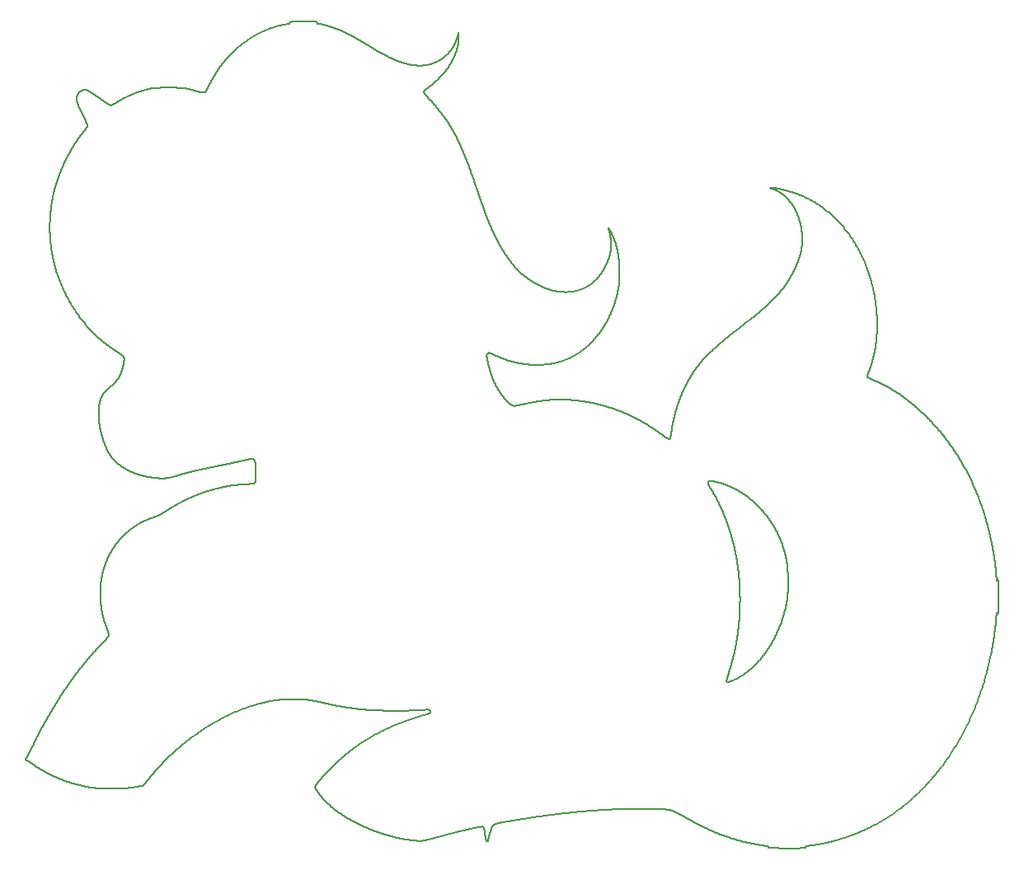
<source format=gm1>
G04 #@! TF.GenerationSoftware,KiCad,Pcbnew,(5.0.1-3-g963ef8bb5)*
G04 #@! TF.CreationDate,2019-02-22T11:05:41+01:00*
G04 #@! TF.ProjectId,unicorn_pcb,756E69636F726E5F7063622E6B696361,rev?*
G04 #@! TF.SameCoordinates,Original*
G04 #@! TF.FileFunction,Profile,NP*
%FSLAX46Y46*%
G04 Gerber Fmt 4.6, Leading zero omitted, Abs format (unit mm)*
G04 Created by KiCad (PCBNEW (5.0.1-3-g963ef8bb5)) date 2019 February 22, Friday 11:05:41*
%MOMM*%
%LPD*%
G01*
G04 APERTURE LIST*
%ADD10C,0.200000*%
G04 APERTURE END LIST*
D10*
X234900726Y-56255340D02*
X234900779Y-56257721D01*
X234900697Y-56252958D02*
X234900726Y-56255340D01*
X234900695Y-56250577D02*
X234900697Y-56252958D01*
X234900719Y-56248196D02*
X234900695Y-56250577D01*
X234900769Y-56245550D02*
X234900719Y-56248196D01*
X234900843Y-56242904D02*
X234900769Y-56245550D01*
X234900943Y-56240258D02*
X234900843Y-56242904D01*
X234901070Y-56237586D02*
X234900943Y-56240258D01*
X234901221Y-56234887D02*
X234901070Y-56237586D01*
X234901396Y-56232136D02*
X234901221Y-56234887D01*
X234901597Y-56229331D02*
X234901396Y-56232136D01*
X234901825Y-56226474D02*
X234901597Y-56229331D01*
X234902073Y-56223590D02*
X234901825Y-56226474D01*
X234902338Y-56220653D02*
X234902073Y-56223590D01*
X234902602Y-56217663D02*
X234902338Y-56220653D01*
X234902867Y-56214647D02*
X234902602Y-56217663D01*
X234903132Y-56211578D02*
X234902867Y-56214647D01*
X234903396Y-56208482D02*
X234903132Y-56211578D01*
X234903661Y-56205333D02*
X234903396Y-56208482D01*
X234904190Y-56202158D02*
X234903661Y-56205333D01*
X234904719Y-56198931D02*
X234904190Y-56202158D01*
X234905248Y-56195676D02*
X234904719Y-56198931D01*
X234905777Y-56192369D02*
X234905248Y-56195676D01*
X234906307Y-56189035D02*
X234905777Y-56192369D01*
X234906836Y-56185648D02*
X234906307Y-56189035D01*
X234907365Y-56182235D02*
X234906836Y-56185648D01*
X234907894Y-56178769D02*
X234907365Y-56182235D01*
X234908423Y-56175277D02*
X234907894Y-56178769D01*
X234908952Y-56171731D02*
X234908423Y-56175277D01*
X234909482Y-56168159D02*
X234908952Y-56171731D01*
X234910275Y-56164561D02*
X234909482Y-56168159D01*
X234911069Y-56160910D02*
X234910275Y-56164561D01*
X234911863Y-56157232D02*
X234911069Y-56160910D01*
X234912657Y-56153528D02*
X234911863Y-56157232D01*
X234913450Y-56149771D02*
X234912657Y-56153528D01*
X234914244Y-56145987D02*
X234913450Y-56149771D01*
X234915038Y-56142177D02*
X234914244Y-56145987D01*
X234901100Y-56264336D02*
X234901258Y-56266452D01*
X234900967Y-56262219D02*
X234901100Y-56264336D01*
X234900859Y-56260102D02*
X234900967Y-56262219D01*
X234900779Y-56257721D02*
X234900859Y-56260102D01*
X235050142Y-56398082D02*
X235055936Y-56401522D01*
X235044453Y-56394696D02*
X235050142Y-56398082D01*
X235038844Y-56391336D02*
X235044453Y-56394696D01*
X235033341Y-56388028D02*
X235038844Y-56391336D01*
X235027943Y-56384747D02*
X235033341Y-56388028D01*
X235022652Y-56381493D02*
X235027943Y-56384747D01*
X235017466Y-56378292D02*
X235022652Y-56381493D01*
X235012386Y-56375117D02*
X235017466Y-56378292D01*
X235007412Y-56371994D02*
X235012386Y-56375117D01*
X235002543Y-56368899D02*
X235007412Y-56371994D01*
X234997781Y-56365856D02*
X235002543Y-56368899D01*
X234993124Y-56362840D02*
X234997781Y-56365856D01*
X234988573Y-56359877D02*
X234993124Y-56362840D01*
X234984128Y-56356940D02*
X234988573Y-56359877D01*
X234979789Y-56354056D02*
X234984128Y-56356940D01*
X234975582Y-56351225D02*
X234979789Y-56354056D01*
X234971481Y-56348420D02*
X234975582Y-56351225D01*
X234967486Y-56345668D02*
X234971481Y-56348420D01*
X234963597Y-56342943D02*
X234967486Y-56345668D01*
X234959840Y-56340271D02*
X234963597Y-56342943D01*
X234956188Y-56337625D02*
X234959840Y-56340271D01*
X234952669Y-56334979D02*
X234956188Y-56337625D01*
X234949256Y-56332333D02*
X234952669Y-56334979D01*
X234945949Y-56329952D02*
X234949256Y-56332333D01*
X234942774Y-56327571D02*
X234945949Y-56329952D01*
X234939705Y-56325190D02*
X234942774Y-56327571D01*
X234936768Y-56322808D02*
X234939705Y-56325190D01*
X234933963Y-56320427D02*
X234936768Y-56322808D01*
X234931265Y-56318311D02*
X234933963Y-56320427D01*
X234928619Y-56316194D02*
X234931265Y-56318311D01*
X234926238Y-56314077D02*
X234928619Y-56316194D01*
X234923856Y-56311961D02*
X234926238Y-56314077D01*
X234921740Y-56309844D02*
X234923856Y-56311961D01*
X234919623Y-56307727D02*
X234921740Y-56309844D01*
X234917771Y-56305875D02*
X234919623Y-56307727D01*
X234915919Y-56304023D02*
X234917771Y-56305875D01*
X234914331Y-56302171D02*
X234915919Y-56304023D01*
X234912744Y-56300319D02*
X234914331Y-56302171D01*
X234911421Y-56298467D02*
X234912744Y-56300319D01*
X234910098Y-56296879D02*
X234911421Y-56298467D01*
X234909040Y-56295292D02*
X234910098Y-56296879D01*
X234907981Y-56293704D02*
X234909040Y-56295292D01*
X234907188Y-56292117D02*
X234907981Y-56293704D01*
X234906394Y-56290529D02*
X234907188Y-56292117D01*
X234905865Y-56289206D02*
X234906394Y-56290529D01*
X234905336Y-56287883D02*
X234905865Y-56289206D01*
X234904806Y-56286296D02*
X234905336Y-56287883D01*
X234904277Y-56284708D02*
X234904806Y-56286296D01*
X234903748Y-56283121D02*
X234904277Y-56284708D01*
X234903219Y-56281533D02*
X234903748Y-56283121D01*
X234902954Y-56279946D02*
X234903219Y-56281533D01*
X234902690Y-56278094D02*
X234902954Y-56279946D01*
X234902425Y-56276242D02*
X234902690Y-56278094D01*
X234902161Y-56274390D02*
X234902425Y-56276242D01*
X234901896Y-56272538D02*
X234902161Y-56274390D01*
X234901658Y-56270686D02*
X234901896Y-56272538D01*
X234901444Y-56268569D02*
X234901658Y-56270686D01*
X234901258Y-56266452D02*
X234901444Y-56268569D01*
X234916625Y-56134478D02*
X234915832Y-56138341D01*
X243247730Y-63059584D02*
X243301927Y-63133631D01*
X243193255Y-62985784D02*
X243247730Y-63059584D01*
X243138497Y-62912230D02*
X243193255Y-62985784D01*
X243083461Y-62838922D02*
X243138497Y-62912230D01*
X243028142Y-62765860D02*
X243083461Y-62838922D01*
X242972545Y-62693041D02*
X243028142Y-62765860D01*
X242916665Y-62620466D02*
X242972545Y-62693041D01*
X242860504Y-62548139D02*
X242916665Y-62620466D01*
X242804063Y-62476054D02*
X242860504Y-62548139D01*
X242747342Y-62404214D02*
X242804063Y-62476054D01*
X242690338Y-62332620D02*
X242747342Y-62404214D01*
X242633053Y-62261268D02*
X242690338Y-62332620D01*
X242575487Y-62190161D02*
X242633053Y-62261268D01*
X242517639Y-62119295D02*
X242575487Y-62190161D01*
X242459510Y-62048675D02*
X242517639Y-62119295D01*
X242401098Y-61978296D02*
X242459510Y-62048675D01*
X242342405Y-61908163D02*
X242401098Y-61978296D01*
X242283430Y-61838270D02*
X242342405Y-61908163D01*
X242224174Y-61768621D02*
X242283430Y-61838270D01*
X242164634Y-61699213D02*
X242224174Y-61768621D01*
X242104812Y-61630048D02*
X242164634Y-61699213D01*
X242044707Y-61561127D02*
X242104812Y-61630048D01*
X241984321Y-61492447D02*
X242044707Y-61561127D01*
X241923652Y-61424007D02*
X241984321Y-61492447D01*
X241862697Y-61355808D02*
X241923652Y-61424007D01*
X241801462Y-61287852D02*
X241862697Y-61355808D01*
X241739944Y-61220137D02*
X241801462Y-61287852D01*
X241678142Y-61152663D02*
X241739944Y-61220137D01*
X241616058Y-61085430D02*
X241678142Y-61152663D01*
X241553690Y-61018435D02*
X241616058Y-61085430D01*
X241491040Y-60951683D02*
X241553690Y-61018435D01*
X241428103Y-60885170D02*
X241491040Y-60951683D01*
X241364884Y-60818897D02*
X241428103Y-60885170D01*
X241301381Y-60752865D02*
X241364884Y-60818897D01*
X241237595Y-60687071D02*
X241301381Y-60752865D01*
X241173524Y-60621518D02*
X241237595Y-60687071D01*
X241109169Y-60556203D02*
X241173524Y-60621518D01*
X241044531Y-60491126D02*
X241109169Y-60556203D01*
X241002669Y-60449234D02*
X241044531Y-60491126D01*
X240960881Y-60407586D02*
X241002669Y-60449234D01*
X240919172Y-60366187D02*
X240960881Y-60407586D01*
X240877534Y-60325028D02*
X240919172Y-60366187D01*
X240835968Y-60284116D02*
X240877534Y-60325028D01*
X240794476Y-60243444D02*
X240835968Y-60284116D01*
X240753051Y-60203010D02*
X240794476Y-60243444D01*
X240711694Y-60162820D02*
X240753051Y-60203010D01*
X240670403Y-60122868D02*
X240711694Y-60162820D01*
X240629178Y-60083151D02*
X240670403Y-60122868D01*
X240588017Y-60043673D02*
X240629178Y-60083151D01*
X240546914Y-60004430D02*
X240588017Y-60043673D01*
X240505874Y-59965420D02*
X240546914Y-60004430D01*
X240464893Y-59926645D02*
X240505874Y-59965420D01*
X240423967Y-59888101D02*
X240464893Y-59926645D01*
X240383100Y-59849789D02*
X240423967Y-59888101D01*
X240342285Y-59811707D02*
X240383100Y-59849789D01*
X240301523Y-59773854D02*
X240342285Y-59811707D01*
X240260812Y-59736230D02*
X240301523Y-59773854D01*
X240220151Y-59698831D02*
X240260812Y-59736230D01*
X240179537Y-59661657D02*
X240220151Y-59698831D01*
X240138971Y-59624711D02*
X240179537Y-59661657D01*
X240098450Y-59587986D02*
X240138971Y-59624711D01*
X240057972Y-59551484D02*
X240098450Y-59587986D01*
X240017535Y-59515205D02*
X240057972Y-59551484D01*
X239977141Y-59479145D02*
X240017535Y-59515205D01*
X239936784Y-59443304D02*
X239977141Y-59479145D01*
X239896467Y-59407681D02*
X239936784Y-59443304D01*
X239856184Y-59372277D02*
X239896467Y-59407681D01*
X239815936Y-59337087D02*
X239856184Y-59372277D01*
X239775722Y-59302115D02*
X239815936Y-59337087D01*
X239735540Y-59267354D02*
X239775722Y-59302115D01*
X239695387Y-59232807D02*
X239735540Y-59267354D01*
X239655260Y-59198472D02*
X239695387Y-59232807D01*
X239615162Y-59164349D02*
X239655260Y-59198472D01*
X239575091Y-59130434D02*
X239615162Y-59164349D01*
X239535041Y-59096727D02*
X239575091Y-59130434D01*
X239495015Y-59063230D02*
X239535041Y-59096727D01*
X239455010Y-59029938D02*
X239495015Y-59063230D01*
X239415024Y-58996852D02*
X239455010Y-59029938D01*
X239375056Y-58963969D02*
X239415024Y-58996852D01*
X239335106Y-58931288D02*
X239375056Y-58963969D01*
X239295167Y-58898813D02*
X239335106Y-58931288D01*
X239255244Y-58866536D02*
X239295167Y-58898813D01*
X239215335Y-58834461D02*
X239255244Y-58866536D01*
X239175433Y-58802584D02*
X239215335Y-58834461D01*
X239135539Y-58770905D02*
X239175433Y-58802584D01*
X239095656Y-58739423D02*
X239135539Y-58770905D01*
X239055775Y-58708136D02*
X239095656Y-58739423D01*
X239015900Y-58677044D02*
X239055775Y-58708136D01*
X238976027Y-58646146D02*
X239015900Y-58677044D01*
X238936157Y-58615439D02*
X238976027Y-58646146D01*
X238896287Y-58584925D02*
X238936157Y-58615439D01*
X238856411Y-58554601D02*
X238896287Y-58584925D01*
X238816536Y-58524467D02*
X238856411Y-58554601D01*
X238776655Y-58494519D02*
X238816536Y-58524467D01*
X238736767Y-58464761D02*
X238776655Y-58494519D01*
X238696873Y-58435186D02*
X238736767Y-58464761D01*
X238656968Y-58405799D02*
X238696873Y-58435186D01*
X238617053Y-58376594D02*
X238656968Y-58405799D01*
X238577125Y-58347572D02*
X238617053Y-58376594D01*
X238537184Y-58318733D02*
X238577125Y-58347572D01*
X238497226Y-58290073D02*
X238537184Y-58318733D01*
X238457250Y-58261593D02*
X238497226Y-58290073D01*
X238417259Y-58233293D02*
X238457250Y-58261593D01*
X238377246Y-58205171D02*
X238417259Y-58233293D01*
X238337214Y-58177223D02*
X238377246Y-58205171D01*
X238297156Y-58149449D02*
X238337214Y-58177223D01*
X238257075Y-58121853D02*
X238297156Y-58149449D01*
X238216969Y-58094429D02*
X238257075Y-58121853D01*
X238176834Y-58067175D02*
X238216969Y-58094429D01*
X238136671Y-58040095D02*
X238176834Y-58067175D01*
X238096475Y-58013184D02*
X238136671Y-58040095D01*
X238056248Y-57986440D02*
X238096475Y-58013184D01*
X238015989Y-57959865D02*
X238056248Y-57986440D01*
X237975695Y-57933459D02*
X238015989Y-57959865D01*
X237935362Y-57907213D02*
X237975695Y-57933459D01*
X237894995Y-57881125D02*
X237935362Y-57907213D01*
X237854585Y-57855196D02*
X237894995Y-57881125D01*
X237814136Y-57829452D02*
X237854585Y-57855196D01*
X237773641Y-57803867D02*
X237814136Y-57829452D01*
X237733104Y-57778440D02*
X237773641Y-57803867D01*
X237692523Y-57753172D02*
X237733104Y-57778440D01*
X237651893Y-57728063D02*
X237692523Y-57753172D01*
X237611213Y-57703113D02*
X237651893Y-57728063D01*
X237570486Y-57678322D02*
X237611213Y-57703113D01*
X237529706Y-57653663D02*
X237570486Y-57678322D01*
X237488873Y-57629162D02*
X237529706Y-57653663D01*
X237447984Y-57604821D02*
X237488873Y-57629162D01*
X237407040Y-57580638D02*
X237447984Y-57604821D01*
X237366037Y-57556613D02*
X237407040Y-57580638D01*
X237324977Y-57532722D02*
X237366037Y-57556613D01*
X237283855Y-57508988D02*
X237324977Y-57532722D01*
X237242670Y-57485388D02*
X237283855Y-57508988D01*
X237201421Y-57461946D02*
X237242670Y-57485388D01*
X237160109Y-57438636D02*
X237201421Y-57461946D01*
X237118729Y-57415485D02*
X237160109Y-57438636D01*
X237077279Y-57392466D02*
X237118729Y-57415485D01*
X237035761Y-57369606D02*
X237077279Y-57392466D01*
X236994171Y-57346878D02*
X237035761Y-57369606D01*
X236952509Y-57324283D02*
X236994171Y-57346878D01*
X236910771Y-57301820D02*
X236952509Y-57324283D01*
X236868959Y-57279515D02*
X236910771Y-57301820D01*
X236827068Y-57257343D02*
X236868959Y-57279515D01*
X236785100Y-57235303D02*
X236827068Y-57257343D01*
X236743049Y-57213396D02*
X236785100Y-57235303D01*
X236700917Y-57191621D02*
X236743049Y-57213396D01*
X236658703Y-57169978D02*
X236700917Y-57191621D01*
X236616404Y-57148467D02*
X236658703Y-57169978D01*
X236574015Y-57127089D02*
X236616404Y-57148467D01*
X236531541Y-57105843D02*
X236574015Y-57127089D01*
X236488978Y-57084729D02*
X236531541Y-57105843D01*
X236446322Y-57063721D02*
X236488978Y-57084729D01*
X236403576Y-57042846D02*
X236446322Y-57063721D01*
X236360734Y-57022102D02*
X236403576Y-57042846D01*
X236317795Y-57001491D02*
X236360734Y-57022102D01*
X236274763Y-56980986D02*
X236317795Y-57001491D01*
X236231628Y-56960613D02*
X236274763Y-56980986D01*
X236188395Y-56940372D02*
X236231628Y-56960613D01*
X236145062Y-56920238D02*
X236188395Y-56940372D01*
X236101625Y-56900209D02*
X236145062Y-56920238D01*
X236058083Y-56880312D02*
X236101625Y-56900209D01*
X236014434Y-56860521D02*
X236058083Y-56880312D01*
X235970678Y-56840863D02*
X236014434Y-56860521D01*
X235926812Y-56821310D02*
X235970678Y-56840863D01*
X235882836Y-56801863D02*
X235926812Y-56821310D01*
X235838748Y-56782548D02*
X235882836Y-56801863D01*
X235794547Y-56763340D02*
X235838748Y-56782548D01*
X235783620Y-56758604D02*
X235794547Y-56763340D01*
X235772719Y-56753868D02*
X235783620Y-56758604D01*
X235761845Y-56749132D02*
X235772719Y-56753868D01*
X235750997Y-56744396D02*
X235761845Y-56749132D01*
X235740175Y-56739659D02*
X235750997Y-56744396D01*
X235729380Y-56734923D02*
X235740175Y-56739659D01*
X235718638Y-56730187D02*
X235729380Y-56734923D01*
X235707923Y-56725451D02*
X235718638Y-56730187D01*
X235697233Y-56720689D02*
X235707923Y-56725451D01*
X235686571Y-56715953D02*
X235697233Y-56720689D01*
X235675934Y-56711217D02*
X235686571Y-56715953D01*
X235665351Y-56706481D02*
X235675934Y-56711217D01*
X235654794Y-56701745D02*
X235665351Y-56706481D01*
X235644264Y-56697009D02*
X235654794Y-56701745D01*
X235633786Y-56692273D02*
X235644264Y-56697009D01*
X235623335Y-56687537D02*
X235633786Y-56692273D01*
X235612937Y-56682801D02*
X235623335Y-56687537D01*
X235602566Y-56678064D02*
X235612937Y-56682801D01*
X235592247Y-56673328D02*
X235602566Y-56678064D01*
X235581954Y-56668619D02*
X235592247Y-56673328D01*
X235571715Y-56663909D02*
X235581954Y-56668619D01*
X235561502Y-56659200D02*
X235571715Y-56663909D01*
X235551342Y-56654490D02*
X235561502Y-56659200D01*
X235541235Y-56649781D02*
X235551342Y-56654490D01*
X235531181Y-56645097D02*
X235541235Y-56649781D01*
X235521153Y-56640414D02*
X235531181Y-56645097D01*
X235511178Y-56635731D02*
X235521153Y-56640414D01*
X235501257Y-56631074D02*
X235511178Y-56635731D01*
X235491388Y-56626418D02*
X235501257Y-56631074D01*
X235481572Y-56621761D02*
X235491388Y-56626418D01*
X235471808Y-56617131D02*
X235481572Y-56621761D01*
X235462098Y-56612501D02*
X235471808Y-56617131D01*
X235452414Y-56607871D02*
X235462098Y-56612501D01*
X235442810Y-56603267D02*
X235452414Y-56607871D01*
X235433259Y-56598663D02*
X235442810Y-56603267D01*
X235423760Y-56594086D02*
X235433259Y-56598663D01*
X235414314Y-56589508D02*
X235423760Y-56594086D01*
X235404922Y-56584958D02*
X235414314Y-56589508D01*
X235395582Y-56580407D02*
X235404922Y-56584958D01*
X235386295Y-56575882D02*
X235395582Y-56580407D01*
X235377088Y-56571384D02*
X235386295Y-56575882D01*
X235367933Y-56566887D02*
X235377088Y-56571384D01*
X235358831Y-56562415D02*
X235367933Y-56566887D01*
X235349809Y-56557944D02*
X235358831Y-56562415D01*
X235340840Y-56553499D02*
X235349809Y-56557944D01*
X235331950Y-56549080D02*
X235340840Y-56553499D01*
X235323113Y-56544662D02*
X235331950Y-56549080D01*
X235314355Y-56540269D02*
X235323113Y-56544662D01*
X235305650Y-56535904D02*
X235314355Y-56540269D01*
X235297025Y-56531538D02*
X235305650Y-56535904D01*
X235288452Y-56527199D02*
X235297025Y-56531538D01*
X235279959Y-56522886D02*
X235288452Y-56527199D01*
X235271545Y-56518600D02*
X235279959Y-56522886D01*
X235263184Y-56514314D02*
X235271545Y-56518600D01*
X235254903Y-56510054D02*
X235263184Y-56514314D01*
X235246701Y-56505821D02*
X235254903Y-56510054D01*
X235238552Y-56501614D02*
X235246701Y-56505821D01*
X235230482Y-56497433D02*
X235238552Y-56501614D01*
X235222492Y-56493279D02*
X235230482Y-56497433D01*
X235214581Y-56489152D02*
X235222492Y-56493279D01*
X235206749Y-56485024D02*
X235214581Y-56489152D01*
X235198997Y-56480923D02*
X235206749Y-56485024D01*
X235191324Y-56476849D02*
X235198997Y-56480923D01*
X235183730Y-56472801D02*
X235191324Y-56476849D01*
X235176216Y-56468779D02*
X235183730Y-56472801D01*
X235168781Y-56464784D02*
X235176216Y-56468779D01*
X235161426Y-56460815D02*
X235168781Y-56464784D01*
X235154150Y-56456873D02*
X235161426Y-56460815D01*
X235146979Y-56452957D02*
X235154150Y-56456873D01*
X235139889Y-56449068D02*
X235146979Y-56452957D01*
X235132877Y-56445231D02*
X235139889Y-56449068D01*
X235125972Y-56441421D02*
X235132877Y-56445231D01*
X235119145Y-56437638D02*
X235125972Y-56441421D01*
X235112398Y-56433881D02*
X235119145Y-56437638D01*
X235105757Y-56430150D02*
X235112398Y-56433881D01*
X235099196Y-56426446D02*
X235105757Y-56430150D01*
X235092740Y-56422794D02*
X235099196Y-56426446D01*
X235086363Y-56419170D02*
X235092740Y-56422794D01*
X235080093Y-56415571D02*
X235086363Y-56419170D01*
X235073902Y-56411999D02*
X235080093Y-56415571D01*
X235067816Y-56408481D02*
X235073902Y-56411999D01*
X235061837Y-56404988D02*
X235067816Y-56408481D01*
X235055936Y-56401522D02*
X235061837Y-56404988D01*
X244180489Y-64430213D02*
X244229662Y-64508718D01*
X244131042Y-64351957D02*
X244180489Y-64430213D01*
X244081313Y-64273953D02*
X244131042Y-64351957D01*
X244031309Y-64196195D02*
X244081313Y-64273953D01*
X243981023Y-64118688D02*
X244031309Y-64196195D01*
X243930461Y-64041427D02*
X243981023Y-64118688D01*
X243879619Y-63964417D02*
X243930461Y-64041427D01*
X243828498Y-63887653D02*
X243879619Y-63964417D01*
X243777098Y-63811139D02*
X243828498Y-63887653D01*
X243725419Y-63734872D02*
X243777098Y-63811139D01*
X243673461Y-63658852D02*
X243725419Y-63734872D01*
X243621224Y-63583078D02*
X243673461Y-63658852D01*
X243568707Y-63507553D02*
X243621224Y-63583078D01*
X243515909Y-63432276D02*
X243568707Y-63507553D01*
X243462834Y-63357246D02*
X243515909Y-63432276D01*
X243409478Y-63282461D02*
X243462834Y-63357246D01*
X243355841Y-63207923D02*
X243409478Y-63282461D01*
X243301927Y-63133631D02*
X243355841Y-63207923D01*
X244978647Y-65798853D02*
X245023105Y-65881625D01*
X244933912Y-65716334D02*
X244978647Y-65798853D01*
X244888903Y-65634065D02*
X244933912Y-65716334D01*
X244843615Y-65552052D02*
X244888903Y-65634065D01*
X244798051Y-65470288D02*
X244843615Y-65552052D01*
X244752209Y-65388778D02*
X244798051Y-65470288D01*
X244706092Y-65307516D02*
X244752209Y-65388778D01*
X244659698Y-65226509D02*
X244706092Y-65307516D01*
X244613025Y-65145752D02*
X244659698Y-65226509D01*
X244566077Y-65065245D02*
X244613025Y-65145752D01*
X244518849Y-64984992D02*
X244566077Y-65065245D01*
X244471346Y-64904987D02*
X244518849Y-64984992D01*
X244423565Y-64825234D02*
X244471346Y-64904987D01*
X244375506Y-64745729D02*
X244423565Y-64825234D01*
X244327169Y-64666476D02*
X244375506Y-64745729D01*
X244278555Y-64587471D02*
X244327169Y-64666476D01*
X244229662Y-64508718D02*
X244278555Y-64587471D01*
X247910157Y-74710257D02*
X247918412Y-74761764D01*
X247901796Y-74658590D02*
X247910157Y-74710257D01*
X247893329Y-74606763D02*
X247901796Y-74658590D01*
X247884757Y-74554788D02*
X247893329Y-74606763D01*
X247876078Y-74502673D02*
X247884757Y-74554788D01*
X247867294Y-74450421D02*
X247876078Y-74502673D01*
X247858404Y-74398041D02*
X247867294Y-74450421D01*
X247849408Y-74345537D02*
X247858404Y-74398041D01*
X247840307Y-74292922D02*
X247849408Y-74345537D01*
X247831099Y-74240199D02*
X247840307Y-74292922D01*
X247821786Y-74187375D02*
X247831099Y-74240199D01*
X247812367Y-74134458D02*
X247821786Y-74187375D01*
X247802842Y-74081454D02*
X247812367Y-74134458D01*
X247793237Y-74028373D02*
X247802842Y-74081454D01*
X247783527Y-73975216D02*
X247793237Y-74028373D01*
X247773711Y-73921997D02*
X247783527Y-73975216D01*
X247763816Y-73868716D02*
X247773711Y-73921997D01*
X247753814Y-73815386D02*
X247763816Y-73868716D01*
X247743734Y-73762012D02*
X247753814Y-73815386D01*
X247733574Y-73708598D02*
X247743734Y-73762012D01*
X247723308Y-73655155D02*
X247733574Y-73708598D01*
X247712963Y-73601688D02*
X247723308Y-73655155D01*
X247702538Y-73548205D02*
X247712963Y-73601688D01*
X247692008Y-73494711D02*
X247702538Y-73548205D01*
X247681398Y-73441215D02*
X247692008Y-73494711D01*
X247670709Y-73387722D02*
X247681398Y-73441215D01*
X247659940Y-73334241D02*
X247670709Y-73387722D01*
X247649092Y-73280780D02*
X247659940Y-73334241D01*
X247638165Y-73227342D02*
X247649092Y-73280780D01*
X247627158Y-73173936D02*
X247638165Y-73227342D01*
X247616072Y-73120572D02*
X247627158Y-73173936D01*
X247604933Y-73067250D02*
X247616072Y-73120572D01*
X247593715Y-73013985D02*
X247604933Y-73067250D01*
X247582417Y-72960779D02*
X247593715Y-73013985D01*
X247571040Y-72907638D02*
X247582417Y-72960779D01*
X247559610Y-72854573D02*
X247571040Y-72907638D01*
X247548101Y-72801588D02*
X247559610Y-72854573D01*
X247536512Y-72748692D02*
X247548101Y-72801588D01*
X247524870Y-72695892D02*
X247536512Y-72748692D01*
X247513176Y-72643192D02*
X247524870Y-72695892D01*
X247501402Y-72590601D02*
X247513176Y-72643192D01*
X247489575Y-72538126D02*
X247501402Y-72590601D01*
X247477695Y-72485773D02*
X247489575Y-72538126D01*
X247465736Y-72433552D02*
X247477695Y-72485773D01*
X247453724Y-72381466D02*
X247465736Y-72433552D01*
X247441659Y-72329526D02*
X247453724Y-72381466D01*
X247429541Y-72277734D02*
X247441659Y-72329526D01*
X247417370Y-72226100D02*
X247429541Y-72277734D01*
X247405146Y-72174634D02*
X247417370Y-72226100D01*
X247392870Y-72123336D02*
X247405146Y-72174634D01*
X247380540Y-72072219D02*
X247392870Y-72123336D01*
X247368158Y-72021286D02*
X247380540Y-72072219D01*
X247355722Y-71970547D02*
X247368158Y-72021286D01*
X247343234Y-71920007D02*
X247355722Y-71970547D01*
X247330719Y-71869672D02*
X247343234Y-71920007D01*
X247318151Y-71819552D02*
X247330719Y-71869672D01*
X247305531Y-71769654D02*
X247318151Y-71819552D01*
X247292884Y-71719982D02*
X247305531Y-71769654D01*
X247280184Y-71670544D02*
X247292884Y-71719982D01*
X247267457Y-71621348D02*
X247280184Y-71670544D01*
X247254678Y-71572400D02*
X247267457Y-71621348D01*
X247241872Y-71523708D02*
X247254678Y-71572400D01*
X247229013Y-71475279D02*
X247241872Y-71523708D01*
X247216128Y-71427117D02*
X247229013Y-71475279D01*
X247203216Y-71379233D02*
X247216128Y-71427117D01*
X247190278Y-71331631D02*
X247203216Y-71379233D01*
X247177287Y-71284321D02*
X247190278Y-71331631D01*
X247164270Y-71237307D02*
X247177287Y-71284321D01*
X247151226Y-71190598D02*
X247164270Y-71237307D01*
X247138155Y-71144201D02*
X247151226Y-71190598D01*
X247125059Y-71098121D02*
X247138155Y-71144201D01*
X247111935Y-71052366D02*
X247125059Y-71098121D01*
X247098785Y-71006943D02*
X247111935Y-71052366D01*
X247085609Y-70961860D02*
X247098785Y-71006943D01*
X247072433Y-70917122D02*
X247085609Y-70961860D01*
X247059230Y-70872738D02*
X247072433Y-70917122D01*
X247046001Y-70828714D02*
X247059230Y-70872738D01*
X247016569Y-70731752D02*
X247046001Y-70828714D01*
X246986869Y-70635055D02*
X247016569Y-70731752D01*
X246956897Y-70538622D02*
X246986869Y-70635055D01*
X246926655Y-70442449D02*
X246956897Y-70538622D01*
X246896141Y-70346540D02*
X246926655Y-70442449D01*
X246865359Y-70250893D02*
X246896141Y-70346540D01*
X246834305Y-70155511D02*
X246865359Y-70250893D01*
X246802979Y-70060388D02*
X246834305Y-70155511D01*
X246771385Y-69965527D02*
X246802979Y-70060388D01*
X246739516Y-69870928D02*
X246771385Y-69965527D01*
X246707379Y-69776590D02*
X246739516Y-69870928D01*
X246674968Y-69682513D02*
X246707379Y-69776590D01*
X246642287Y-69588697D02*
X246674968Y-69682513D01*
X246609335Y-69495143D02*
X246642287Y-69588697D01*
X246576112Y-69401848D02*
X246609335Y-69495143D01*
X246542615Y-69308815D02*
X246576112Y-69401848D01*
X246508847Y-69216042D02*
X246542615Y-69308815D01*
X246474808Y-69123530D02*
X246508847Y-69216042D01*
X246440494Y-69031275D02*
X246474808Y-69123530D01*
X246405910Y-68939282D02*
X246440494Y-69031275D01*
X246371054Y-68847548D02*
X246405910Y-68939282D01*
X246335926Y-68756074D02*
X246371054Y-68847548D01*
X246300524Y-68664859D02*
X246335926Y-68756074D01*
X246264851Y-68573900D02*
X246300524Y-68664859D01*
X246228902Y-68483204D02*
X246264851Y-68573900D01*
X246192683Y-68392764D02*
X246228902Y-68483204D01*
X246156191Y-68302584D02*
X246192683Y-68392764D01*
X246119425Y-68212660D02*
X246156191Y-68302584D01*
X246082386Y-68122995D02*
X246119425Y-68212660D01*
X246045072Y-68033590D02*
X246082386Y-68122995D01*
X246007488Y-67944438D02*
X246045072Y-68033590D01*
X245969628Y-67855546D02*
X246007488Y-67944438D01*
X245931494Y-67766911D02*
X245969628Y-67855546D01*
X245893087Y-67678535D02*
X245931494Y-67766911D01*
X245854408Y-67590412D02*
X245893087Y-67678535D01*
X245815453Y-67502547D02*
X245854408Y-67590412D01*
X245776223Y-67414941D02*
X245815453Y-67502547D01*
X245736721Y-67327589D02*
X245776223Y-67414941D01*
X245696944Y-67240493D02*
X245736721Y-67327589D01*
X245656891Y-67153652D02*
X245696944Y-67240493D01*
X245616566Y-67067067D02*
X245656891Y-67153652D01*
X245575963Y-66980738D02*
X245616566Y-67067067D01*
X245535087Y-66894667D02*
X245575963Y-66980738D01*
X245493937Y-66808847D02*
X245535087Y-66894667D01*
X245452511Y-66723283D02*
X245493937Y-66808847D01*
X245410810Y-66637976D02*
X245452511Y-66723283D01*
X245368834Y-66552920D02*
X245410810Y-66637976D01*
X245326582Y-66468121D02*
X245368834Y-66552920D01*
X245284056Y-66383574D02*
X245326582Y-66468121D01*
X245241254Y-66299283D02*
X245284056Y-66383574D01*
X245198178Y-66215243D02*
X245241254Y-66299283D01*
X245154823Y-66131460D02*
X245198178Y-66215243D01*
X245111193Y-66047929D02*
X245154823Y-66131460D01*
X245067288Y-65964651D02*
X245111193Y-66047929D01*
X245023105Y-65881625D02*
X245067288Y-65964651D01*
X248008105Y-75364575D02*
X248014773Y-75413327D01*
X248001306Y-75315571D02*
X248008105Y-75364575D01*
X247994374Y-75266319D02*
X248001306Y-75315571D01*
X247987336Y-75216829D02*
X247994374Y-75266319D01*
X247980165Y-75167105D02*
X247987336Y-75216829D01*
X247972863Y-75117155D02*
X247980165Y-75167105D01*
X247965455Y-75066985D02*
X247972863Y-75117155D01*
X247957914Y-75016605D02*
X247965455Y-75066985D01*
X247950241Y-74966020D02*
X247957914Y-75016605D01*
X247942462Y-74915235D02*
X247950241Y-74966020D01*
X247934551Y-74864261D02*
X247942462Y-74915235D01*
X247926534Y-74813101D02*
X247934551Y-74864261D01*
X247918412Y-74761764D02*
X247926534Y-74813101D01*
X248168176Y-77205157D02*
X248168440Y-77208702D01*
X248167911Y-77201532D02*
X248168176Y-77205157D01*
X248167647Y-77197801D02*
X248167911Y-77201532D01*
X248167382Y-77193991D02*
X248167647Y-77197801D01*
X248167117Y-77190075D02*
X248167382Y-77193991D01*
X248166853Y-77186080D02*
X248167117Y-77190075D01*
X248166588Y-77182005D02*
X248166853Y-77186080D01*
X248166324Y-77177825D02*
X248166588Y-77182005D01*
X248166059Y-77173565D02*
X248166324Y-77177825D01*
X248165794Y-77169200D02*
X248166059Y-77173565D01*
X248165533Y-77164755D02*
X248165794Y-77169200D01*
X248165276Y-77160204D02*
X248165533Y-77164755D01*
X248165022Y-77155574D02*
X248165276Y-77160204D01*
X248164776Y-77150838D02*
X248165022Y-77155574D01*
X248164532Y-77145996D02*
X248164776Y-77150838D01*
X248164294Y-77141074D02*
X248164532Y-77145996D01*
X248164059Y-77136074D02*
X248164294Y-77141074D01*
X248163829Y-77130967D02*
X248164059Y-77136074D01*
X248163604Y-77125755D02*
X248163829Y-77130967D01*
X248163381Y-77120463D02*
X248163604Y-77125755D01*
X248163165Y-77115066D02*
X248163381Y-77120463D01*
X248162950Y-77109589D02*
X248163165Y-77115066D01*
X248162741Y-77104006D02*
X248162950Y-77109589D01*
X248162535Y-77098344D02*
X248162741Y-77104006D01*
X248162334Y-77092576D02*
X248162535Y-77098344D01*
X248162135Y-77086703D02*
X248162334Y-77092576D01*
X248161942Y-77080749D02*
X248162135Y-77086703D01*
X248161752Y-77074690D02*
X248161942Y-77080749D01*
X248161564Y-77068552D02*
X248161752Y-77074690D01*
X248161381Y-77062308D02*
X248161564Y-77068552D01*
X248161201Y-77055958D02*
X248161381Y-77062308D01*
X248161024Y-77049529D02*
X248161201Y-77055958D01*
X248160849Y-77042993D02*
X248161024Y-77049529D01*
X248160680Y-77036352D02*
X248160849Y-77042993D01*
X248160513Y-77029632D02*
X248160680Y-77036352D01*
X248160349Y-77022806D02*
X248160513Y-77029632D01*
X248160188Y-77015874D02*
X248160349Y-77022806D01*
X248160029Y-77008862D02*
X248160188Y-77015874D01*
X248159235Y-76974924D02*
X248160029Y-77008862D01*
X248158177Y-76940470D02*
X248159235Y-76974924D01*
X248157119Y-76905500D02*
X248158177Y-76940470D01*
X248155796Y-76870027D02*
X248157119Y-76905500D01*
X248154208Y-76834057D02*
X248155796Y-76870027D01*
X248152621Y-76797595D02*
X248154208Y-76834057D01*
X248150769Y-76760651D02*
X248152621Y-76797595D01*
X248148652Y-76723229D02*
X248150769Y-76760651D01*
X248146535Y-76685335D02*
X248148652Y-76723229D01*
X248144154Y-76646978D02*
X248146535Y-76685335D01*
X248141508Y-76608167D02*
X248144154Y-76646978D01*
X248138810Y-76568905D02*
X248141508Y-76608167D01*
X248135926Y-76529202D02*
X248138810Y-76568905D01*
X248132883Y-76489064D02*
X248135926Y-76529202D01*
X248129681Y-76448498D02*
X248132883Y-76489064D01*
X248126321Y-76407509D02*
X248129681Y-76448498D01*
X248122802Y-76366107D02*
X248126321Y-76407509D01*
X248119125Y-76324298D02*
X248122802Y-76366107D01*
X248115288Y-76282089D02*
X248119125Y-76324298D01*
X248111319Y-76239486D02*
X248115288Y-76282089D01*
X248107192Y-76196496D02*
X248111319Y-76239486D01*
X248102906Y-76153128D02*
X248107192Y-76196496D01*
X248098461Y-76109387D02*
X248102906Y-76153128D01*
X248093883Y-76065281D02*
X248098461Y-76109387D01*
X248089147Y-76020815D02*
X248093883Y-76065281D01*
X248084279Y-75975998D02*
X248089147Y-76020815D01*
X248079252Y-75930839D02*
X248084279Y-75975998D01*
X248074093Y-75885338D02*
X248079252Y-75930839D01*
X248068774Y-75839510D02*
X248074093Y-75885338D01*
X248063324Y-75793358D02*
X248068774Y-75839510D01*
X248057741Y-75746890D02*
X248063324Y-75793358D01*
X248052000Y-75700111D02*
X248057741Y-75746890D01*
X248046126Y-75653029D02*
X248052000Y-75700111D01*
X248040120Y-75605652D02*
X248046126Y-75653029D01*
X248033982Y-75557985D02*
X248040120Y-75605652D01*
X248027711Y-75510037D02*
X248033982Y-75557985D01*
X248021308Y-75461817D02*
X248027711Y-75510037D01*
X248014773Y-75413327D02*
X248021308Y-75461817D01*
X248265807Y-80676373D02*
X248265013Y-80674786D01*
X248266601Y-80677961D02*
X248265807Y-80676373D01*
X248267394Y-80679548D02*
X248266601Y-80677961D01*
X248268188Y-80680871D02*
X248267394Y-80679548D01*
X248268982Y-80682194D02*
X248268188Y-80680871D01*
X248269776Y-80683517D02*
X248268982Y-80682194D01*
X248270569Y-80684576D02*
X248269776Y-80683517D01*
X248271363Y-80685634D02*
X248270569Y-80684576D01*
X248272157Y-80686692D02*
X248271363Y-80685634D01*
X248272951Y-80687751D02*
X248272157Y-80686692D01*
X248273744Y-80688544D02*
X248272951Y-80687751D01*
X248274538Y-80689338D02*
X248273744Y-80688544D01*
X248275332Y-80690132D02*
X248274538Y-80689338D01*
X248276126Y-80690661D02*
X248275332Y-80690132D01*
X248276919Y-80691190D02*
X248276126Y-80690661D01*
X248277713Y-80691719D02*
X248276919Y-80691190D01*
X248278507Y-80691984D02*
X248277713Y-80691719D01*
X248279301Y-80692209D02*
X248278507Y-80691984D01*
X248280094Y-80692344D02*
X248279301Y-80692209D01*
X248280888Y-80692391D02*
X248280094Y-80692344D01*
X248281682Y-80692349D02*
X248280888Y-80692391D01*
X248282476Y-80692217D02*
X248281682Y-80692349D01*
X248283269Y-80691994D02*
X248282476Y-80692217D01*
X248284063Y-80691730D02*
X248283269Y-80691994D01*
X248284857Y-80691201D02*
X248284063Y-80691730D01*
X248285651Y-80690672D02*
X248284857Y-80691201D01*
X248286444Y-80690142D02*
X248285651Y-80690672D01*
X248287238Y-80689349D02*
X248286444Y-80690142D01*
X248288032Y-80688555D02*
X248287238Y-80689349D01*
X248288826Y-80687761D02*
X248288032Y-80688555D01*
X248289619Y-80686703D02*
X248288826Y-80687761D01*
X248290413Y-80685644D02*
X248289619Y-80686703D01*
X248291207Y-80684586D02*
X248290413Y-80685644D01*
X248292001Y-80683263D02*
X248291207Y-80684586D01*
X248292794Y-80681940D02*
X248292001Y-80683263D01*
X248293588Y-80680617D02*
X248292794Y-80681940D01*
X248294382Y-80679030D02*
X248293588Y-80680617D01*
X248295176Y-80677442D02*
X248294382Y-80679030D01*
X248295969Y-80675855D02*
X248295176Y-80677442D01*
X248296763Y-80674003D02*
X248295969Y-80675855D01*
X248297557Y-80672151D02*
X248296763Y-80674003D01*
X248298351Y-80670299D02*
X248297557Y-80672151D01*
X248299144Y-80668182D02*
X248298351Y-80670299D01*
X248299938Y-80666065D02*
X248299144Y-80668182D01*
X248300732Y-80663684D02*
X248299938Y-80666065D01*
X248301526Y-80661303D02*
X248300732Y-80663684D01*
X248302319Y-80658922D02*
X248301526Y-80661303D01*
X248303113Y-80656276D02*
X248302319Y-80658922D01*
X248303907Y-80653630D02*
X248303113Y-80656276D01*
X248304701Y-80650878D02*
X248303907Y-80653630D01*
X248305494Y-80648047D02*
X248304701Y-80650878D01*
X248306288Y-80645110D02*
X248305494Y-80648047D01*
X248307082Y-80642068D02*
X248306288Y-80645110D01*
X248307876Y-80638919D02*
X248307082Y-80642068D01*
X248308669Y-80635691D02*
X248307876Y-80638919D01*
X248309463Y-80632357D02*
X248308669Y-80635691D01*
X248310257Y-80628918D02*
X248309463Y-80632357D01*
X248311051Y-80625399D02*
X248310257Y-80628918D01*
X248311844Y-80621774D02*
X248311051Y-80625399D01*
X248312638Y-80618043D02*
X248311844Y-80621774D01*
X248313432Y-80614207D02*
X248312638Y-80618043D01*
X248314226Y-80610291D02*
X248313432Y-80614207D01*
X248315019Y-80606269D02*
X248314226Y-80610291D01*
X248315813Y-80602142D02*
X248315019Y-80606269D01*
X248316607Y-80597909D02*
X248315813Y-80602142D01*
X248317401Y-80593569D02*
X248316607Y-80597909D01*
X248318194Y-80589124D02*
X248317401Y-80593569D01*
X248318988Y-80584600D02*
X248318194Y-80589124D01*
X248319782Y-80579970D02*
X248318988Y-80584600D01*
X248320840Y-80575234D02*
X248319782Y-80579970D01*
X248321899Y-80570392D02*
X248320840Y-80575234D01*
X248322957Y-80565444D02*
X248321899Y-80570392D01*
X248324015Y-80560391D02*
X248322957Y-80565444D01*
X248325074Y-80555231D02*
X248324015Y-80560391D01*
X248326132Y-80549966D02*
X248325074Y-80555231D01*
X248327190Y-80544595D02*
X248326132Y-80549966D01*
X248328249Y-80539118D02*
X248327190Y-80544595D01*
X248329307Y-80533562D02*
X248328249Y-80539118D01*
X248330365Y-80527900D02*
X248329307Y-80533562D01*
X248331424Y-80522132D02*
X248330365Y-80527900D01*
X248332482Y-80516258D02*
X248331424Y-80522132D01*
X248333540Y-80510279D02*
X248332482Y-80516258D01*
X248334599Y-80504193D02*
X248333540Y-80510279D01*
X248335657Y-80498002D02*
X248334599Y-80504193D01*
X248336715Y-80491705D02*
X248335657Y-80498002D01*
X248337774Y-80485302D02*
X248336715Y-80491705D01*
X248338832Y-80478793D02*
X248337774Y-80485302D01*
X248339890Y-80472179D02*
X248338832Y-80478793D01*
X248340949Y-80465458D02*
X248339890Y-80472179D01*
X248342007Y-80458605D02*
X248340949Y-80465458D01*
X248343065Y-80451647D02*
X248342007Y-80458605D01*
X248344388Y-80444583D02*
X248343065Y-80451647D01*
X248345711Y-80437412D02*
X248344388Y-80444583D01*
X248347563Y-80426803D02*
X248345711Y-80437412D01*
X248349151Y-80415531D02*
X248347563Y-80426803D01*
X248350738Y-80403625D02*
X248349151Y-80415531D01*
X248352326Y-80391084D02*
X248350738Y-80403625D01*
X248353913Y-80377908D02*
X248352326Y-80391084D01*
X248355501Y-80364123D02*
X248353913Y-80377908D01*
X248357088Y-80349729D02*
X248355501Y-80364123D01*
X248358676Y-80334754D02*
X248357088Y-80349729D01*
X248360263Y-80319197D02*
X248358676Y-80334754D01*
X248361851Y-80303057D02*
X248360263Y-80319197D01*
X248363174Y-80286362D02*
X248361851Y-80303057D01*
X248364497Y-80269111D02*
X248363174Y-80286362D01*
X248365819Y-80251331D02*
X248364497Y-80269111D01*
X248367142Y-80233022D02*
X248365819Y-80251331D01*
X248368465Y-80214183D02*
X248367142Y-80233022D01*
X248369788Y-80194842D02*
X248368465Y-80214183D01*
X248371111Y-80174999D02*
X248369788Y-80194842D01*
X248372434Y-80154652D02*
X248371111Y-80174999D01*
X248373757Y-80133856D02*
X248372434Y-80154652D01*
X248375080Y-80112583D02*
X248373757Y-80133856D01*
X248376138Y-80090835D02*
X248375080Y-80112583D01*
X248377197Y-80068663D02*
X248376138Y-80090835D01*
X248378255Y-80046041D02*
X248377197Y-80068663D01*
X248379313Y-80022995D02*
X248378255Y-80046041D01*
X248380372Y-79999527D02*
X248379313Y-80022995D01*
X248381430Y-79975662D02*
X248380372Y-79999527D01*
X248382488Y-79951399D02*
X248381430Y-79975662D01*
X248383547Y-79926767D02*
X248382488Y-79951399D01*
X248384605Y-79901737D02*
X248383547Y-79926767D01*
X248385663Y-79876363D02*
X248384605Y-79901737D01*
X248386457Y-79850619D02*
X248385663Y-79876363D01*
X248387251Y-79824532D02*
X248386457Y-79850619D01*
X248388044Y-79798126D02*
X248387251Y-79824532D01*
X248388838Y-79771393D02*
X248388044Y-79798126D01*
X248389632Y-79744347D02*
X248388838Y-79771393D01*
X248390426Y-79717000D02*
X248389632Y-79744347D01*
X248391219Y-79689361D02*
X248390426Y-79717000D01*
X248392013Y-79661442D02*
X248391219Y-79689361D01*
X248392807Y-79633254D02*
X248392013Y-79661442D01*
X248393601Y-79604806D02*
X248392807Y-79633254D01*
X248394130Y-79576109D02*
X248393601Y-79604806D01*
X248394659Y-79547171D02*
X248394130Y-79576109D01*
X248395188Y-79518004D02*
X248394659Y-79547171D01*
X248395717Y-79488622D02*
X248395188Y-79518004D01*
X248396247Y-79459031D02*
X248395717Y-79488622D01*
X248396776Y-79429241D02*
X248396247Y-79459031D01*
X248397305Y-79399264D02*
X248396776Y-79429241D01*
X248397834Y-79369112D02*
X248397305Y-79399264D01*
X248398363Y-79338794D02*
X248397834Y-79369112D01*
X248398628Y-79308319D02*
X248398363Y-79338794D01*
X248398892Y-79277696D02*
X248398628Y-79308319D01*
X248399157Y-79246941D02*
X248398892Y-79277696D01*
X248399422Y-79216061D02*
X248399157Y-79246941D01*
X248399686Y-79185068D02*
X248399422Y-79216061D01*
X248399943Y-79153969D02*
X248399686Y-79185068D01*
X248400176Y-79122777D02*
X248399943Y-79153969D01*
X248400379Y-79091501D02*
X248400176Y-79122777D01*
X248400554Y-79060153D02*
X248400379Y-79091501D01*
X248400705Y-79028744D02*
X248400554Y-79060153D01*
X248400826Y-78997283D02*
X248400705Y-79028744D01*
X248400922Y-78965779D02*
X248400826Y-78997283D01*
X248400991Y-78934243D02*
X248400922Y-78965779D01*
X248401030Y-78902686D02*
X248400991Y-78934243D01*
X248401046Y-78871121D02*
X248401030Y-78902686D01*
X248401030Y-78839557D02*
X248401046Y-78871121D01*
X248400991Y-78808000D02*
X248401030Y-78839557D01*
X248400922Y-78776464D02*
X248400991Y-78808000D01*
X248400826Y-78744960D02*
X248400922Y-78776464D01*
X248400705Y-78713498D02*
X248400826Y-78744960D01*
X248400554Y-78682090D02*
X248400705Y-78713498D01*
X248400379Y-78650742D02*
X248400554Y-78682090D01*
X248400176Y-78619466D02*
X248400379Y-78650742D01*
X248399943Y-78588274D02*
X248400176Y-78619466D01*
X248399686Y-78557175D02*
X248399943Y-78588274D01*
X248399422Y-78526181D02*
X248399686Y-78557175D01*
X248399157Y-78495302D02*
X248399422Y-78526181D01*
X248398892Y-78464547D02*
X248399157Y-78495302D01*
X248398628Y-78433924D02*
X248398892Y-78464547D01*
X248398363Y-78403449D02*
X248398628Y-78433924D01*
X248397834Y-78373131D02*
X248398363Y-78403449D01*
X248397305Y-78342979D02*
X248397834Y-78373131D01*
X248396776Y-78313001D02*
X248397305Y-78342979D01*
X248396247Y-78283212D02*
X248396776Y-78313001D01*
X248395717Y-78253621D02*
X248396247Y-78283212D01*
X248395188Y-78224239D02*
X248395717Y-78253621D01*
X248394659Y-78195071D02*
X248395188Y-78224239D01*
X248394130Y-78166134D02*
X248394659Y-78195071D01*
X248393601Y-78137437D02*
X248394130Y-78166134D01*
X248392807Y-78108989D02*
X248393601Y-78137437D01*
X248392013Y-78080800D02*
X248392807Y-78108989D01*
X248391219Y-78052882D02*
X248392013Y-78080800D01*
X248390426Y-78025243D02*
X248391219Y-78052882D01*
X248389632Y-77997896D02*
X248390426Y-78025243D01*
X248388838Y-77970850D02*
X248389632Y-77997896D01*
X248388044Y-77944117D02*
X248388838Y-77970850D01*
X248387251Y-77917711D02*
X248388044Y-77944117D01*
X248386457Y-77891623D02*
X248387251Y-77917711D01*
X248385663Y-77865879D02*
X248386457Y-77891623D01*
X248384605Y-77840506D02*
X248385663Y-77865879D01*
X248383547Y-77815476D02*
X248384605Y-77840506D01*
X248382488Y-77790843D02*
X248383547Y-77815476D01*
X248381430Y-77766581D02*
X248382488Y-77790843D01*
X248380372Y-77742716D02*
X248381430Y-77766581D01*
X248379313Y-77719247D02*
X248380372Y-77742716D01*
X248378255Y-77696202D02*
X248379313Y-77719247D01*
X248377197Y-77673580D02*
X248378255Y-77696202D01*
X248376138Y-77651408D02*
X248377197Y-77673580D01*
X248375080Y-77629686D02*
X248376138Y-77651408D01*
X248373757Y-77608413D02*
X248375080Y-77629686D01*
X248372434Y-77587591D02*
X248373757Y-77608413D01*
X248371111Y-77567244D02*
X248372434Y-77587591D01*
X248369788Y-77547400D02*
X248371111Y-77567244D01*
X248368465Y-77528059D02*
X248369788Y-77547400D01*
X248367142Y-77509221D02*
X248368465Y-77528059D01*
X248365819Y-77490912D02*
X248367142Y-77509221D01*
X248364497Y-77473132D02*
X248365819Y-77490912D01*
X248363174Y-77455881D02*
X248364497Y-77473132D01*
X248361851Y-77439186D02*
X248363174Y-77455881D01*
X248360263Y-77423046D02*
X248361851Y-77439186D01*
X248358676Y-77407489D02*
X248360263Y-77423046D01*
X248357088Y-77392513D02*
X248358676Y-77407489D01*
X248355501Y-77378120D02*
X248357088Y-77392513D01*
X248353913Y-77364335D02*
X248355501Y-77378120D01*
X248352326Y-77351159D02*
X248353913Y-77364335D01*
X248350738Y-77338618D02*
X248352326Y-77351159D01*
X248349151Y-77326711D02*
X248350738Y-77338618D01*
X248347563Y-77315440D02*
X248349151Y-77326711D01*
X248345711Y-77304830D02*
X248347563Y-77315440D01*
X248344388Y-77297660D02*
X248345711Y-77304830D01*
X248343065Y-77290596D02*
X248344388Y-77297660D01*
X248342007Y-77283637D02*
X248343065Y-77290596D01*
X248340949Y-77276811D02*
X248342007Y-77283637D01*
X248339890Y-77270091D02*
X248340949Y-77276811D01*
X248338832Y-77263476D02*
X248339890Y-77270091D01*
X248337774Y-77256967D02*
X248338832Y-77263476D01*
X248336715Y-77250564D02*
X248337774Y-77256967D01*
X248335657Y-77244267D02*
X248336715Y-77250564D01*
X248334599Y-77238076D02*
X248335657Y-77244267D01*
X248333540Y-77231991D02*
X248334599Y-77238076D01*
X248332482Y-77226011D02*
X248333540Y-77231991D01*
X248331424Y-77220137D02*
X248332482Y-77226011D01*
X248330365Y-77214369D02*
X248331424Y-77220137D01*
X248329307Y-77208707D02*
X248330365Y-77214369D01*
X248328249Y-77203151D02*
X248329307Y-77208707D01*
X248327190Y-77197701D02*
X248328249Y-77203151D01*
X248326132Y-77192330D02*
X248327190Y-77197701D01*
X248325074Y-77187064D02*
X248326132Y-77192330D01*
X248324015Y-77181905D02*
X248325074Y-77187064D01*
X248322957Y-77176851D02*
X248324015Y-77181905D01*
X248321899Y-77171904D02*
X248322957Y-77176851D01*
X248320840Y-77167062D02*
X248321899Y-77171904D01*
X248319782Y-77162326D02*
X248320840Y-77167062D01*
X248318988Y-77157696D02*
X248319782Y-77162326D01*
X248318194Y-77153171D02*
X248318988Y-77157696D01*
X248317401Y-77148726D02*
X248318194Y-77153171D01*
X248316607Y-77144387D02*
X248317401Y-77148726D01*
X248315813Y-77140154D02*
X248316607Y-77144387D01*
X248315019Y-77136026D02*
X248315813Y-77140154D01*
X248314226Y-77132005D02*
X248315019Y-77136026D01*
X248313432Y-77128089D02*
X248314226Y-77132005D01*
X248312638Y-77124252D02*
X248313432Y-77128089D01*
X248311844Y-77120522D02*
X248312638Y-77124252D01*
X248311051Y-77116897D02*
X248311844Y-77120522D01*
X248310257Y-77113378D02*
X248311051Y-77116897D01*
X248309463Y-77109938D02*
X248310257Y-77113378D01*
X248308669Y-77106605D02*
X248309463Y-77109938D01*
X248307876Y-77103377D02*
X248308669Y-77106605D01*
X248307082Y-77100255D02*
X248307876Y-77103377D01*
X248306288Y-77097212D02*
X248307082Y-77100255D01*
X248305494Y-77094275D02*
X248306288Y-77097212D01*
X248304701Y-77091444D02*
X248305494Y-77094275D01*
X248303907Y-77088692D02*
X248304701Y-77091444D01*
X248303113Y-77086046D02*
X248303907Y-77088692D01*
X248302319Y-77083401D02*
X248303113Y-77086046D01*
X248301526Y-77081019D02*
X248302319Y-77083401D01*
X248300732Y-77078638D02*
X248301526Y-77081019D01*
X248299938Y-77076257D02*
X248300732Y-77078638D01*
X248299144Y-77074140D02*
X248299938Y-77076257D01*
X248298351Y-77072023D02*
X248299144Y-77074140D01*
X248297557Y-77070171D02*
X248298351Y-77072023D01*
X248296763Y-77068319D02*
X248297557Y-77070171D01*
X248295969Y-77066467D02*
X248296763Y-77068319D01*
X248295176Y-77064880D02*
X248295969Y-77066467D01*
X248294382Y-77063292D02*
X248295176Y-77064880D01*
X248293588Y-77061705D02*
X248294382Y-77063292D01*
X248292794Y-77060382D02*
X248293588Y-77061705D01*
X248292001Y-77059059D02*
X248292794Y-77060382D01*
X248291207Y-77057736D02*
X248292001Y-77059059D01*
X248290413Y-77056678D02*
X248291207Y-77057736D01*
X248289619Y-77055619D02*
X248290413Y-77056678D01*
X248288826Y-77054561D02*
X248289619Y-77055619D01*
X248288032Y-77053767D02*
X248288826Y-77054561D01*
X248287238Y-77052973D02*
X248288032Y-77053767D01*
X248286444Y-77052180D02*
X248287238Y-77052973D01*
X248285651Y-77051651D02*
X248286444Y-77052180D01*
X248284857Y-77051121D02*
X248285651Y-77051651D01*
X248284063Y-77050592D02*
X248284857Y-77051121D01*
X248283269Y-77050328D02*
X248284063Y-77050592D01*
X248282476Y-77050105D02*
X248283269Y-77050328D01*
X248281682Y-77049973D02*
X248282476Y-77050105D01*
X248280888Y-77049931D02*
X248281682Y-77049973D01*
X248280094Y-77049978D02*
X248280888Y-77049931D01*
X248279301Y-77050113D02*
X248280094Y-77049978D01*
X248278507Y-77050338D02*
X248279301Y-77050113D01*
X248277713Y-77050603D02*
X248278507Y-77050338D01*
X248276919Y-77051132D02*
X248277713Y-77050603D01*
X248276126Y-77051661D02*
X248276919Y-77051132D01*
X248275332Y-77052190D02*
X248276126Y-77051661D01*
X248274538Y-77052984D02*
X248275332Y-77052190D01*
X248273744Y-77053778D02*
X248274538Y-77052984D01*
X248272951Y-77054572D02*
X248273744Y-77053778D01*
X248272157Y-77055630D02*
X248272951Y-77054572D01*
X248271363Y-77056688D02*
X248272157Y-77055630D01*
X248270569Y-77057747D02*
X248271363Y-77056688D01*
X248269776Y-77058805D02*
X248270569Y-77057747D01*
X248268982Y-77060128D02*
X248269776Y-77058805D01*
X248268188Y-77061451D02*
X248268982Y-77060128D01*
X248267394Y-77062774D02*
X248268188Y-77061451D01*
X248266601Y-77064361D02*
X248267394Y-77062774D01*
X248265807Y-77065949D02*
X248266601Y-77064361D01*
X248265013Y-77067536D02*
X248265807Y-77065949D01*
X248264219Y-77069388D02*
X248265013Y-77067536D01*
X248263426Y-77071240D02*
X248264219Y-77069388D01*
X248262632Y-77073092D02*
X248263426Y-77071240D01*
X248261838Y-77075209D02*
X248262632Y-77073092D01*
X248261044Y-77077326D02*
X248261838Y-77075209D01*
X248260251Y-77079442D02*
X248261044Y-77077326D01*
X248259457Y-77081824D02*
X248260251Y-77079442D01*
X248258399Y-77084205D02*
X248259457Y-77081824D01*
X248257340Y-77086586D02*
X248258399Y-77084205D01*
X248256282Y-77089232D02*
X248257340Y-77086586D01*
X248255224Y-77091878D02*
X248256282Y-77089232D01*
X248254165Y-77094550D02*
X248255224Y-77091878D01*
X248253107Y-77097302D02*
X248254165Y-77094550D01*
X248252049Y-77100133D02*
X248253107Y-77097302D01*
X248250990Y-77103070D02*
X248252049Y-77100133D01*
X248249932Y-77106059D02*
X248250990Y-77103070D01*
X248248874Y-77109155D02*
X248249932Y-77106059D01*
X248247815Y-77112330D02*
X248248874Y-77109155D01*
X248246757Y-77115584D02*
X248247815Y-77112330D01*
X248245699Y-77118892D02*
X248246757Y-77115584D01*
X248244640Y-77122305D02*
X248245699Y-77118892D01*
X248243582Y-77125771D02*
X248244640Y-77122305D01*
X248242524Y-77129316D02*
X248243582Y-77125771D01*
X248241465Y-77132941D02*
X248242524Y-77129316D01*
X248240407Y-77136645D02*
X248241465Y-77132941D01*
X248239349Y-77140429D02*
X248240407Y-77136645D01*
X248238290Y-77144292D02*
X248239349Y-77140429D01*
X248237232Y-77148234D02*
X248238290Y-77144292D01*
X248236174Y-77152256D02*
X248237232Y-77148234D01*
X248234851Y-77156357D02*
X248236174Y-77152256D01*
X248233528Y-77160537D02*
X248234851Y-77156357D01*
X248232205Y-77164771D02*
X248233528Y-77160537D01*
X248230882Y-77169083D02*
X248232205Y-77164771D01*
X248229559Y-77173475D02*
X248230882Y-77169083D01*
X248228236Y-77177947D02*
X248229559Y-77173475D01*
X248227178Y-77181836D02*
X248228236Y-77177947D01*
X248226119Y-77185646D02*
X248227178Y-77181836D01*
X248225061Y-77189377D02*
X248226119Y-77185646D01*
X248224003Y-77193028D02*
X248225061Y-77189377D01*
X248222944Y-77196600D02*
X248224003Y-77193028D01*
X248221886Y-77200119D02*
X248222944Y-77196600D01*
X248220828Y-77203558D02*
X248221886Y-77200119D01*
X248219769Y-77206919D02*
X248220828Y-77203558D01*
X248218711Y-77210199D02*
X248219769Y-77206919D01*
X248217653Y-77213401D02*
X248218711Y-77210199D01*
X248216594Y-77216523D02*
X248217653Y-77213401D01*
X248215536Y-77219566D02*
X248216594Y-77216523D01*
X248214478Y-77222556D02*
X248215536Y-77219566D01*
X248213419Y-77225466D02*
X248214478Y-77222556D01*
X248212361Y-77228297D02*
X248213419Y-77225466D01*
X248211303Y-77231049D02*
X248212361Y-77228297D01*
X248210509Y-77233721D02*
X248211303Y-77231049D01*
X248209715Y-77236367D02*
X248210509Y-77233721D01*
X248208922Y-77239013D02*
X248209715Y-77236367D01*
X248208128Y-77241394D02*
X248208922Y-77239013D01*
X248207334Y-77243775D02*
X248208128Y-77241394D01*
X248206540Y-77246156D02*
X248207334Y-77243775D01*
X248205747Y-77248273D02*
X248206540Y-77246156D01*
X248204953Y-77250390D02*
X248205747Y-77248273D01*
X248204159Y-77252506D02*
X248204953Y-77250390D01*
X248203365Y-77254358D02*
X248204159Y-77252506D01*
X248202572Y-77256211D02*
X248203365Y-77254358D01*
X248201778Y-77258063D02*
X248202572Y-77256211D01*
X248200984Y-77259915D02*
X248201778Y-77258063D01*
X248200190Y-77261502D02*
X248200984Y-77259915D01*
X248199397Y-77263090D02*
X248200190Y-77261502D01*
X248198603Y-77264677D02*
X248199397Y-77263090D01*
X248197809Y-77266000D02*
X248198603Y-77264677D01*
X248197015Y-77267323D02*
X248197809Y-77266000D01*
X248196222Y-77268646D02*
X248197015Y-77267323D01*
X248195428Y-77269704D02*
X248196222Y-77268646D01*
X248194634Y-77270763D02*
X248195428Y-77269704D01*
X248193840Y-77271821D02*
X248194634Y-77270763D01*
X248193047Y-77272879D02*
X248193840Y-77271821D01*
X248192253Y-77273673D02*
X248193047Y-77272879D01*
X248191459Y-77274467D02*
X248192253Y-77273673D01*
X248190665Y-77275261D02*
X248191459Y-77274467D01*
X248189872Y-77275790D02*
X248190665Y-77275261D01*
X248189342Y-77276319D02*
X248189872Y-77275790D01*
X248188813Y-77276848D02*
X248189342Y-77276319D01*
X248188284Y-77277113D02*
X248188813Y-77276848D01*
X248187755Y-77277377D02*
X248188284Y-77277113D01*
X248187226Y-77277565D02*
X248187755Y-77277377D01*
X248186697Y-77277671D02*
X248187226Y-77277565D01*
X248186167Y-77277692D02*
X248186697Y-77277671D01*
X248185638Y-77277629D02*
X248186167Y-77277692D01*
X248185109Y-77277483D02*
X248185638Y-77277629D01*
X248184580Y-77277255D02*
X248185109Y-77277483D01*
X248184051Y-77276991D02*
X248184580Y-77277255D01*
X248183522Y-77276726D02*
X248184051Y-77276991D01*
X248182992Y-77276197D02*
X248183522Y-77276726D01*
X248182463Y-77275668D02*
X248182992Y-77276197D01*
X248181934Y-77275139D02*
X248182463Y-77275668D01*
X248181405Y-77274345D02*
X248181934Y-77275139D01*
X248180876Y-77273551D02*
X248181405Y-77274345D01*
X248180347Y-77272758D02*
X248180876Y-77273551D01*
X248179817Y-77271699D02*
X248180347Y-77272758D01*
X248179288Y-77270641D02*
X248179817Y-77271699D01*
X248178759Y-77269583D02*
X248179288Y-77270641D01*
X248178230Y-77268260D02*
X248178759Y-77269583D01*
X248177701Y-77266937D02*
X248178230Y-77268260D01*
X248177172Y-77265614D02*
X248177701Y-77266937D01*
X248176642Y-77264026D02*
X248177172Y-77265614D01*
X248176113Y-77262439D02*
X248176642Y-77264026D01*
X248175584Y-77260851D02*
X248176113Y-77262439D01*
X248175055Y-77258999D02*
X248175584Y-77260851D01*
X248174526Y-77257147D02*
X248175055Y-77258999D01*
X248173997Y-77255295D02*
X248174526Y-77257147D01*
X248173467Y-77253178D02*
X248173997Y-77255295D01*
X248172938Y-77251062D02*
X248173467Y-77253178D01*
X248172409Y-77248945D02*
X248172938Y-77251062D01*
X248171880Y-77246564D02*
X248172409Y-77248945D01*
X248171615Y-77244183D02*
X248171880Y-77246564D01*
X248171351Y-77241801D02*
X248171615Y-77244183D01*
X248171086Y-77239155D02*
X248171351Y-77241801D01*
X248170822Y-77236510D02*
X248171086Y-77239155D01*
X248170557Y-77233784D02*
X248170822Y-77236510D01*
X248170292Y-77230953D02*
X248170557Y-77233784D01*
X248170028Y-77228043D02*
X248170292Y-77230953D01*
X248169763Y-77225053D02*
X248170028Y-77228043D01*
X248169499Y-77221958D02*
X248169763Y-77225053D01*
X248169234Y-77218783D02*
X248169499Y-77221958D01*
X248168969Y-77215502D02*
X248169234Y-77218783D01*
X248168705Y-77212142D02*
X248168969Y-77215502D01*
X248168440Y-77208702D02*
X248168705Y-77212142D01*
X248166059Y-80564338D02*
X248165794Y-80568598D01*
X248166324Y-80560158D02*
X248166059Y-80564338D01*
X248166588Y-80556083D02*
X248166324Y-80560158D01*
X248166853Y-80552088D02*
X248166588Y-80556083D01*
X248167117Y-80548199D02*
X248166853Y-80552088D01*
X248167382Y-80544389D02*
X248167117Y-80548199D01*
X248167647Y-80540658D02*
X248167382Y-80544389D01*
X248167911Y-80537033D02*
X248167647Y-80540658D01*
X248168176Y-80533488D02*
X248167911Y-80537033D01*
X248168440Y-80530048D02*
X248168176Y-80533488D01*
X248168705Y-80526688D02*
X248168440Y-80530048D01*
X248168969Y-80523434D02*
X248168705Y-80526688D01*
X248169234Y-80520259D02*
X248168969Y-80523434D01*
X248169499Y-80517163D02*
X248169234Y-80520259D01*
X248169763Y-80514173D02*
X248169499Y-80517163D01*
X248170028Y-80511263D02*
X248169763Y-80514173D01*
X248170292Y-80508432D02*
X248170028Y-80511263D01*
X248170557Y-80505707D02*
X248170292Y-80508432D01*
X248170822Y-80503061D02*
X248170557Y-80505707D01*
X248171086Y-80500415D02*
X248170822Y-80503061D01*
X248171351Y-80498034D02*
X248171086Y-80500415D01*
X248171615Y-80495652D02*
X248171351Y-80498034D01*
X248172144Y-80493271D02*
X248171615Y-80495652D01*
X248172674Y-80491155D02*
X248172144Y-80493271D01*
X248173203Y-80489038D02*
X248172674Y-80491155D01*
X248173732Y-80486921D02*
X248173203Y-80489038D01*
X248174261Y-80485069D02*
X248173732Y-80486921D01*
X248174790Y-80483217D02*
X248174261Y-80485069D01*
X248175319Y-80481365D02*
X248174790Y-80483217D01*
X248175849Y-80479777D02*
X248175319Y-80481365D01*
X248176378Y-80478190D02*
X248175849Y-80479777D01*
X248176907Y-80476602D02*
X248176378Y-80478190D01*
X248177436Y-80475280D02*
X248176907Y-80476602D01*
X248177965Y-80473957D02*
X248177436Y-80475280D01*
X248178494Y-80472634D02*
X248177965Y-80473957D01*
X248179024Y-80471575D02*
X248178494Y-80472634D01*
X248179553Y-80470517D02*
X248179024Y-80471575D01*
X248180082Y-80469459D02*
X248179553Y-80470517D01*
X248180611Y-80468665D02*
X248180082Y-80469459D01*
X248181140Y-80467871D02*
X248180611Y-80468665D01*
X248181669Y-80467077D02*
X248181140Y-80467871D01*
X248182199Y-80466548D02*
X248181669Y-80467077D01*
X248182728Y-80466019D02*
X248182199Y-80466548D01*
X248183257Y-80465490D02*
X248182728Y-80466019D01*
X248183786Y-80465225D02*
X248183257Y-80465490D01*
X248184315Y-80464961D02*
X248183786Y-80465225D01*
X248184844Y-80464736D02*
X248184315Y-80464961D01*
X248185374Y-80464596D02*
X248184844Y-80464736D01*
X248185903Y-80464537D02*
X248185374Y-80464596D01*
X248186432Y-80464564D02*
X248185903Y-80464537D01*
X248186961Y-80464672D02*
X248186432Y-80464564D01*
X248187490Y-80464866D02*
X248186961Y-80464672D01*
X248188019Y-80465130D02*
X248187490Y-80464866D01*
X248188549Y-80465395D02*
X248188019Y-80465130D01*
X248189078Y-80465924D02*
X248188549Y-80465395D01*
X248189607Y-80466453D02*
X248189078Y-80465924D01*
X248190401Y-80466982D02*
X248189607Y-80466453D01*
X248191194Y-80467776D02*
X248190401Y-80466982D01*
X248191988Y-80468570D02*
X248191194Y-80467776D01*
X248192782Y-80469363D02*
X248191988Y-80468570D01*
X248193576Y-80470422D02*
X248192782Y-80469363D01*
X248194369Y-80471480D02*
X248193576Y-80470422D01*
X248195163Y-80472538D02*
X248194369Y-80471480D01*
X248195957Y-80473597D02*
X248195163Y-80472538D01*
X248196751Y-80474920D02*
X248195957Y-80473597D01*
X248197544Y-80476243D02*
X248196751Y-80474920D01*
X248198338Y-80477566D02*
X248197544Y-80476243D01*
X248199132Y-80479153D02*
X248198338Y-80477566D01*
X248199926Y-80480741D02*
X248199132Y-80479153D01*
X248200719Y-80482328D02*
X248199926Y-80480741D01*
X248201513Y-80484180D02*
X248200719Y-80482328D01*
X248202307Y-80486032D02*
X248201513Y-80484180D01*
X248203101Y-80487884D02*
X248202307Y-80486032D01*
X248203894Y-80489736D02*
X248203101Y-80487884D01*
X248204688Y-80491853D02*
X248203894Y-80489736D01*
X248205482Y-80493970D02*
X248204688Y-80491853D01*
X248206276Y-80496086D02*
X248205482Y-80493970D01*
X248207069Y-80498468D02*
X248206276Y-80496086D01*
X248207863Y-80500849D02*
X248207069Y-80498468D01*
X248208657Y-80503230D02*
X248207863Y-80500849D01*
X248209451Y-80505876D02*
X248208657Y-80503230D01*
X248210244Y-80508522D02*
X248209451Y-80505876D01*
X248211303Y-80511194D02*
X248210244Y-80508522D01*
X248212361Y-80513946D02*
X248211303Y-80511194D01*
X248213419Y-80516777D02*
X248212361Y-80513946D01*
X248214478Y-80519687D02*
X248213419Y-80516777D01*
X248215536Y-80522677D02*
X248214478Y-80519687D01*
X248216594Y-80525746D02*
X248215536Y-80522677D01*
X248217653Y-80528868D02*
X248216594Y-80525746D01*
X248218711Y-80532070D02*
X248217653Y-80528868D01*
X248219769Y-80535351D02*
X248218711Y-80532070D01*
X248220828Y-80538711D02*
X248219769Y-80535351D01*
X248221886Y-80542150D02*
X248220828Y-80538711D01*
X248222944Y-80545669D02*
X248221886Y-80542150D01*
X248224003Y-80549268D02*
X248222944Y-80545669D01*
X248225061Y-80552919D02*
X248224003Y-80549268D01*
X248226119Y-80556649D02*
X248225061Y-80552919D01*
X248227178Y-80560459D02*
X248226119Y-80556649D01*
X248228236Y-80564349D02*
X248227178Y-80560459D01*
X248229559Y-80568820D02*
X248228236Y-80564349D01*
X248230882Y-80573212D02*
X248229559Y-80568820D01*
X248232205Y-80577525D02*
X248230882Y-80573212D01*
X248233528Y-80581785D02*
X248232205Y-80577525D01*
X248234851Y-80585965D02*
X248233528Y-80581785D01*
X248236174Y-80590066D02*
X248234851Y-80585965D01*
X248237232Y-80594088D02*
X248236174Y-80590066D01*
X248238290Y-80598030D02*
X248237232Y-80594088D01*
X248239349Y-80601893D02*
X248238290Y-80598030D01*
X248240407Y-80605677D02*
X248239349Y-80601893D01*
X248241465Y-80609381D02*
X248240407Y-80605677D01*
X248242524Y-80613006D02*
X248241465Y-80609381D01*
X248243582Y-80616551D02*
X248242524Y-80613006D01*
X248244640Y-80620044D02*
X248243582Y-80616551D01*
X248245699Y-80623430D02*
X248244640Y-80620044D01*
X248246757Y-80626764D02*
X248245699Y-80623430D01*
X248247815Y-80629992D02*
X248246757Y-80626764D01*
X248248874Y-80633167D02*
X248247815Y-80629992D01*
X248249932Y-80636236D02*
X248248874Y-80633167D01*
X248250990Y-80639252D02*
X248249932Y-80636236D01*
X248252049Y-80642189D02*
X248250990Y-80639252D01*
X248253107Y-80645020D02*
X248252049Y-80642189D01*
X248254165Y-80647772D02*
X248253107Y-80645020D01*
X248255224Y-80650444D02*
X248254165Y-80647772D01*
X248256282Y-80653090D02*
X248255224Y-80650444D01*
X248257340Y-80655736D02*
X248256282Y-80653090D01*
X248258399Y-80658117D02*
X248257340Y-80655736D01*
X248259457Y-80660498D02*
X248258399Y-80658117D01*
X248260251Y-80662880D02*
X248259457Y-80660498D01*
X248261044Y-80664996D02*
X248260251Y-80662880D01*
X248261838Y-80667113D02*
X248261044Y-80664996D01*
X248262632Y-80669230D02*
X248261838Y-80667113D01*
X248263426Y-80671082D02*
X248262632Y-80669230D01*
X248264219Y-80672934D02*
X248263426Y-80671082D01*
X248265013Y-80674786D02*
X248264219Y-80672934D01*
X247951609Y-82758578D02*
X247946741Y-82793535D01*
X247956451Y-82723672D02*
X247951609Y-82758578D01*
X247961266Y-82688826D02*
X247956451Y-82723672D01*
X247966029Y-82654044D02*
X247961266Y-82688826D01*
X247970765Y-82619331D02*
X247966029Y-82654044D01*
X247975448Y-82584691D02*
X247970765Y-82619331D01*
X247980105Y-82550134D02*
X247975448Y-82584691D01*
X247984708Y-82515662D02*
X247980105Y-82550134D01*
X247989259Y-82481279D02*
X247984708Y-82515662D01*
X247993784Y-82446994D02*
X247989259Y-82481279D01*
X247998255Y-82412810D02*
X247993784Y-82446994D01*
X248002674Y-82378734D02*
X247998255Y-82412810D01*
X248007066Y-82344770D02*
X248002674Y-82378734D01*
X248011405Y-82310922D02*
X248007066Y-82344770D01*
X248015691Y-82277198D02*
X248011405Y-82310922D01*
X248019924Y-82243604D02*
X248015691Y-82277198D01*
X248024131Y-82210142D02*
X248019924Y-82243604D01*
X248028285Y-82176820D02*
X248024131Y-82210142D01*
X248032386Y-82143641D02*
X248028285Y-82176820D01*
X248036434Y-82110616D02*
X248032386Y-82143641D01*
X248040430Y-82077744D02*
X248036434Y-82110616D01*
X248044372Y-82045031D02*
X248040430Y-82077744D01*
X248048261Y-82012488D02*
X248044372Y-82045031D01*
X248052098Y-81980113D02*
X248048261Y-82012488D01*
X248055881Y-81947916D02*
X248052098Y-81980113D01*
X248059612Y-81915901D02*
X248055881Y-81947916D01*
X248063290Y-81884075D02*
X248059612Y-81915901D01*
X248066914Y-81852441D02*
X248063290Y-81884075D01*
X248070486Y-81821006D02*
X248066914Y-81852441D01*
X248073979Y-81789774D02*
X248070486Y-81821006D01*
X248077418Y-81758752D02*
X248073979Y-81789774D01*
X248080805Y-81727944D02*
X248077418Y-81758752D01*
X248084139Y-81697356D02*
X248080805Y-81727944D01*
X248087393Y-81666992D02*
X248084139Y-81697356D01*
X248090595Y-81636861D02*
X248087393Y-81666992D01*
X248093743Y-81606966D02*
X248090595Y-81636861D01*
X248096812Y-81577311D02*
X248093743Y-81606966D01*
X248099829Y-81547903D02*
X248096812Y-81577311D01*
X248102792Y-81518746D02*
X248099829Y-81547903D01*
X248105676Y-81489848D02*
X248102792Y-81518746D01*
X248108507Y-81461212D02*
X248105676Y-81489848D01*
X248111259Y-81432846D02*
X248108507Y-81461212D01*
X248113957Y-81404753D02*
X248111259Y-81432846D01*
X248116603Y-81376937D02*
X248113957Y-81404753D01*
X248119249Y-81349407D02*
X248116603Y-81376937D01*
X248121630Y-81322168D02*
X248119249Y-81349407D01*
X248124011Y-81295223D02*
X248121630Y-81322168D01*
X248126393Y-81268580D02*
X248124011Y-81295223D01*
X248128774Y-81242227D02*
X248126393Y-81268580D01*
X248130891Y-81216192D02*
X248128774Y-81242227D01*
X248133007Y-81190475D02*
X248130891Y-81216192D01*
X248135124Y-81165075D02*
X248133007Y-81190475D01*
X248136976Y-81140019D02*
X248135124Y-81165075D01*
X248138828Y-81115280D02*
X248136976Y-81140019D01*
X248140680Y-81090886D02*
X248138828Y-81115280D01*
X248142532Y-81066835D02*
X248140680Y-81090886D01*
X248144120Y-81043128D02*
X248142532Y-81066835D01*
X248145707Y-81019792D02*
X248144120Y-81043128D01*
X248147295Y-80996800D02*
X248145707Y-81019792D01*
X248148618Y-80974178D02*
X248147295Y-80996800D01*
X248149941Y-80951926D02*
X248148618Y-80974178D01*
X248151264Y-80930045D02*
X248149941Y-80951926D01*
X248152586Y-80908561D02*
X248151264Y-80930045D01*
X248153645Y-80887447D02*
X248152586Y-80908561D01*
X248154703Y-80866731D02*
X248153645Y-80887447D01*
X248155761Y-80846411D02*
X248154703Y-80866731D01*
X248156555Y-80826487D02*
X248155761Y-80846411D01*
X248157349Y-80806988D02*
X248156555Y-80826487D01*
X248158143Y-80787911D02*
X248157349Y-80806988D01*
X248158672Y-80769232D02*
X248158143Y-80787911D01*
X248159201Y-80750975D02*
X248158672Y-80769232D01*
X248159730Y-80733169D02*
X248159201Y-80750975D01*
X248159889Y-80726157D02*
X248159730Y-80733169D01*
X248160053Y-80719252D02*
X248159889Y-80726157D01*
X248160217Y-80712426D02*
X248160053Y-80719252D01*
X248160386Y-80705705D02*
X248160217Y-80712426D01*
X248160558Y-80699091D02*
X248160386Y-80705705D01*
X248160733Y-80692555D02*
X248160558Y-80699091D01*
X248160910Y-80686126D02*
X248160733Y-80692555D01*
X248161093Y-80679776D02*
X248160910Y-80686126D01*
X248161278Y-80673532D02*
X248161093Y-80679776D01*
X248161466Y-80667393D02*
X248161278Y-80673532D01*
X248161659Y-80661335D02*
X248161466Y-80667393D01*
X248161852Y-80655381D02*
X248161659Y-80661335D01*
X248162053Y-80649534D02*
X248161852Y-80655381D01*
X248162254Y-80643766D02*
X248162053Y-80649534D01*
X248162461Y-80638104D02*
X248162254Y-80643766D01*
X248162672Y-80632521D02*
X248162461Y-80638104D01*
X248162887Y-80627045D02*
X248162672Y-80632521D01*
X248163106Y-80621647D02*
X248162887Y-80627045D01*
X248163329Y-80616355D02*
X248163106Y-80621647D01*
X248163556Y-80611170D02*
X248163329Y-80616355D01*
X248163786Y-80606063D02*
X248163556Y-80611170D01*
X248164022Y-80601062D02*
X248163786Y-80606063D01*
X248164263Y-80596141D02*
X248164022Y-80601062D01*
X248164506Y-80591326D02*
X248164263Y-80596141D01*
X248164755Y-80586590D02*
X248164506Y-80591326D01*
X248165009Y-80581960D02*
X248164755Y-80586590D01*
X248165268Y-80577409D02*
X248165009Y-80581960D01*
X248165530Y-80572964D02*
X248165268Y-80577409D01*
X248165794Y-80568598D02*
X248165530Y-80572964D01*
X245954640Y-90300560D02*
X245884544Y-90471211D01*
X246023781Y-90129166D02*
X245954640Y-90300560D01*
X246091969Y-89957033D02*
X246023781Y-90129166D01*
X246159194Y-89784170D02*
X246091969Y-89957033D01*
X246225457Y-89610583D02*
X246159194Y-89784170D01*
X246290751Y-89436273D02*
X246225457Y-89610583D01*
X246355073Y-89261248D02*
X246290751Y-89436273D01*
X246418420Y-89085517D02*
X246355073Y-89261248D01*
X246480788Y-88909080D02*
X246418420Y-89085517D01*
X246542171Y-88731949D02*
X246480788Y-88909080D01*
X246602565Y-88554123D02*
X246542171Y-88731949D01*
X246661969Y-88375613D02*
X246602565Y-88554123D01*
X246720376Y-88196424D02*
X246661969Y-88375613D01*
X246777782Y-88016561D02*
X246720376Y-88196424D01*
X246834189Y-87836028D02*
X246777782Y-88016561D01*
X246889585Y-87654833D02*
X246834189Y-87836028D01*
X246943970Y-87472980D02*
X246889585Y-87654833D01*
X246997339Y-87290475D02*
X246943970Y-87472980D01*
X247049689Y-87107328D02*
X246997339Y-87290475D01*
X247101016Y-86923538D02*
X247049689Y-87107328D01*
X247151316Y-86739115D02*
X247101016Y-86923538D01*
X247200584Y-86554063D02*
X247151316Y-86739115D01*
X247248817Y-86368389D02*
X247200584Y-86554063D01*
X247296011Y-86182099D02*
X247248817Y-86368389D01*
X247342160Y-85995197D02*
X247296011Y-86182099D01*
X247387263Y-85807689D02*
X247342160Y-85995197D01*
X247431316Y-85619584D02*
X247387263Y-85807689D01*
X247474311Y-85430883D02*
X247431316Y-85619584D01*
X247516250Y-85241595D02*
X247474311Y-85430883D01*
X247557126Y-85051722D02*
X247516250Y-85241595D01*
X247596932Y-84861275D02*
X247557126Y-85051722D01*
X247635670Y-84670256D02*
X247596932Y-84861275D01*
X247641517Y-84640898D02*
X247635670Y-84670256D01*
X247647365Y-84611291D02*
X247641517Y-84640898D01*
X247653212Y-84581444D02*
X247647365Y-84611291D01*
X247659059Y-84551358D02*
X247653212Y-84581444D01*
X247664906Y-84521039D02*
X247659059Y-84551358D01*
X247670754Y-84490496D02*
X247664906Y-84521039D01*
X247676601Y-84459730D02*
X247670754Y-84490496D01*
X247682448Y-84428750D02*
X247676601Y-84459730D01*
X247688296Y-84397561D02*
X247682448Y-84428750D01*
X247694143Y-84366165D02*
X247688296Y-84397561D01*
X247699964Y-84334569D02*
X247694143Y-84366165D01*
X247705785Y-84302779D02*
X247699964Y-84334569D01*
X247711605Y-84270802D02*
X247705785Y-84302779D01*
X247717426Y-84238641D02*
X247711605Y-84270802D01*
X247723247Y-84206301D02*
X247717426Y-84238641D01*
X247729041Y-84173792D02*
X247723247Y-84206301D01*
X247734836Y-84141113D02*
X247729041Y-84173792D01*
X247740630Y-84108271D02*
X247734836Y-84141113D01*
X247746398Y-84075274D02*
X247740630Y-84108271D01*
X247752166Y-84042127D02*
X247746398Y-84075274D01*
X247757908Y-84008832D02*
X247752166Y-84042127D01*
X247763649Y-83975400D02*
X247757908Y-84008832D01*
X247769390Y-83941829D02*
X247763649Y-83975400D01*
X247775105Y-83908129D02*
X247769390Y-83941829D01*
X247780820Y-83874308D02*
X247775105Y-83908129D01*
X247786509Y-83840367D02*
X247780820Y-83874308D01*
X247792171Y-83806312D02*
X247786509Y-83840367D01*
X247797833Y-83772147D02*
X247792171Y-83806312D01*
X247803469Y-83737883D02*
X247797833Y-83772147D01*
X247809078Y-83703519D02*
X247803469Y-83737883D01*
X247814687Y-83669065D02*
X247809078Y-83703519D01*
X247820270Y-83634521D02*
X247814687Y-83669065D01*
X247825826Y-83599900D02*
X247820270Y-83634521D01*
X247831382Y-83565200D02*
X247825826Y-83599900D01*
X247836912Y-83530431D02*
X247831382Y-83565200D01*
X247842415Y-83495599D02*
X247836912Y-83530431D01*
X247847892Y-83460703D02*
X247842415Y-83495599D01*
X247853343Y-83425757D02*
X247847892Y-83460703D01*
X247858767Y-83390758D02*
X247853343Y-83425757D01*
X247864164Y-83355719D02*
X247858767Y-83390758D01*
X247869562Y-83320640D02*
X247864164Y-83355719D01*
X247874906Y-83285528D02*
X247869562Y-83320640D01*
X247880251Y-83250388D02*
X247874906Y-83285528D01*
X247885543Y-83215228D02*
X247880251Y-83250388D01*
X247890808Y-83180051D02*
X247885543Y-83215228D01*
X247896046Y-83144862D02*
X247890808Y-83180051D01*
X247901259Y-83109667D02*
X247896046Y-83144862D01*
X247906445Y-83074472D02*
X247901259Y-83109667D01*
X247911604Y-83039283D02*
X247906445Y-83074472D01*
X247916737Y-83004101D02*
X247911604Y-83039283D01*
X247921817Y-82968935D02*
X247916737Y-83004101D01*
X247926870Y-82933793D02*
X247921817Y-82968935D01*
X247931898Y-82898675D02*
X247926870Y-82933793D01*
X247936872Y-82863589D02*
X247931898Y-82898675D01*
X247941819Y-82828542D02*
X247936872Y-82863589D01*
X247946741Y-82793535D02*
X247941819Y-82828542D01*
X228538627Y-104643604D02*
X228538804Y-104644663D01*
X228538413Y-104642811D02*
X228538627Y-104643604D01*
X228538161Y-104642017D02*
X228538413Y-104642811D01*
X228537897Y-104640959D02*
X228538161Y-104642017D01*
X228537632Y-104639900D02*
X228537897Y-104640959D01*
X228537368Y-104639106D02*
X228537632Y-104639900D01*
X228537103Y-104638048D02*
X228537368Y-104639106D01*
X228536574Y-104636990D02*
X228537103Y-104638048D01*
X228536045Y-104636196D02*
X228536574Y-104636990D01*
X228535516Y-104635138D02*
X228536045Y-104636196D01*
X228534986Y-104634344D02*
X228535516Y-104635138D01*
X228534457Y-104633286D02*
X228534986Y-104634344D01*
X228533928Y-104632227D02*
X228534457Y-104633286D01*
X228533399Y-104631434D02*
X228533928Y-104632227D01*
X228532605Y-104630375D02*
X228533399Y-104631434D01*
X228531811Y-104629317D02*
X228532605Y-104630375D01*
X228531018Y-104628523D02*
X228531811Y-104629317D01*
X228530224Y-104627465D02*
X228531018Y-104628523D01*
X228529430Y-104626671D02*
X228530224Y-104627465D01*
X228528636Y-104625877D02*
X228529430Y-104626671D01*
X228527843Y-104624819D02*
X228528636Y-104625877D01*
X228526784Y-104624025D02*
X228527843Y-104624819D01*
X228525726Y-104622967D02*
X228526784Y-104624025D01*
X228524668Y-104622173D02*
X228525726Y-104622967D01*
X228523609Y-104621379D02*
X228524668Y-104622173D01*
X228522551Y-104620586D02*
X228523609Y-104621379D01*
X228521493Y-104619792D02*
X228522551Y-104620586D01*
X228520434Y-104618998D02*
X228521493Y-104619792D01*
X228519376Y-104618204D02*
X228520434Y-104618998D01*
X228518053Y-104617411D02*
X228519376Y-104618204D01*
X228516730Y-104616617D02*
X228518053Y-104617411D01*
X228515407Y-104615823D02*
X228516730Y-104616617D01*
X228514084Y-104615029D02*
X228515407Y-104615823D01*
X228512761Y-104614236D02*
X228514084Y-104615029D01*
X228511439Y-104613442D02*
X228512761Y-104614236D01*
X228510116Y-104612648D02*
X228511439Y-104613442D01*
X228508528Y-104611854D02*
X228510116Y-104612648D01*
X228507205Y-104611061D02*
X228508528Y-104611854D01*
X228506147Y-104610267D02*
X228507205Y-104611061D01*
X228505089Y-104609473D02*
X228506147Y-104610267D01*
X228504030Y-104608679D02*
X228505089Y-104609473D01*
X228503236Y-104607886D02*
X228504030Y-104608679D01*
X228502443Y-104607092D02*
X228503236Y-104607886D01*
X228501649Y-104606298D02*
X228502443Y-104607092D01*
X228501120Y-104605504D02*
X228501649Y-104606298D01*
X228500591Y-104604711D02*
X228501120Y-104605504D01*
X228500061Y-104603917D02*
X228500591Y-104604711D01*
X228499797Y-104603123D02*
X228500061Y-104603917D01*
X228499551Y-104602329D02*
X228499797Y-104603123D01*
X228499392Y-104601536D02*
X228499551Y-104602329D01*
X228499318Y-104600742D02*
X228499392Y-104601536D01*
X228499329Y-104599948D02*
X228499318Y-104600742D01*
X228499426Y-104599154D02*
X228499329Y-104599948D01*
X228499609Y-104598361D02*
X228499426Y-104599154D01*
X228499874Y-104597567D02*
X228499609Y-104598361D01*
X228500138Y-104596773D02*
X228499874Y-104597567D01*
X228500667Y-104595979D02*
X228500138Y-104596773D01*
X228501196Y-104595186D02*
X228500667Y-104595979D01*
X228501726Y-104594392D02*
X228501196Y-104595186D01*
X228502519Y-104593598D02*
X228501726Y-104594392D01*
X228503313Y-104592540D02*
X228502519Y-104593598D01*
X228504107Y-104591481D02*
X228503313Y-104592540D01*
X228505165Y-104590423D02*
X228504107Y-104591481D01*
X228506224Y-104589365D02*
X228505165Y-104590423D01*
X228507282Y-104588306D02*
X228506224Y-104589365D01*
X228508340Y-104587248D02*
X228507282Y-104588306D01*
X228509663Y-104586190D02*
X228508340Y-104587248D01*
X228510986Y-104585131D02*
X228509663Y-104586190D01*
X228512309Y-104584073D02*
X228510986Y-104585131D01*
X228513896Y-104583015D02*
X228512309Y-104584073D01*
X228515484Y-104581956D02*
X228513896Y-104583015D01*
X228517071Y-104580898D02*
X228515484Y-104581956D01*
X228518659Y-104579840D02*
X228517071Y-104580898D01*
X228520511Y-104578781D02*
X228518659Y-104579840D01*
X228522363Y-104577723D02*
X228520511Y-104578781D01*
X228524215Y-104576665D02*
X228522363Y-104577723D01*
X228526332Y-104575606D02*
X228524215Y-104576665D01*
X228528449Y-104574548D02*
X228526332Y-104575606D01*
X228530565Y-104573490D02*
X228528449Y-104574548D01*
X228532682Y-104572431D02*
X228530565Y-104573490D01*
X228535063Y-104571373D02*
X228532682Y-104572431D01*
X228537444Y-104570315D02*
X228535063Y-104571373D01*
X228539826Y-104569256D02*
X228537444Y-104570315D01*
X228542471Y-104568198D02*
X228539826Y-104569256D01*
X228545117Y-104567140D02*
X228542471Y-104568198D01*
X228547790Y-104566081D02*
X228545117Y-104567140D01*
X228550541Y-104565023D02*
X228547790Y-104566081D01*
X228553346Y-104563965D02*
X228550541Y-104565023D01*
X228556230Y-104562906D02*
X228553346Y-104563965D01*
X228559193Y-104561848D02*
X228556230Y-104562906D01*
X228562209Y-104560790D02*
X228559193Y-104561848D01*
X228565305Y-104559731D02*
X228562209Y-104560790D01*
X228568454Y-104558673D02*
X228565305Y-104559731D01*
X228571681Y-104557615D02*
X228568454Y-104558673D01*
X228574962Y-104556556D02*
X228571681Y-104557615D01*
X228578323Y-104555498D02*
X228574962Y-104556556D01*
X228581736Y-104554440D02*
X228578323Y-104555498D01*
X228585228Y-104553381D02*
X228581736Y-104554440D01*
X228588774Y-104552323D02*
X228585228Y-104553381D01*
X228592398Y-104551265D02*
X228588774Y-104552323D01*
X228596076Y-104550206D02*
X228592398Y-104551265D01*
X228599833Y-104549148D02*
X228596076Y-104550206D01*
X228603643Y-104548090D02*
X228599833Y-104549148D01*
X228607506Y-104547031D02*
X228603643Y-104548090D01*
X228611448Y-104545973D02*
X228607506Y-104547031D01*
X228615444Y-104544915D02*
X228611448Y-104545973D01*
X228619518Y-104543856D02*
X228615444Y-104544915D01*
X228623646Y-104542798D02*
X228619518Y-104543856D01*
X228627826Y-104541740D02*
X228623646Y-104542798D01*
X228632059Y-104540681D02*
X228627826Y-104541740D01*
X228636372Y-104539623D02*
X228632059Y-104540681D01*
X228640738Y-104538565D02*
X228636372Y-104539623D01*
X228645156Y-104537506D02*
X228640738Y-104538565D01*
X228649628Y-104536448D02*
X228645156Y-104537506D01*
X228654179Y-104535390D02*
X228649628Y-104536448D01*
X228658782Y-104534331D02*
X228654179Y-104535390D01*
X228663439Y-104533273D02*
X228658782Y-104534331D01*
X228668149Y-104532215D02*
X228663439Y-104533273D01*
X228672911Y-104531156D02*
X228668149Y-104532215D01*
X228677726Y-104530098D02*
X228672911Y-104531156D01*
X228682595Y-104529040D02*
X228677726Y-104530098D01*
X228687543Y-104527981D02*
X228682595Y-104529040D01*
X228692543Y-104526923D02*
X228687543Y-104527981D01*
X228697597Y-104525865D02*
X228692543Y-104526923D01*
X228702703Y-104524806D02*
X228697597Y-104525865D01*
X228707863Y-104523748D02*
X228702703Y-104524806D01*
X228713075Y-104522690D02*
X228707863Y-104523748D01*
X228718340Y-104521631D02*
X228713075Y-104522690D01*
X228723658Y-104520573D02*
X228718340Y-104521631D01*
X228729029Y-104519515D02*
X228723658Y-104520573D01*
X228734427Y-104518456D02*
X228729029Y-104519515D01*
X228739904Y-104517398D02*
X228734427Y-104518456D01*
X228745407Y-104516340D02*
X228739904Y-104517398D01*
X228750963Y-104515281D02*
X228745407Y-104516340D01*
X228756572Y-104514223D02*
X228750963Y-104515281D01*
X228762234Y-104513165D02*
X228756572Y-104514223D01*
X228767949Y-104512106D02*
X228762234Y-104513165D01*
X228773717Y-104511048D02*
X228767949Y-104512106D01*
X228779512Y-104509990D02*
X228773717Y-104511048D01*
X228785359Y-104509196D02*
X228779512Y-104509990D01*
X228791259Y-104508402D02*
X228785359Y-104509196D01*
X228797212Y-104507609D02*
X228791259Y-104508402D01*
X228803192Y-104506815D02*
X228797212Y-104507609D01*
X228809224Y-104506021D02*
X228803192Y-104506815D01*
X228815310Y-104505227D02*
X228809224Y-104506021D01*
X228821448Y-104504434D02*
X228815310Y-104505227D01*
X228827613Y-104503640D02*
X228821448Y-104504434D01*
X228833831Y-104502846D02*
X228827613Y-104503640D01*
X228840101Y-104502052D02*
X228833831Y-104502846D01*
X228846398Y-104501259D02*
X228840101Y-104502052D01*
X228852748Y-104500465D02*
X228846398Y-104501259D01*
X228859151Y-104499671D02*
X228852748Y-104500465D01*
X228865581Y-104498877D02*
X228859151Y-104499671D01*
X228872063Y-104498084D02*
X228865581Y-104498877D01*
X228878572Y-104497290D02*
X228872063Y-104498084D01*
X228885133Y-104496496D02*
X228878572Y-104497290D01*
X228891721Y-104495702D02*
X228885133Y-104496496D01*
X228898363Y-104494909D02*
X228891721Y-104495702D01*
X228905030Y-104494115D02*
X228898363Y-104494909D01*
X228911750Y-104493321D02*
X228905030Y-104494115D01*
X228918497Y-104492527D02*
X228911750Y-104493321D01*
X228925297Y-104491734D02*
X228918497Y-104492527D01*
X228932123Y-104490940D02*
X228925297Y-104491734D01*
X228938976Y-104490146D02*
X228932123Y-104490940D01*
X228945882Y-104489352D02*
X228938976Y-104490146D01*
X228993517Y-104484061D02*
X228945882Y-104489352D01*
X229041232Y-104478584D02*
X228993517Y-104484061D01*
X229089029Y-104472948D02*
X229041232Y-104478584D01*
X229136906Y-104467127D02*
X229089029Y-104472948D01*
X229184859Y-104461148D02*
X229136906Y-104467127D01*
X229232891Y-104454983D02*
X229184859Y-104461148D01*
X229280998Y-104448659D02*
X229232891Y-104454983D01*
X229329178Y-104442151D02*
X229280998Y-104448659D01*
X229377433Y-104435483D02*
X229329178Y-104442151D01*
X229425759Y-104428630D02*
X229377433Y-104435483D01*
X229474157Y-104421619D02*
X229425759Y-104428630D01*
X229522626Y-104414422D02*
X229474157Y-104421619D01*
X229571164Y-104407067D02*
X229522626Y-104414422D01*
X229619768Y-104399553D02*
X229571164Y-104407067D01*
X229668440Y-104391853D02*
X229619768Y-104399553D01*
X229717179Y-104383995D02*
X229668440Y-104391853D01*
X229765982Y-104375978D02*
X229717179Y-104383995D01*
X229814847Y-104367776D02*
X229765982Y-104375978D01*
X229863777Y-104359415D02*
X229814847Y-104367776D01*
X229912767Y-104350896D02*
X229863777Y-104359415D01*
X229961816Y-104342191D02*
X229912767Y-104350896D01*
X230010925Y-104333328D02*
X229961816Y-104342191D01*
X230060092Y-104324305D02*
X230010925Y-104333328D01*
X230109315Y-104315098D02*
X230060092Y-104324305D01*
X230158597Y-104305731D02*
X230109315Y-104315098D01*
X230207931Y-104296206D02*
X230158597Y-104305731D01*
X230257318Y-104286523D02*
X230207931Y-104296206D01*
X230306758Y-104276680D02*
X230257318Y-104286523D01*
X230356248Y-104266653D02*
X230306758Y-104276680D01*
X230405792Y-104256466D02*
X230356248Y-104266653D01*
X230455383Y-104246121D02*
X230405792Y-104256466D01*
X230505021Y-104235617D02*
X230455383Y-104246121D01*
X230554704Y-104224954D02*
X230505021Y-104235617D01*
X230604436Y-104214133D02*
X230554704Y-104224954D01*
X230654212Y-104203126D02*
X230604436Y-104214133D01*
X230704030Y-104191961D02*
X230654212Y-104203126D01*
X230753893Y-104180636D02*
X230704030Y-104191961D01*
X230803794Y-104169154D02*
X230753893Y-104180636D01*
X230853739Y-104157512D02*
X230803794Y-104169154D01*
X230903719Y-104145711D02*
X230853739Y-104157512D01*
X230953738Y-104133752D02*
X230903719Y-104145711D01*
X231003795Y-104121634D02*
X230953738Y-104133752D01*
X231053889Y-104109358D02*
X231003795Y-104121634D01*
X231104017Y-104096922D02*
X231053889Y-104109358D01*
X231154176Y-104084328D02*
X231104017Y-104096922D01*
X231204368Y-104071575D02*
X231154176Y-104084328D01*
X231254591Y-104058664D02*
X231204368Y-104071575D01*
X231304846Y-104045593D02*
X231254591Y-104058664D01*
X231355130Y-104032364D02*
X231304846Y-104045593D01*
X231405440Y-104018976D02*
X231355130Y-104032364D01*
X231455777Y-104005429D02*
X231405440Y-104018976D01*
X231506141Y-103991724D02*
X231455777Y-104005429D01*
X231556528Y-103977886D02*
X231506141Y-103991724D01*
X231606942Y-103963890D02*
X231556528Y-103977886D01*
X231657374Y-103949735D02*
X231606942Y-103963890D01*
X231707830Y-103935421D02*
X231657374Y-103949735D01*
X231758305Y-103920948D02*
X231707830Y-103935421D01*
X231808798Y-103906316D02*
X231758305Y-103920948D01*
X231859309Y-103891553D02*
X231808798Y-103906316D01*
X231909839Y-103876630D02*
X231859309Y-103891553D01*
X231960383Y-103861549D02*
X231909839Y-103876630D01*
X232010942Y-103846309D02*
X231960383Y-103861549D01*
X232061514Y-103830937D02*
X232010942Y-103846309D01*
X232112100Y-103815406D02*
X232061514Y-103830937D01*
X232162694Y-103799716D02*
X232112100Y-103815406D01*
X232213301Y-103783867D02*
X232162694Y-103799716D01*
X232263915Y-103767886D02*
X232213301Y-103783867D01*
X232314538Y-103751747D02*
X232263915Y-103767886D01*
X232365169Y-103735449D02*
X232314538Y-103751747D01*
X232415802Y-103719018D02*
X232365169Y-103735449D01*
X232466443Y-103702429D02*
X232415802Y-103719018D01*
X232517085Y-103685680D02*
X232466443Y-103702429D01*
X232567731Y-103668800D02*
X232517085Y-103685680D01*
X232618378Y-103651761D02*
X232567731Y-103668800D01*
X232669024Y-103634563D02*
X232618378Y-103651761D01*
X232719671Y-103617233D02*
X232669024Y-103634563D01*
X232770315Y-103599744D02*
X232719671Y-103617233D01*
X232820953Y-103582123D02*
X232770315Y-103599744D01*
X232871589Y-103564343D02*
X232820953Y-103582123D01*
X232922220Y-103546430D02*
X232871589Y-103564343D01*
X232972843Y-103528359D02*
X232922220Y-103546430D01*
X233023460Y-103510156D02*
X232972843Y-103528359D01*
X233074067Y-103491794D02*
X233023460Y-103510156D01*
X233124663Y-103473299D02*
X233074067Y-103491794D01*
X233175249Y-103454646D02*
X233124663Y-103473299D01*
X233225824Y-103435861D02*
X233175249Y-103454646D01*
X233276386Y-103416917D02*
X233225824Y-103435861D01*
X233326932Y-103397840D02*
X233276386Y-103416917D01*
X233377462Y-103378631D02*
X233326932Y-103397840D01*
X233427976Y-103359264D02*
X233377462Y-103378631D01*
X233478472Y-103339764D02*
X233427976Y-103359264D01*
X233528949Y-103320106D02*
X233478472Y-103339764D01*
X233579408Y-103300315D02*
X233528949Y-103320106D01*
X233629845Y-103280392D02*
X233579408Y-103300315D01*
X233680259Y-103260310D02*
X233629845Y-103280392D01*
X233730649Y-103240096D02*
X233680259Y-103260310D01*
X233781018Y-103219749D02*
X233730649Y-103240096D01*
X233831357Y-103199244D02*
X233781018Y-103219749D01*
X233881673Y-103178606D02*
X233831357Y-103199244D01*
X233931960Y-103157837D02*
X233881673Y-103178606D01*
X233982218Y-103136935D02*
X233931960Y-103157837D01*
X234032446Y-103115874D02*
X233982218Y-103136935D01*
X234082643Y-103094681D02*
X234032446Y-103115874D01*
X234132808Y-103073355D02*
X234082643Y-103094681D01*
X234182938Y-103051898D02*
X234132808Y-103073355D01*
X234233035Y-103030308D02*
X234182938Y-103051898D01*
X234283096Y-103008559D02*
X234233035Y-103030308D01*
X234333121Y-102986678D02*
X234283096Y-103008559D01*
X234383109Y-102964664D02*
X234333121Y-102986678D01*
X234433057Y-102942519D02*
X234383109Y-102964664D01*
X234482965Y-102920241D02*
X234433057Y-102942519D01*
X234532831Y-102897831D02*
X234482965Y-102920241D01*
X234582658Y-102875288D02*
X234532831Y-102897831D01*
X234632439Y-102852587D02*
X234582658Y-102875288D01*
X234682175Y-102829753D02*
X234632439Y-102852587D01*
X234731867Y-102806788D02*
X234682175Y-102829753D01*
X234781511Y-102783689D02*
X234731867Y-102806788D01*
X234831109Y-102760459D02*
X234781511Y-102783689D01*
X234880655Y-102737096D02*
X234831109Y-102760459D01*
X234930153Y-102713601D02*
X234880655Y-102737096D01*
X234979601Y-102689974D02*
X234930153Y-102713601D01*
X235028996Y-102666214D02*
X234979601Y-102689974D01*
X235078339Y-102642323D02*
X235028996Y-102666214D01*
X235127625Y-102618298D02*
X235078339Y-102642323D01*
X235176856Y-102594142D02*
X235127625Y-102618298D01*
X235226032Y-102569853D02*
X235176856Y-102594142D01*
X235275146Y-102545459D02*
X235226032Y-102569853D01*
X235324205Y-102520905D02*
X235275146Y-102545459D01*
X235467279Y-102448314D02*
X235324205Y-102520905D01*
X235609778Y-102374429D02*
X235467279Y-102448314D01*
X235751703Y-102299256D02*
X235609778Y-102374429D01*
X235893046Y-102222802D02*
X235751703Y-102299256D01*
X236033807Y-102145067D02*
X235893046Y-102222802D01*
X236173978Y-102066065D02*
X236033807Y-102145067D01*
X236313559Y-101985796D02*
X236173978Y-102066065D01*
X236452545Y-101904267D02*
X236313559Y-101985796D01*
X236590930Y-101821484D02*
X236452545Y-101904267D01*
X236728709Y-101737453D02*
X236590930Y-101821484D01*
X236865882Y-101652180D02*
X236728709Y-101737453D01*
X237002444Y-101565669D02*
X236865882Y-101652180D01*
X237138390Y-101477928D02*
X237002444Y-101565669D01*
X237273714Y-101388962D02*
X237138390Y-101477928D01*
X237408416Y-101298776D02*
X237273714Y-101388962D01*
X237542491Y-101207379D02*
X237408416Y-101298776D01*
X237675933Y-101114769D02*
X237542491Y-101207379D01*
X237808741Y-101020961D02*
X237675933Y-101114769D01*
X237940911Y-100925955D02*
X237808741Y-101020961D01*
X238072435Y-100829757D02*
X237940911Y-100925955D01*
X238203311Y-100732375D02*
X238072435Y-100829757D01*
X238333536Y-100633815D02*
X238203311Y-100732375D01*
X238463108Y-100534080D02*
X238333536Y-100633815D01*
X238592021Y-100433176D02*
X238463108Y-100534080D01*
X238720267Y-100331113D02*
X238592021Y-100433176D01*
X238847849Y-100227891D02*
X238720267Y-100331113D01*
X238974759Y-100123521D02*
X238847849Y-100227891D01*
X239100995Y-100018002D02*
X238974759Y-100123521D01*
X239226550Y-99911349D02*
X239100995Y-100018002D01*
X239351423Y-99803558D02*
X239226550Y-99911349D01*
X239475608Y-99694642D02*
X239351423Y-99803558D01*
X239599105Y-99584604D02*
X239475608Y-99694642D01*
X239721903Y-99473448D02*
X239599105Y-99584604D01*
X239844006Y-99361185D02*
X239721903Y-99473448D01*
X239965404Y-99247814D02*
X239844006Y-99361185D01*
X240086094Y-99133344D02*
X239965404Y-99247814D01*
X240206075Y-99017782D02*
X240086094Y-99133344D01*
X240325341Y-98901133D02*
X240206075Y-99017782D01*
X240443890Y-98783404D02*
X240325341Y-98901133D01*
X240561714Y-98664595D02*
X240443890Y-98783404D01*
X240678814Y-98544718D02*
X240561714Y-98664595D01*
X240795183Y-98423777D02*
X240678814Y-98544718D01*
X240910816Y-98301775D02*
X240795183Y-98423777D01*
X241025712Y-98178722D02*
X240910816Y-98301775D01*
X241139863Y-98054622D02*
X241025712Y-98178722D01*
X241253269Y-97929480D02*
X241139863Y-98054622D01*
X241365926Y-97803300D02*
X241253269Y-97929480D01*
X241477829Y-97676091D02*
X241365926Y-97803300D01*
X241588972Y-97547858D02*
X241477829Y-97676091D01*
X241699354Y-97418609D02*
X241588972Y-97547858D01*
X241808968Y-97288344D02*
X241699354Y-97418609D01*
X241917815Y-97157071D02*
X241808968Y-97288344D01*
X242025887Y-97024800D02*
X241917815Y-97157071D01*
X242133181Y-96891530D02*
X242025887Y-97024800D01*
X242239691Y-96757272D02*
X242133181Y-96891530D01*
X242345416Y-96622030D02*
X242239691Y-96757272D01*
X242450353Y-96485810D02*
X242345416Y-96622030D01*
X242554493Y-96348615D02*
X242450353Y-96485810D01*
X242657839Y-96210455D02*
X242554493Y-96348615D01*
X242760381Y-96071335D02*
X242657839Y-96210455D01*
X242862116Y-95931256D02*
X242760381Y-96071335D01*
X242963044Y-95790231D02*
X242862116Y-95931256D01*
X243063157Y-95648258D02*
X242963044Y-95790231D01*
X243162452Y-95505351D02*
X243063157Y-95648258D01*
X243260927Y-95361508D02*
X243162452Y-95505351D01*
X243358575Y-95216741D02*
X243260927Y-95361508D01*
X243455394Y-95071051D02*
X243358575Y-95216741D01*
X243551379Y-94924445D02*
X243455394Y-95071051D01*
X243646529Y-94776932D02*
X243551379Y-94924445D01*
X243740837Y-94628514D02*
X243646529Y-94776932D01*
X243834298Y-94479199D02*
X243740837Y-94628514D01*
X243926910Y-94328990D02*
X243834298Y-94479199D01*
X244018670Y-94177894D02*
X243926910Y-94328990D01*
X244109571Y-94025920D02*
X244018670Y-94177894D01*
X244199614Y-93873068D02*
X244109571Y-94025920D01*
X244288789Y-93719348D02*
X244199614Y-93873068D01*
X244377096Y-93564765D02*
X244288789Y-93719348D01*
X244464530Y-93409322D02*
X244377096Y-93564765D01*
X244551086Y-93253027D02*
X244464530Y-93409322D01*
X244636763Y-93095889D02*
X244551086Y-93253027D01*
X244721554Y-92937906D02*
X244636763Y-93095889D01*
X244805456Y-92779090D02*
X244721554Y-92937906D01*
X244888464Y-92619445D02*
X244805456Y-92779090D01*
X244970578Y-92458976D02*
X244888464Y-92619445D01*
X245051792Y-92297691D02*
X244970578Y-92458976D01*
X245132098Y-92135591D02*
X245051792Y-92297691D01*
X245211497Y-91972687D02*
X245132098Y-92135591D01*
X245289983Y-91808982D02*
X245211497Y-91972687D01*
X245367553Y-91644482D02*
X245289983Y-91808982D01*
X245444200Y-91479195D02*
X245367553Y-91644482D01*
X245519927Y-91313121D02*
X245444200Y-91479195D01*
X245594722Y-91146272D02*
X245519927Y-91313121D01*
X245668586Y-90978650D02*
X245594722Y-91146272D01*
X245741513Y-90810262D02*
X245668586Y-90978650D01*
X245813500Y-90641114D02*
X245741513Y-90810262D01*
X245884544Y-90471211D02*
X245813500Y-90641114D01*
X225717462Y-104748938D02*
X225683281Y-104747879D01*
X225752038Y-104749996D02*
X225717462Y-104748938D01*
X225786990Y-104751054D02*
X225752038Y-104749996D01*
X225822301Y-104751848D02*
X225786990Y-104751054D01*
X225857959Y-104752642D02*
X225822301Y-104751848D01*
X225893945Y-104753436D02*
X225857959Y-104752642D01*
X225930240Y-104754229D02*
X225893945Y-104753436D01*
X225966835Y-104755023D02*
X225930240Y-104754229D01*
X226003707Y-104755817D02*
X225966835Y-104755023D01*
X226040841Y-104756611D02*
X226003707Y-104755817D01*
X226078224Y-104757404D02*
X226040841Y-104756611D01*
X226115838Y-104758198D02*
X226078224Y-104757404D01*
X226153662Y-104758727D02*
X226115838Y-104758198D01*
X226191688Y-104759256D02*
X226153662Y-104758727D01*
X226229894Y-104759786D02*
X226191688Y-104759256D01*
X226268267Y-104760315D02*
X226229894Y-104759786D01*
X226306787Y-104760844D02*
X226268267Y-104760315D01*
X226345440Y-104761373D02*
X226306787Y-104760844D01*
X226384212Y-104761902D02*
X226345440Y-104761373D01*
X226423082Y-104762431D02*
X226384212Y-104761902D01*
X226462037Y-104762961D02*
X226423082Y-104762431D01*
X226501058Y-104763225D02*
X226462037Y-104762961D01*
X226540131Y-104763490D02*
X226501058Y-104763225D01*
X226579242Y-104763754D02*
X226540131Y-104763490D01*
X226618369Y-104764019D02*
X226579242Y-104763754D01*
X226657498Y-104764284D02*
X226618369Y-104764019D01*
X226696614Y-104764530D02*
X226657498Y-104764284D01*
X226735701Y-104764744D02*
X226696614Y-104764530D01*
X226774740Y-104764929D02*
X226735701Y-104764744D01*
X226813718Y-104765085D02*
X226774740Y-104764929D01*
X226852615Y-104765210D02*
X226813718Y-104765085D01*
X226891419Y-104765302D02*
X226852615Y-104765210D01*
X226930111Y-104765363D02*
X226891419Y-104765302D01*
X226968674Y-104765395D02*
X226930111Y-104765363D01*
X227007094Y-104765395D02*
X226968674Y-104765395D01*
X227045353Y-104765363D02*
X227007094Y-104765395D01*
X227083435Y-104765300D02*
X227045353Y-104765363D01*
X227121326Y-104765207D02*
X227083435Y-104765300D01*
X227159005Y-104765080D02*
X227121326Y-104765207D01*
X227196462Y-104764921D02*
X227159005Y-104765080D01*
X227233673Y-104764731D02*
X227196462Y-104764921D01*
X227270630Y-104764508D02*
X227233673Y-104764731D01*
X227307309Y-104764254D02*
X227270630Y-104764508D01*
X227343700Y-104763990D02*
X227307309Y-104764254D01*
X227379784Y-104763725D02*
X227343700Y-104763990D01*
X227415542Y-104763461D02*
X227379784Y-104763725D01*
X227450965Y-104763196D02*
X227415542Y-104763461D01*
X227486030Y-104762667D02*
X227450965Y-104763196D01*
X227520722Y-104762138D02*
X227486030Y-104762667D01*
X227555025Y-104761609D02*
X227520722Y-104762138D01*
X227588926Y-104761079D02*
X227555025Y-104761609D01*
X227622404Y-104760550D02*
X227588926Y-104761079D01*
X227655445Y-104760021D02*
X227622404Y-104760550D01*
X227688034Y-104759492D02*
X227655445Y-104760021D01*
X227720152Y-104758963D02*
X227688034Y-104759492D01*
X227751785Y-104758169D02*
X227720152Y-104758963D01*
X227782914Y-104757375D02*
X227751785Y-104758169D01*
X227813526Y-104756581D02*
X227782914Y-104757375D01*
X227843601Y-104755788D02*
X227813526Y-104756581D01*
X227873126Y-104754994D02*
X227843601Y-104755788D01*
X227902085Y-104754200D02*
X227873126Y-104754994D01*
X227930458Y-104753406D02*
X227902085Y-104754200D01*
X227958232Y-104752348D02*
X227930458Y-104753406D01*
X227985389Y-104751290D02*
X227958232Y-104752348D01*
X228011913Y-104750231D02*
X227985389Y-104751290D01*
X228037789Y-104749173D02*
X228011913Y-104750231D01*
X228063004Y-104748115D02*
X228037789Y-104749173D01*
X228087531Y-104747056D02*
X228063004Y-104748115D01*
X228111370Y-104745998D02*
X228087531Y-104747056D01*
X228134495Y-104744940D02*
X228111370Y-104745998D01*
X228156878Y-104743617D02*
X228134495Y-104744940D01*
X228178521Y-104742294D02*
X228156878Y-104743617D01*
X228199397Y-104740971D02*
X228178521Y-104742294D01*
X228219505Y-104739648D02*
X228199397Y-104740971D01*
X228238793Y-104738325D02*
X228219505Y-104739648D01*
X228257288Y-104737002D02*
X228238793Y-104738325D01*
X228274962Y-104735679D02*
X228257288Y-104737002D01*
X228291789Y-104734092D02*
X228274962Y-104735679D01*
X228307744Y-104732504D02*
X228291789Y-104734092D01*
X228322825Y-104730917D02*
X228307744Y-104732504D01*
X228337007Y-104729329D02*
X228322825Y-104730917D01*
X228350289Y-104727742D02*
X228337007Y-104729329D01*
X228362645Y-104726154D02*
X228350289Y-104727742D01*
X228374048Y-104724567D02*
X228362645Y-104726154D01*
X228384499Y-104722715D02*
X228374048Y-104724567D01*
X228393971Y-104720863D02*
X228384499Y-104722715D01*
X228402465Y-104719011D02*
X228393971Y-104720863D01*
X228409952Y-104717159D02*
X228402465Y-104719011D01*
X228412889Y-104716365D02*
X228409952Y-104717159D01*
X228415800Y-104715571D02*
X228412889Y-104716365D01*
X228418684Y-104714777D02*
X228415800Y-104715571D01*
X228421541Y-104713984D02*
X228418684Y-104714777D01*
X228424346Y-104713190D02*
X228421541Y-104713984D01*
X228427124Y-104712396D02*
X228424346Y-104713190D01*
X228429875Y-104711602D02*
X228427124Y-104712396D01*
X228432601Y-104710809D02*
X228429875Y-104711602D01*
X228435273Y-104710015D02*
X228432601Y-104710809D01*
X228437919Y-104709221D02*
X228435273Y-104710015D01*
X228440565Y-104708427D02*
X228437919Y-104709221D01*
X228443210Y-104707634D02*
X228440565Y-104708427D01*
X228445856Y-104706840D02*
X228443210Y-104707634D01*
X228448237Y-104706046D02*
X228445856Y-104706840D01*
X228450619Y-104705252D02*
X228448237Y-104706046D01*
X228453000Y-104704459D02*
X228450619Y-104705252D01*
X228455381Y-104703665D02*
X228453000Y-104704459D01*
X228457762Y-104702871D02*
X228455381Y-104703665D01*
X228460144Y-104702077D02*
X228457762Y-104702871D01*
X228462525Y-104701284D02*
X228460144Y-104702077D01*
X228464906Y-104700490D02*
X228462525Y-104701284D01*
X228467023Y-104699696D02*
X228464906Y-104700490D01*
X228469140Y-104698902D02*
X228467023Y-104699696D01*
X228471256Y-104698109D02*
X228469140Y-104698902D01*
X228473373Y-104697315D02*
X228471256Y-104698109D01*
X228475490Y-104696521D02*
X228473373Y-104697315D01*
X228477606Y-104695727D02*
X228475490Y-104696521D01*
X228479723Y-104694934D02*
X228477606Y-104695727D01*
X228481840Y-104694140D02*
X228479723Y-104694934D01*
X228483692Y-104693346D02*
X228481840Y-104694140D01*
X228485544Y-104692552D02*
X228483692Y-104693346D01*
X228487396Y-104691759D02*
X228485544Y-104692552D01*
X228489248Y-104690965D02*
X228487396Y-104691759D01*
X228491100Y-104690171D02*
X228489248Y-104690965D01*
X228492952Y-104689377D02*
X228491100Y-104690171D01*
X228494804Y-104688584D02*
X228492952Y-104689377D01*
X228496656Y-104687790D02*
X228494804Y-104688584D01*
X228498244Y-104686996D02*
X228496656Y-104687790D01*
X228499831Y-104686202D02*
X228498244Y-104686996D01*
X228501419Y-104685409D02*
X228499831Y-104686202D01*
X228503006Y-104684615D02*
X228501419Y-104685409D01*
X228504594Y-104683821D02*
X228503006Y-104684615D01*
X228506181Y-104683027D02*
X228504594Y-104683821D01*
X228507769Y-104682234D02*
X228506181Y-104683027D01*
X228509356Y-104681440D02*
X228507769Y-104682234D01*
X228510679Y-104680646D02*
X228509356Y-104681440D01*
X228512002Y-104679852D02*
X228510679Y-104680646D01*
X228513325Y-104679059D02*
X228512002Y-104679852D01*
X228514648Y-104678265D02*
X228513325Y-104679059D01*
X228515971Y-104677471D02*
X228514648Y-104678265D01*
X228517294Y-104676677D02*
X228515971Y-104677471D01*
X228518617Y-104675884D02*
X228517294Y-104676677D01*
X228519675Y-104675090D02*
X228518617Y-104675884D01*
X228520733Y-104674296D02*
X228519675Y-104675090D01*
X228521792Y-104673502D02*
X228520733Y-104674296D01*
X228522850Y-104672709D02*
X228521792Y-104673502D01*
X228523908Y-104671915D02*
X228522850Y-104672709D01*
X228524967Y-104671121D02*
X228523908Y-104671915D01*
X228526025Y-104670327D02*
X228524967Y-104671121D01*
X228527083Y-104669534D02*
X228526025Y-104670327D01*
X228527877Y-104668740D02*
X228527083Y-104669534D01*
X228528671Y-104667946D02*
X228527877Y-104668740D01*
X228529465Y-104667152D02*
X228528671Y-104667946D01*
X228530258Y-104666359D02*
X228529465Y-104667152D01*
X228531052Y-104665565D02*
X228530258Y-104666359D01*
X228531846Y-104664771D02*
X228531052Y-104665565D01*
X228532640Y-104663977D02*
X228531846Y-104664771D01*
X228533433Y-104663184D02*
X228532640Y-104663977D01*
X228533962Y-104662390D02*
X228533433Y-104663184D01*
X228534492Y-104661596D02*
X228533962Y-104662390D01*
X228535021Y-104660802D02*
X228534492Y-104661596D01*
X228535550Y-104660009D02*
X228535021Y-104660802D01*
X228536079Y-104659215D02*
X228535550Y-104660009D01*
X228536608Y-104658421D02*
X228536079Y-104659215D01*
X228537137Y-104657627D02*
X228536608Y-104658421D01*
X228537402Y-104656834D02*
X228537137Y-104657627D01*
X228537667Y-104656040D02*
X228537402Y-104656834D01*
X228537931Y-104655246D02*
X228537667Y-104656040D01*
X228538196Y-104654452D02*
X228537931Y-104655246D01*
X228538442Y-104653659D02*
X228538196Y-104654452D01*
X228538651Y-104652865D02*
X228538442Y-104653659D01*
X228538826Y-104652071D02*
X228538651Y-104652865D01*
X228538963Y-104651277D02*
X228538826Y-104652071D01*
X228539066Y-104650484D02*
X228538963Y-104651277D01*
X228539135Y-104649690D02*
X228539066Y-104650484D01*
X228539169Y-104648896D02*
X228539135Y-104649690D01*
X228539167Y-104648102D02*
X228539169Y-104648896D01*
X228539130Y-104647309D02*
X228539167Y-104648102D01*
X228539056Y-104646250D02*
X228539130Y-104647309D01*
X228538950Y-104645456D02*
X228539056Y-104646250D01*
X228538804Y-104644663D02*
X228538950Y-104645456D01*
X224825568Y-104688084D02*
X224825568Y-104688084D01*
X224825568Y-104688084D02*
X224825568Y-104688084D01*
X224825568Y-104688084D02*
X224825568Y-104688084D01*
X224825568Y-104688084D02*
X224825568Y-104688084D01*
X224825568Y-104688084D02*
X224825568Y-104688084D01*
X224825568Y-104688084D02*
X224825568Y-104688084D01*
X224825568Y-104688084D02*
X224825568Y-104688084D01*
X224830648Y-104689936D02*
X224825568Y-104688084D01*
X224836786Y-104691788D02*
X224830648Y-104689936D01*
X224843956Y-104693640D02*
X224836786Y-104691788D01*
X224852132Y-104695492D02*
X224843956Y-104693640D01*
X224861313Y-104697344D02*
X224852132Y-104695492D01*
X224871473Y-104699196D02*
X224861313Y-104697344D01*
X224882585Y-104701048D02*
X224871473Y-104699196D01*
X224894650Y-104702900D02*
X224882585Y-104701048D01*
X224907642Y-104704752D02*
X224894650Y-104702900D01*
X224921559Y-104706604D02*
X224907642Y-104704752D01*
X224936375Y-104708456D02*
X224921559Y-104706604D01*
X224952065Y-104710044D02*
X224936375Y-104708456D01*
X224968628Y-104711631D02*
X224952065Y-104710044D01*
X224986038Y-104713219D02*
X224968628Y-104711631D01*
X225004267Y-104714806D02*
X224986038Y-104713219D01*
X225023317Y-104716394D02*
X225004267Y-104714806D01*
X225043161Y-104717981D02*
X225023317Y-104716394D01*
X225063799Y-104719569D02*
X225043161Y-104717981D01*
X225085203Y-104721156D02*
X225063799Y-104719569D01*
X225107375Y-104722744D02*
X225085203Y-104721156D01*
X225130262Y-104724331D02*
X225107375Y-104722744D01*
X225153863Y-104725919D02*
X225130262Y-104724331D01*
X225178178Y-104727242D02*
X225153863Y-104725919D01*
X225203181Y-104728565D02*
X225178178Y-104727242D01*
X225228846Y-104729888D02*
X225203181Y-104728565D01*
X225255172Y-104731211D02*
X225228846Y-104729888D01*
X225282135Y-104732534D02*
X225255172Y-104731211D01*
X225309721Y-104733856D02*
X225282135Y-104732534D01*
X225337910Y-104735179D02*
X225309721Y-104733856D01*
X225366688Y-104736502D02*
X225337910Y-104735179D01*
X225396041Y-104737825D02*
X225366688Y-104736502D01*
X225425950Y-104739148D02*
X225396041Y-104737825D01*
X225456395Y-104740471D02*
X225425950Y-104739148D01*
X225487367Y-104741529D02*
X225456395Y-104740471D01*
X225518848Y-104742588D02*
X225487367Y-104741529D01*
X225550817Y-104743646D02*
X225518848Y-104742588D01*
X225583260Y-104744704D02*
X225550817Y-104743646D01*
X225616164Y-104745763D02*
X225583260Y-104744704D01*
X225649509Y-104746821D02*
X225616164Y-104745763D01*
X225683281Y-104747879D02*
X225649509Y-104746821D01*
X224825562Y-104688084D02*
X224825562Y-104688084D01*
X224825562Y-104688084D02*
X224825562Y-104688084D01*
X224825562Y-104688084D02*
X224825562Y-104688084D01*
X224825562Y-104688084D02*
X224825562Y-104688084D01*
X224825562Y-104688084D02*
X224825562Y-104688084D01*
X224825562Y-104688084D02*
X224825562Y-104688084D01*
X224825562Y-104688084D02*
X224825562Y-104688084D01*
X224825562Y-104688084D02*
X224825562Y-104688084D01*
X224825562Y-104688084D02*
X224825562Y-104688084D01*
X224825562Y-104688084D02*
X224825562Y-104688084D01*
X224825562Y-104688084D02*
X224825562Y-104688084D01*
X224825562Y-104688084D02*
X224825562Y-104688084D01*
X224825562Y-104688084D02*
X224825562Y-104688084D01*
X224825562Y-104688084D02*
X224825562Y-104688084D01*
X224825562Y-104688084D02*
X224825562Y-104688084D01*
X224825562Y-104688084D02*
X224825562Y-104688084D01*
X224825562Y-104688084D02*
X224825562Y-104688084D01*
X224825562Y-104688084D02*
X224825562Y-104688084D01*
X224825562Y-104688084D02*
X224825562Y-104688084D01*
X224825562Y-104688084D02*
X224825562Y-104688084D01*
X224825562Y-104688084D02*
X224825562Y-104688084D01*
X224825562Y-104688084D02*
X224825562Y-104688084D01*
X224825562Y-104688084D02*
X224825562Y-104688084D01*
X224825562Y-104688084D02*
X224825562Y-104688084D01*
X224825562Y-104688084D02*
X224825562Y-104688084D01*
X224825562Y-104688084D02*
X224825562Y-104688084D01*
X224825565Y-104688084D02*
X224825562Y-104688084D01*
X224825565Y-104688084D02*
X224825565Y-104688084D01*
X224825565Y-104688084D02*
X224825565Y-104688084D01*
X224825565Y-104688084D02*
X224825565Y-104688084D01*
X224825565Y-104688084D02*
X224825565Y-104688084D01*
X224825565Y-104688084D02*
X224825565Y-104688084D01*
X224825565Y-104688084D02*
X224825565Y-104688084D01*
X224825565Y-104688084D02*
X224825565Y-104688084D01*
X224825565Y-104688084D02*
X224825565Y-104688084D01*
X224825565Y-104688084D02*
X224825565Y-104688084D01*
X224825565Y-104688084D02*
X224825565Y-104688084D01*
X224825565Y-104688084D02*
X224825565Y-104688084D01*
X224825565Y-104688084D02*
X224825565Y-104688084D01*
X224825565Y-104688084D02*
X224825565Y-104688084D01*
X224825565Y-104688084D02*
X224825565Y-104688084D01*
X224825565Y-104688084D02*
X224825565Y-104688084D01*
X224825565Y-104688084D02*
X224825565Y-104688084D01*
X224825565Y-104688084D02*
X224825565Y-104688084D01*
X224825565Y-104688084D02*
X224825565Y-104688084D01*
X224825565Y-104688084D02*
X224825565Y-104688084D01*
X224825565Y-104688084D02*
X224825565Y-104688084D01*
X224825565Y-104688084D02*
X224825565Y-104688084D01*
X224825565Y-104688084D02*
X224825565Y-104688084D01*
X224825565Y-104688084D02*
X224825565Y-104688084D01*
X224825565Y-104688084D02*
X224825565Y-104688084D01*
X224825565Y-104688084D02*
X224825565Y-104688084D01*
X224825565Y-104688084D02*
X224825565Y-104688084D01*
X224825565Y-104688084D02*
X224825565Y-104688084D01*
X224825565Y-104688084D02*
X224825565Y-104688084D01*
X224825565Y-104688084D02*
X224825565Y-104688084D01*
X224825565Y-104688084D02*
X224825565Y-104688084D01*
X224825565Y-104688084D02*
X224825565Y-104688084D01*
X224825568Y-104688084D02*
X224825565Y-104688084D01*
X224825568Y-104688084D02*
X224825568Y-104688084D01*
X224825568Y-104688084D02*
X224825568Y-104688084D01*
X224825568Y-104688084D02*
X224825568Y-104688084D01*
X224825568Y-104688084D02*
X224825568Y-104688084D01*
X224825568Y-104688084D02*
X224825568Y-104688084D01*
X224825568Y-104688084D02*
X224825568Y-104688084D01*
X224825568Y-104688084D02*
X224825568Y-104688084D01*
X224825568Y-104688084D02*
X224825568Y-104688084D01*
X224825568Y-104688084D02*
X224825568Y-104688084D01*
X234915832Y-56138341D02*
X234915038Y-56142177D01*
X224825557Y-104688084D02*
X224825557Y-104688084D01*
X224825557Y-104688084D02*
X224825557Y-104688084D01*
X224825557Y-104688084D02*
X224825557Y-104688084D01*
X224825557Y-104688084D02*
X224825557Y-104688084D01*
X224825560Y-104688084D02*
X224825557Y-104688084D01*
X224825560Y-104688084D02*
X224825560Y-104688084D01*
X224825560Y-104688084D02*
X224825560Y-104688084D01*
X224825560Y-104688084D02*
X224825560Y-104688084D01*
X224825560Y-104688084D02*
X224825560Y-104688084D01*
X224825560Y-104688084D02*
X224825560Y-104688084D01*
X224825560Y-104688084D02*
X224825560Y-104688084D01*
X224825560Y-104688084D02*
X224825560Y-104688084D01*
X224825560Y-104688084D02*
X224825560Y-104688084D01*
X224825560Y-104688084D02*
X224825560Y-104688084D01*
X224825560Y-104688084D02*
X224825560Y-104688084D01*
X224825560Y-104688084D02*
X224825560Y-104688084D01*
X224825560Y-104688084D02*
X224825560Y-104688084D01*
X224825560Y-104688084D02*
X224825560Y-104688084D01*
X224825560Y-104688084D02*
X224825560Y-104688084D01*
X224825560Y-104688084D02*
X224825560Y-104688084D01*
X224825560Y-104688084D02*
X224825560Y-104688084D01*
X224825560Y-104688084D02*
X224825560Y-104688084D01*
X224825560Y-104688084D02*
X224825560Y-104688084D01*
X224825560Y-104688084D02*
X224825560Y-104688084D01*
X224825560Y-104688084D02*
X224825560Y-104688084D01*
X224825560Y-104688084D02*
X224825560Y-104688084D01*
X224825560Y-104688084D02*
X224825560Y-104688084D01*
X224825560Y-104688084D02*
X224825560Y-104688084D01*
X224825560Y-104688084D02*
X224825560Y-104688084D01*
X224825560Y-104688084D02*
X224825560Y-104688084D01*
X224825560Y-104688084D02*
X224825560Y-104688084D01*
X224825560Y-104688084D02*
X224825560Y-104688084D01*
X224825560Y-104688084D02*
X224825560Y-104688084D01*
X224825560Y-104688084D02*
X224825560Y-104688084D01*
X224825560Y-104688084D02*
X224825560Y-104688084D01*
X224825562Y-104688084D02*
X224825560Y-104688084D01*
X224825562Y-104688084D02*
X224825562Y-104688084D01*
X224825562Y-104688084D02*
X224825562Y-104688084D01*
X224825562Y-104688084D02*
X224825562Y-104688084D01*
X224825562Y-104688084D02*
X224825562Y-104688084D01*
X224825562Y-104688084D02*
X224825562Y-104688084D01*
X223954890Y-85278785D02*
X224002372Y-85222217D01*
X223907112Y-85334879D02*
X223954890Y-85278785D01*
X223859037Y-85390497D02*
X223907112Y-85334879D01*
X223810668Y-85445634D02*
X223859037Y-85390497D01*
X223762006Y-85500289D02*
X223810668Y-85445634D01*
X223713058Y-85554460D02*
X223762006Y-85500289D01*
X223663825Y-85608138D02*
X223713058Y-85554460D01*
X223614305Y-85661325D02*
X223663825Y-85608138D01*
X223564503Y-85714014D02*
X223614305Y-85661325D01*
X223514422Y-85766203D02*
X223564503Y-85714014D01*
X223464064Y-85817889D02*
X223514422Y-85766203D01*
X223413434Y-85869068D02*
X223464064Y-85817889D01*
X223362528Y-85919736D02*
X223413434Y-85869068D01*
X223311355Y-85969893D02*
X223362528Y-85919736D01*
X223259912Y-86019531D02*
X223311355Y-85969893D01*
X223208204Y-86068651D02*
X223259912Y-86019531D01*
X223156235Y-86117247D02*
X223208204Y-86068651D01*
X223104003Y-86165314D02*
X223156235Y-86117247D01*
X223051513Y-86212854D02*
X223104003Y-86165314D01*
X222998768Y-86259857D02*
X223051513Y-86212854D01*
X222945769Y-86306326D02*
X222998768Y-86259857D01*
X222892522Y-86352253D02*
X222945769Y-86306326D01*
X222839023Y-86397637D02*
X222892522Y-86352253D01*
X222785278Y-86442475D02*
X222839023Y-86397637D01*
X222731290Y-86486761D02*
X222785278Y-86442475D01*
X222677059Y-86530494D02*
X222731290Y-86486761D01*
X222622589Y-86573669D02*
X222677059Y-86530494D01*
X222567883Y-86616283D02*
X222622589Y-86573669D01*
X222512940Y-86658336D02*
X222567883Y-86616283D01*
X222457767Y-86699817D02*
X222512940Y-86658336D01*
X222402365Y-86740732D02*
X222457767Y-86699817D01*
X222346734Y-86781071D02*
X222402365Y-86740732D01*
X222290878Y-86820832D02*
X222346734Y-86781071D01*
X222234800Y-86860014D02*
X222290878Y-86820832D01*
X222178499Y-86898612D02*
X222234800Y-86860014D01*
X222121981Y-86936619D02*
X222178499Y-86898612D01*
X222065249Y-86974039D02*
X222121981Y-86936619D01*
X222008300Y-87010864D02*
X222065249Y-86974039D01*
X221951142Y-87047091D02*
X222008300Y-87010864D01*
X221893778Y-87082717D02*
X221951142Y-87047091D01*
X221836205Y-87117740D02*
X221893778Y-87082717D01*
X221778428Y-87152154D02*
X221836205Y-87117740D01*
X221720450Y-87185957D02*
X221778428Y-87152154D01*
X221662270Y-87219144D02*
X221720450Y-87185957D01*
X221603898Y-87251717D02*
X221662270Y-87219144D01*
X221545327Y-87283665D02*
X221603898Y-87251717D01*
X221486566Y-87314992D02*
X221545327Y-87283665D01*
X221427617Y-87345689D02*
X221486566Y-87314992D01*
X221368477Y-87375756D02*
X221427617Y-87345689D01*
X221309152Y-87405188D02*
X221368477Y-87375756D01*
X221249647Y-87433983D02*
X221309152Y-87405188D01*
X221189960Y-87462135D02*
X221249647Y-87433983D01*
X224825557Y-104688084D02*
X224812889Y-104687145D01*
X224825557Y-104688084D02*
X224825557Y-104688084D01*
X224825557Y-104688084D02*
X224825557Y-104688084D01*
X224825557Y-104688084D02*
X224825557Y-104688084D01*
X224825557Y-104688084D02*
X224825557Y-104688084D01*
X224825557Y-104688084D02*
X224825557Y-104688084D01*
X224825557Y-104688084D02*
X224825557Y-104688084D01*
X224825557Y-104688084D02*
X224825557Y-104688084D01*
X224825557Y-104688084D02*
X224825557Y-104688084D01*
X224825557Y-104688084D02*
X224825557Y-104688084D01*
X224825557Y-104688084D02*
X224825557Y-104688084D01*
X224825557Y-104688084D02*
X224825557Y-104688084D01*
X225085571Y-83664149D02*
X225124470Y-83596464D01*
X225046312Y-83731446D02*
X225085571Y-83664149D01*
X225006696Y-83798357D02*
X225046312Y-83731446D01*
X224966726Y-83864876D02*
X225006696Y-83798357D01*
X224926403Y-83930998D02*
X224966726Y-83864876D01*
X224885731Y-83996720D02*
X224926403Y-83930998D01*
X224844710Y-84062040D02*
X224885731Y-83996720D01*
X224803343Y-84126956D02*
X224844710Y-84062040D01*
X224761634Y-84191461D02*
X224803343Y-84126956D01*
X224719584Y-84255554D02*
X224761634Y-84191461D01*
X224677195Y-84319234D02*
X224719584Y-84255554D01*
X224634470Y-84382491D02*
X224677195Y-84319234D01*
X224591412Y-84445326D02*
X224634470Y-84382491D01*
X224548022Y-84507739D02*
X224591412Y-84445326D01*
X224504305Y-84569718D02*
X224548022Y-84507739D01*
X224460260Y-84631268D02*
X224504305Y-84569718D01*
X224415892Y-84692378D02*
X224460260Y-84631268D01*
X224371201Y-84753053D02*
X224415892Y-84692378D01*
X224326191Y-84813282D02*
X224371201Y-84753053D01*
X224280862Y-84873068D02*
X224326191Y-84813282D01*
X224235221Y-84932403D02*
X224280862Y-84873068D01*
X224189266Y-84991284D02*
X224235221Y-84932403D01*
X224143001Y-85049709D02*
X224189266Y-84991284D01*
X224096429Y-85107676D02*
X224143001Y-85049709D01*
X224049553Y-85165178D02*
X224096429Y-85107676D01*
X224002372Y-85222217D02*
X224049553Y-85165178D01*
X225313491Y-83252378D02*
X225350184Y-83182452D01*
X225276426Y-83321940D02*
X225313491Y-83252378D01*
X225238987Y-83391134D02*
X225276426Y-83321940D01*
X225201181Y-83459952D02*
X225238987Y-83391134D01*
X225163007Y-83528397D02*
X225201181Y-83459952D01*
X225124470Y-83596464D02*
X225163007Y-83528397D01*
X226674061Y-79149138D02*
X226676177Y-79133739D01*
X226671944Y-79164510D02*
X226674061Y-79149138D01*
X226669827Y-79179856D02*
X226671944Y-79164510D01*
X226667711Y-79195176D02*
X226669827Y-79179856D01*
X226665594Y-79210495D02*
X226667711Y-79195176D01*
X226663477Y-79225788D02*
X226665594Y-79210495D01*
X226661361Y-79241081D02*
X226663477Y-79225788D01*
X226658979Y-79256374D02*
X226661361Y-79241081D01*
X226656598Y-79271667D02*
X226658979Y-79256374D01*
X226654217Y-79286959D02*
X226656598Y-79271667D01*
X226651836Y-79302252D02*
X226654217Y-79286959D01*
X226649454Y-79317545D02*
X226651836Y-79302252D01*
X226647073Y-79332865D02*
X226649454Y-79317545D01*
X226644692Y-79348184D02*
X226647073Y-79332865D01*
X226642046Y-79363530D02*
X226644692Y-79348184D01*
X226639400Y-79378876D02*
X226642046Y-79363530D01*
X226636754Y-79394248D02*
X226639400Y-79378876D01*
X226634109Y-79409647D02*
X226636754Y-79394248D01*
X226631436Y-79425072D02*
X226634109Y-79409647D01*
X226628711Y-79440524D02*
X226631436Y-79425072D01*
X226625959Y-79456028D02*
X226628711Y-79440524D01*
X226623181Y-79471559D02*
X226625959Y-79456028D01*
X226620350Y-79487143D02*
X226623181Y-79471559D01*
X226617493Y-79502780D02*
X226620350Y-79487143D01*
X226614582Y-79518443D02*
X226617493Y-79502780D01*
X226611645Y-79534160D02*
X226614582Y-79518443D01*
X226608656Y-79549929D02*
X226611645Y-79534160D01*
X226605639Y-79565751D02*
X226608656Y-79549929D01*
X226602570Y-79581652D02*
X226605639Y-79565751D01*
X226599475Y-79597607D02*
X226602570Y-79581652D01*
X226596326Y-79613641D02*
X226599475Y-79597607D01*
X226593125Y-79629727D02*
X226596326Y-79613641D01*
X226589897Y-79645893D02*
X226593125Y-79629727D01*
X226586616Y-79662139D02*
X226589897Y-79645893D01*
X226583309Y-79678463D02*
X226586616Y-79662139D01*
X226579948Y-79694868D02*
X226583309Y-79678463D01*
X226576562Y-79711351D02*
X226579948Y-79694868D01*
X226573122Y-79727914D02*
X226576562Y-79711351D01*
X226569630Y-79744583D02*
X226573122Y-79727914D01*
X226566111Y-79761331D02*
X226569630Y-79744583D01*
X226562539Y-79778185D02*
X226566111Y-79761331D01*
X226558940Y-79795145D02*
X226562539Y-79778185D01*
X226541028Y-79877811D02*
X226558940Y-79795145D01*
X226522640Y-79960261D02*
X226541028Y-79877811D01*
X226503775Y-80042490D02*
X226522640Y-79960261D01*
X226484434Y-80124495D02*
X226503775Y-80042490D01*
X226464617Y-80206275D02*
X226484434Y-80124495D01*
X226444323Y-80287823D02*
X226464617Y-80206275D01*
X226423580Y-80369134D02*
X226444323Y-80287823D01*
X226402360Y-80450211D02*
X226423580Y-80369134D01*
X226380691Y-80531046D02*
X226402360Y-80450211D01*
X226358572Y-80611638D02*
X226380691Y-80531046D01*
X226335976Y-80691982D02*
X226358572Y-80611638D01*
X226312931Y-80772074D02*
X226335976Y-80691982D01*
X226289436Y-80851912D02*
X226312931Y-80772074D01*
X226265491Y-80931493D02*
X226289436Y-80851912D01*
X226241097Y-81010815D02*
X226265491Y-80931493D01*
X226216279Y-81089870D02*
X226241097Y-81010815D01*
X226191011Y-81168658D02*
X226216279Y-81089870D01*
X226165293Y-81247175D02*
X226191011Y-81168658D01*
X226139153Y-81325418D02*
X226165293Y-81247175D01*
X226112567Y-81403383D02*
X226139153Y-81325418D01*
X226085551Y-81481067D02*
X226112567Y-81403383D01*
X226058103Y-81558466D02*
X226085551Y-81481067D01*
X226030229Y-81635576D02*
X226058103Y-81558466D01*
X226001926Y-81712398D02*
X226030229Y-81635576D01*
X225973203Y-81788923D02*
X226001926Y-81712398D01*
X225944059Y-81865149D02*
X225973203Y-81788923D01*
X225914498Y-81941074D02*
X225944059Y-81865149D01*
X225884518Y-82016697D02*
X225914498Y-81941074D01*
X225854125Y-82092011D02*
X225884518Y-82016697D01*
X225823319Y-82167013D02*
X225854125Y-82092011D01*
X225792107Y-82241699D02*
X225823319Y-82167013D01*
X225760486Y-82316068D02*
X225792107Y-82241699D01*
X225728461Y-82390115D02*
X225760486Y-82316068D01*
X225696036Y-82463838D02*
X225728461Y-82390115D01*
X225663209Y-82537233D02*
X225696036Y-82463838D01*
X225629986Y-82610295D02*
X225663209Y-82537233D01*
X225596368Y-82683021D02*
X225629986Y-82610295D01*
X225562358Y-82755411D02*
X225596368Y-82683021D01*
X225527957Y-82827460D02*
X225562358Y-82755411D01*
X225493170Y-82899162D02*
X225527957Y-82827460D01*
X225457993Y-82970515D02*
X225493170Y-82899162D01*
X225422439Y-83041519D02*
X225457993Y-82970515D01*
X225386500Y-83112165D02*
X225422439Y-83041519D01*
X225350184Y-83182452D02*
X225386500Y-83112165D01*
X226707398Y-78849233D02*
X226708721Y-78832802D01*
X226705811Y-78865558D02*
X226707398Y-78849233D01*
X226704223Y-78881829D02*
X226705811Y-78865558D01*
X226702636Y-78898022D02*
X226704223Y-78881829D01*
X226701048Y-78914135D02*
X226702636Y-78898022D01*
X226699461Y-78930169D02*
X226701048Y-78914135D01*
X226697873Y-78946150D02*
X226699461Y-78930169D01*
X226696286Y-78962051D02*
X226697873Y-78946150D01*
X226694698Y-78977900D02*
X226696286Y-78962051D01*
X226693111Y-78993695D02*
X226694698Y-78977900D01*
X226691259Y-79009438D02*
X226693111Y-78993695D01*
X226689407Y-79025128D02*
X226691259Y-79009438D01*
X226687554Y-79040765D02*
X226689407Y-79025128D01*
X226685702Y-79056349D02*
X226687554Y-79040765D01*
X226683850Y-79071906D02*
X226685702Y-79056349D01*
X226681998Y-79087411D02*
X226683850Y-79071906D01*
X226680146Y-79102889D02*
X226681998Y-79087411D01*
X226678294Y-79118341D02*
X226680146Y-79102889D01*
X226676177Y-79133739D02*
X226678294Y-79118341D01*
X234918213Y-56126646D02*
X234917419Y-56130589D01*
X226749996Y-77862416D02*
X226750261Y-77837916D01*
X226749732Y-77886679D02*
X226749996Y-77862416D01*
X226749467Y-77910703D02*
X226749732Y-77886679D01*
X226749202Y-77934489D02*
X226749467Y-77910703D01*
X226748673Y-77958063D02*
X226749202Y-77934489D01*
X226748144Y-77981399D02*
X226748673Y-77958063D01*
X226747615Y-78004524D02*
X226748144Y-77981399D01*
X226747086Y-78027437D02*
X226747615Y-78004524D01*
X226746557Y-78050112D02*
X226747086Y-78027437D01*
X226746027Y-78072575D02*
X226746557Y-78050112D01*
X226745498Y-78094853D02*
X226746027Y-78072575D01*
X226744969Y-78116919D02*
X226745498Y-78094853D01*
X226744440Y-78138774D02*
X226744969Y-78116919D01*
X226743911Y-78160417D02*
X226744440Y-78138774D01*
X226743382Y-78181874D02*
X226743911Y-78160417D01*
X226742852Y-78203147D02*
X226743382Y-78181874D01*
X226742323Y-78224208D02*
X226742852Y-78203147D01*
X226741794Y-78245083D02*
X226742323Y-78224208D01*
X226741000Y-78265774D02*
X226741794Y-78245083D01*
X226740207Y-78286305D02*
X226741000Y-78265774D01*
X226739413Y-78306652D02*
X226740207Y-78286305D01*
X226738619Y-78326813D02*
X226739413Y-78306652D01*
X226737825Y-78346816D02*
X226738619Y-78326813D01*
X226737032Y-78366633D02*
X226737825Y-78346816D01*
X226736238Y-78386291D02*
X226737032Y-78366633D01*
X226735444Y-78405791D02*
X226736238Y-78386291D01*
X226734650Y-78425132D02*
X226735444Y-78405791D01*
X226733857Y-78444314D02*
X226734650Y-78425132D01*
X226733063Y-78463338D02*
X226733857Y-78444314D01*
X226732269Y-78482203D02*
X226733063Y-78463338D01*
X226731211Y-78500935D02*
X226732269Y-78482203D01*
X226730152Y-78519509D02*
X226731211Y-78500935D01*
X226729094Y-78537951D02*
X226730152Y-78519509D01*
X226728036Y-78556260D02*
X226729094Y-78537951D01*
X226726977Y-78574437D02*
X226728036Y-78556260D01*
X226725919Y-78592481D02*
X226726977Y-78574437D01*
X226724861Y-78610393D02*
X226725919Y-78592481D01*
X226723802Y-78628173D02*
X226724861Y-78610393D01*
X226722744Y-78645821D02*
X226723802Y-78628173D01*
X226721686Y-78663363D02*
X226722744Y-78645821D01*
X226720627Y-78680773D02*
X226721686Y-78663363D01*
X226719304Y-78698076D02*
X226720627Y-78680773D01*
X226717982Y-78715274D02*
X226719304Y-78698076D01*
X226716659Y-78732366D02*
X226717982Y-78715274D01*
X226715336Y-78749353D02*
X226716659Y-78732366D01*
X226714013Y-78766233D02*
X226715336Y-78749353D01*
X226712690Y-78783008D02*
X226714013Y-78766233D01*
X226711367Y-78799703D02*
X226712690Y-78783008D01*
X226710044Y-78816292D02*
X226711367Y-78799703D01*
X226708721Y-78832802D02*
X226710044Y-78816292D01*
X226752287Y-77632996D02*
X226752494Y-77606218D01*
X226752065Y-77659507D02*
X226752287Y-77632996D01*
X226751832Y-77685754D02*
X226752065Y-77659507D01*
X226751584Y-77711736D02*
X226751832Y-77685754D01*
X226751319Y-77737480D02*
X226751584Y-77711736D01*
X226751054Y-77762959D02*
X226751319Y-77737480D01*
X226750790Y-77788201D02*
X226751054Y-77762959D01*
X226750525Y-77813177D02*
X226750790Y-77788201D01*
X226750261Y-77837916D02*
X226750525Y-77813177D01*
X226752941Y-77079768D02*
X226752676Y-77043076D01*
X226753206Y-77116694D02*
X226752941Y-77079768D01*
X226753446Y-77153862D02*
X226753206Y-77116694D01*
X226753629Y-77191272D02*
X226753446Y-77153862D01*
X226753751Y-77228927D02*
X226753629Y-77191272D01*
X226753819Y-77266834D02*
X226753751Y-77228927D01*
X226753827Y-77304990D02*
X226753819Y-77266834D01*
X226753780Y-77343402D02*
X226753827Y-77304990D01*
X226753676Y-77382071D02*
X226753780Y-77343402D01*
X226753571Y-77411082D02*
X226753676Y-77382071D01*
X226753454Y-77439805D02*
X226753571Y-77411082D01*
X226753327Y-77468240D02*
X226753454Y-77439805D01*
X226753184Y-77496392D02*
X226753327Y-77468240D01*
X226753031Y-77524263D02*
X226753184Y-77496392D01*
X226752864Y-77551854D02*
X226753031Y-77524263D01*
X226752684Y-77579172D02*
X226752864Y-77551854D01*
X226752494Y-77606218D02*
X226752684Y-77579172D01*
X225263289Y-71631468D02*
X225223752Y-71566243D01*
X225302379Y-71696995D02*
X225263289Y-71631468D01*
X225341018Y-71762815D02*
X225302379Y-71696995D01*
X225379203Y-71828932D02*
X225341018Y-71762815D01*
X225416933Y-71895337D02*
X225379203Y-71828932D01*
X225454202Y-71962028D02*
X225416933Y-71895337D01*
X225491008Y-72029002D02*
X225454202Y-71962028D01*
X225527343Y-72096254D02*
X225491008Y-72029002D01*
X225563208Y-72163781D02*
X225527343Y-72096254D01*
X225598596Y-72231580D02*
X225563208Y-72163781D01*
X225633507Y-72299647D02*
X225598596Y-72231580D01*
X225667932Y-72367978D02*
X225633507Y-72299647D01*
X225701873Y-72436572D02*
X225667932Y-72367978D01*
X225735322Y-72505419D02*
X225701873Y-72436572D01*
X225768276Y-72574523D02*
X225735322Y-72505419D01*
X225800735Y-72643875D02*
X225768276Y-72574523D01*
X225832688Y-72713474D02*
X225800735Y-72643875D01*
X225864139Y-72783316D02*
X225832688Y-72713474D01*
X225895082Y-72853396D02*
X225864139Y-72783316D01*
X225925509Y-72923712D02*
X225895082Y-72853396D01*
X225955423Y-72994258D02*
X225925509Y-72923712D01*
X225984813Y-73065034D02*
X225955423Y-72994258D01*
X226013682Y-73136035D02*
X225984813Y-73065034D01*
X226042021Y-73207258D02*
X226013682Y-73136035D01*
X226069832Y-73278695D02*
X226042021Y-73207258D01*
X226097105Y-73350347D02*
X226069832Y-73278695D01*
X226123841Y-73422211D02*
X226097105Y-73350347D01*
X226150035Y-73494280D02*
X226123841Y-73422211D01*
X226160830Y-73524443D02*
X226150035Y-73494280D01*
X226171519Y-73554478D02*
X226160830Y-73524443D01*
X226182076Y-73584398D02*
X226171519Y-73554478D01*
X226192527Y-73614195D02*
X226182076Y-73584398D01*
X226202872Y-73643879D02*
X226192527Y-73614195D01*
X226213085Y-73673451D02*
X226202872Y-73643879D01*
X226223192Y-73702915D02*
X226213085Y-73673451D01*
X226233193Y-73732271D02*
X226223192Y-73702915D01*
X226243089Y-73761525D02*
X226233193Y-73732271D01*
X226252852Y-73790680D02*
X226243089Y-73761525D01*
X226262509Y-73819739D02*
X226252852Y-73790680D01*
X226272061Y-73848703D02*
X226262509Y-73819739D01*
X226281506Y-73877577D02*
X226272061Y-73848703D01*
X226290846Y-73906364D02*
X226281506Y-73877577D01*
X226300080Y-73935066D02*
X226290846Y-73906364D01*
X226309182Y-73963686D02*
X226300080Y-73935066D01*
X226318178Y-73992226D02*
X226309182Y-73963686D01*
X226327068Y-74020693D02*
X226318178Y-73992226D01*
X226335852Y-74049088D02*
X226327068Y-74020693D01*
X226344530Y-74077412D02*
X226335852Y-74049088D01*
X226353103Y-74105669D02*
X226344530Y-74077412D01*
X226361569Y-74133863D02*
X226353103Y-74105669D01*
X226369930Y-74161999D02*
X226361569Y-74133863D01*
X226378185Y-74190076D02*
X226369930Y-74161999D01*
X226386334Y-74218098D02*
X226378185Y-74190076D01*
X226394378Y-74246070D02*
X226386334Y-74218098D01*
X226402315Y-74273994D02*
X226394378Y-74246070D01*
X226410173Y-74301871D02*
X226402315Y-74273994D01*
X226417926Y-74329708D02*
X226410173Y-74301871D01*
X226425572Y-74357505D02*
X226417926Y-74329708D01*
X226433113Y-74385265D02*
X226425572Y-74357505D01*
X226440547Y-74412993D02*
X226433113Y-74385265D01*
X226447876Y-74440690D02*
X226440547Y-74412993D01*
X226455099Y-74468363D02*
X226447876Y-74440690D01*
X226462243Y-74496009D02*
X226455099Y-74468363D01*
X226469281Y-74523634D02*
X226462243Y-74496009D01*
X226476213Y-74551243D02*
X226469281Y-74523634D01*
X226483039Y-74578834D02*
X226476213Y-74551243D01*
X226489786Y-74606417D02*
X226483039Y-74578834D01*
X226496427Y-74633989D02*
X226489786Y-74606417D01*
X226502963Y-74661556D02*
X226496427Y-74633989D01*
X226509418Y-74689120D02*
X226502963Y-74661556D01*
X226515768Y-74716685D02*
X226509418Y-74689120D01*
X226522013Y-74744251D02*
X226515768Y-74716685D01*
X226528177Y-74771826D02*
X226522013Y-74744251D01*
X226534236Y-74799409D02*
X226528177Y-74771826D01*
X226540216Y-74827005D02*
X226534236Y-74799409D01*
X226546090Y-74854617D02*
X226540216Y-74827005D01*
X226551884Y-74882248D02*
X226546090Y-74854617D01*
X226557573Y-74909899D02*
X226551884Y-74882248D01*
X226563182Y-74937575D02*
X226557573Y-74909899D01*
X226568685Y-74965279D02*
X226563182Y-74937575D01*
X226574109Y-74993013D02*
X226568685Y-74965279D01*
X226579427Y-75020781D02*
X226574109Y-74993013D01*
X226584666Y-75048586D02*
X226579427Y-75020781D01*
X226589825Y-75076428D02*
X226584666Y-75048586D01*
X226594879Y-75104315D02*
X226589825Y-75076428D01*
X226599853Y-75132250D02*
X226594879Y-75104315D01*
X226604721Y-75160229D02*
X226599853Y-75132250D01*
X226609510Y-75188265D02*
X226604721Y-75160229D01*
X226614220Y-75216353D02*
X226609510Y-75188265D01*
X226618824Y-75244497D02*
X226614220Y-75216353D01*
X226623348Y-75272704D02*
X226618824Y-75244497D01*
X226627793Y-75300977D02*
X226623348Y-75272704D01*
X226632132Y-75329314D02*
X226627793Y-75300977D01*
X226636392Y-75357722D02*
X226632132Y-75329314D01*
X226640572Y-75386202D02*
X226636392Y-75357722D01*
X226644673Y-75414761D02*
X226640572Y-75386202D01*
X226648695Y-75443397D02*
X226644673Y-75414761D01*
X226652637Y-75472115D02*
X226648695Y-75443397D01*
X226656474Y-75500917D02*
X226652637Y-75472115D01*
X226660231Y-75529810D02*
X226656474Y-75500917D01*
X226663909Y-75558792D02*
X226660231Y-75529810D01*
X226667507Y-75587870D02*
X226663909Y-75558792D01*
X226671026Y-75617046D02*
X226667507Y-75587870D01*
X226674466Y-75646319D02*
X226671026Y-75617046D01*
X226677826Y-75675699D02*
X226674466Y-75646319D01*
X226681107Y-75705184D02*
X226677826Y-75675699D01*
X226684308Y-75734777D02*
X226681107Y-75705184D01*
X226687430Y-75764485D02*
X226684308Y-75734777D01*
X226690473Y-75794306D02*
X226687430Y-75764485D01*
X226693436Y-75824246D02*
X226690473Y-75794306D01*
X226696320Y-75854308D02*
X226693436Y-75824246D01*
X226699125Y-75884497D02*
X226696320Y-75854308D01*
X226701850Y-75914810D02*
X226699125Y-75884497D01*
X226704522Y-75945256D02*
X226701850Y-75914810D01*
X226707168Y-75975834D02*
X226704522Y-75945256D01*
X226709549Y-76006549D02*
X226707168Y-75975834D01*
X226711931Y-76037405D02*
X226709549Y-76006549D01*
X226714312Y-76068404D02*
X226711931Y-76037405D01*
X226716693Y-76099548D02*
X226714312Y-76068404D01*
X226718810Y-76130840D02*
X226716693Y-76099548D01*
X226720926Y-76162283D02*
X226718810Y-76130840D01*
X226723043Y-76193882D02*
X226720926Y-76162283D01*
X226725160Y-76225640D02*
X226723043Y-76193882D01*
X226727012Y-76257560D02*
X226725160Y-76225640D01*
X226728864Y-76289640D02*
X226727012Y-76257560D01*
X226730716Y-76321890D02*
X226728864Y-76289640D01*
X226732303Y-76354310D02*
X226730716Y-76321890D01*
X226733891Y-76386901D02*
X226732303Y-76354310D01*
X226735478Y-76419670D02*
X226733891Y-76386901D01*
X226737066Y-76452618D02*
X226735478Y-76419670D01*
X226738389Y-76485750D02*
X226737066Y-76452618D01*
X226739712Y-76519063D02*
X226738389Y-76485750D01*
X226741035Y-76552567D02*
X226739712Y-76519063D01*
X226742358Y-76586262D02*
X226741035Y-76552567D01*
X226743416Y-76620150D02*
X226742358Y-76586262D01*
X226744474Y-76654236D02*
X226743416Y-76620150D01*
X226745533Y-76688524D02*
X226744474Y-76654236D01*
X226746591Y-76723012D02*
X226745533Y-76688524D01*
X226747385Y-76757709D02*
X226746591Y-76723012D01*
X226748178Y-76792616D02*
X226747385Y-76757709D01*
X226748972Y-76827734D02*
X226748178Y-76792616D01*
X226749766Y-76863069D02*
X226748972Y-76827734D01*
X226750560Y-76898621D02*
X226749766Y-76863069D01*
X226751089Y-76934396D02*
X226750560Y-76898621D01*
X226751618Y-76970392D02*
X226751089Y-76934396D01*
X226752147Y-77006619D02*
X226751618Y-76970392D01*
X226752676Y-77043076D02*
X226752147Y-77006619D01*
X219085012Y-67051369D02*
X219065962Y-67048009D01*
X219104432Y-67054888D02*
X219085012Y-67051369D01*
X219124196Y-67058566D02*
X219104432Y-67054888D01*
X219144358Y-67062429D02*
X219124196Y-67058566D01*
X219164889Y-67066451D02*
X219144358Y-67062429D01*
X219185791Y-67070657D02*
X219164889Y-67066451D01*
X219207064Y-67075023D02*
X219185791Y-67070657D01*
X219228707Y-67079547D02*
X219207064Y-67075023D01*
X219250747Y-67084231D02*
X219228707Y-67079547D01*
X219273157Y-67089072D02*
X219250747Y-67084231D01*
X219295964Y-67094073D02*
X219273157Y-67089072D01*
X219319141Y-67099259D02*
X219295964Y-67094073D01*
X219342716Y-67104577D02*
X219319141Y-67099259D01*
X219366661Y-67110054D02*
X219342716Y-67104577D01*
X219391002Y-67115690D02*
X219366661Y-67110054D01*
X219415714Y-67121484D02*
X219391002Y-67115690D01*
X219440823Y-67127437D02*
X219415714Y-67121484D01*
X219466329Y-67133549D02*
X219440823Y-67127437D01*
X219492232Y-67139820D02*
X219466329Y-67133549D01*
X219518531Y-67146249D02*
X219492232Y-67139820D01*
X219545217Y-67152811D02*
X219518531Y-67146249D01*
X219572300Y-67159531D02*
X219545217Y-67152811D01*
X219599780Y-67166410D02*
X219572300Y-67159531D01*
X219627659Y-67173422D02*
X219599780Y-67166410D01*
X219655938Y-67180592D02*
X219627659Y-67173422D01*
X219721313Y-67197552D02*
X219655938Y-67180592D01*
X219786613Y-67215173D02*
X219721313Y-67197552D01*
X219851835Y-67233456D02*
X219786613Y-67215173D01*
X219916975Y-67252373D02*
X219851835Y-67233456D01*
X219982029Y-67271952D02*
X219916975Y-67252373D01*
X220046994Y-67292167D02*
X219982029Y-67271952D01*
X220111865Y-67313042D02*
X220046994Y-67292167D01*
X220176640Y-67334553D02*
X220111865Y-67313042D01*
X220241315Y-67356699D02*
X220176640Y-67334553D01*
X220305884Y-67379479D02*
X220241315Y-67356699D01*
X220370344Y-67402895D02*
X220305884Y-67379479D01*
X220434696Y-67426919D02*
X220370344Y-67402895D01*
X220498929Y-67451578D02*
X220434696Y-67426919D01*
X220563046Y-67476846D02*
X220498929Y-67451578D01*
X220627038Y-67502722D02*
X220563046Y-67476846D01*
X220690903Y-67529217D02*
X220627038Y-67502722D01*
X220754638Y-67556321D02*
X220690903Y-67529217D01*
X220818242Y-67584029D02*
X220754638Y-67556321D01*
X220881704Y-67612336D02*
X220818242Y-67584029D01*
X220945027Y-67641239D02*
X220881704Y-67612336D01*
X221008204Y-67670738D02*
X220945027Y-67641239D01*
X221071233Y-67700824D02*
X221008204Y-67670738D01*
X221134109Y-67731494D02*
X221071233Y-67700824D01*
X221196829Y-67762747D02*
X221134109Y-67731494D01*
X221259389Y-67794579D02*
X221196829Y-67762747D01*
X221321783Y-67826987D02*
X221259389Y-67794579D01*
X221384013Y-67859965D02*
X221321783Y-67826987D01*
X221446069Y-67893509D02*
X221384013Y-67859965D01*
X221507952Y-67927619D02*
X221446069Y-67893509D01*
X221569656Y-67962287D02*
X221507952Y-67927619D01*
X221631176Y-67997514D02*
X221569656Y-67962287D01*
X221692512Y-68033294D02*
X221631176Y-67997514D01*
X221753660Y-68069621D02*
X221692512Y-68033294D01*
X221814612Y-68106496D02*
X221753660Y-68069621D01*
X221875368Y-68143913D02*
X221814612Y-68106496D01*
X221935921Y-68181868D02*
X221875368Y-68143913D01*
X221996272Y-68220359D02*
X221935921Y-68181868D01*
X222056412Y-68259380D02*
X221996272Y-68220359D01*
X222116343Y-68298930D02*
X222056412Y-68259380D01*
X222176057Y-68339004D02*
X222116343Y-68298930D01*
X222235551Y-68379599D02*
X222176057Y-68339004D01*
X222294823Y-68420710D02*
X222235551Y-68379599D01*
X222353867Y-68462337D02*
X222294823Y-68420710D01*
X222412682Y-68504472D02*
X222353867Y-68462337D01*
X222471260Y-68547112D02*
X222412682Y-68504472D01*
X222529604Y-68590255D02*
X222471260Y-68547112D01*
X222587703Y-68633898D02*
X222529604Y-68590255D01*
X222645557Y-68678036D02*
X222587703Y-68633898D01*
X222703165Y-68722666D02*
X222645557Y-68678036D01*
X222760516Y-68767782D02*
X222703165Y-68722666D01*
X222817613Y-68813386D02*
X222760516Y-68767782D01*
X222874448Y-68859468D02*
X222817613Y-68813386D01*
X222931021Y-68906030D02*
X222874448Y-68859468D01*
X222987325Y-68953062D02*
X222931021Y-68906030D01*
X223043358Y-69000565D02*
X222987325Y-68953062D01*
X223099117Y-69048537D02*
X223043358Y-69000565D01*
X223154597Y-69096972D02*
X223099117Y-69048537D01*
X223209792Y-69145864D02*
X223154597Y-69096972D01*
X223264703Y-69195211D02*
X223209792Y-69145864D01*
X223319324Y-69245011D02*
X223264703Y-69195211D01*
X223373651Y-69295261D02*
X223319324Y-69245011D01*
X223427679Y-69345955D02*
X223373651Y-69295261D01*
X223481408Y-69397088D02*
X223427679Y-69345955D01*
X223534830Y-69448661D02*
X223481408Y-69397088D01*
X223587945Y-69500668D02*
X223534830Y-69448661D01*
X223640748Y-69553105D02*
X223587945Y-69500668D01*
X223693236Y-69605966D02*
X223640748Y-69553105D01*
X223745401Y-69659254D02*
X223693236Y-69605966D01*
X223797246Y-69712961D02*
X223745401Y-69659254D01*
X223848763Y-69767082D02*
X223797246Y-69712961D01*
X223899949Y-69821618D02*
X223848763Y-69767082D01*
X223950800Y-69876558D02*
X223899949Y-69821618D01*
X224001314Y-69931907D02*
X223950800Y-69876558D01*
X224051484Y-69987657D02*
X224001314Y-69931907D01*
X224101311Y-70043804D02*
X224051484Y-69987657D01*
X224150785Y-70100346D02*
X224101311Y-70043804D01*
X224199908Y-70157279D02*
X224150785Y-70100346D01*
X224248676Y-70214598D02*
X224199908Y-70157279D01*
X224297081Y-70272301D02*
X224248676Y-70214598D01*
X224345121Y-70330385D02*
X224297081Y-70272301D01*
X224392797Y-70388842D02*
X224345121Y-70330385D01*
X224440099Y-70447675D02*
X224392797Y-70388842D01*
X224487025Y-70506875D02*
X224440099Y-70447675D01*
X224533574Y-70566441D02*
X224487025Y-70506875D01*
X224579738Y-70626369D02*
X224533574Y-70566441D01*
X224625516Y-70686654D02*
X224579738Y-70626369D01*
X224670903Y-70747294D02*
X224625516Y-70686654D01*
X224715898Y-70808286D02*
X224670903Y-70747294D01*
X224760496Y-70869624D02*
X224715898Y-70808286D01*
X224804689Y-70931307D02*
X224760496Y-70869624D01*
X224848481Y-70993330D02*
X224804689Y-70931307D01*
X224891862Y-71055690D02*
X224848481Y-70993330D01*
X224934830Y-71118380D02*
X224891862Y-71055690D01*
X224977383Y-71181401D02*
X224934830Y-71118380D01*
X225019515Y-71244748D02*
X224977383Y-71181401D01*
X225061227Y-71308417D02*
X225019515Y-71244748D01*
X225102507Y-71372407D02*
X225061227Y-71308417D01*
X225143359Y-71436708D02*
X225102507Y-71372407D01*
X225183774Y-71501322D02*
X225143359Y-71436708D01*
X225223752Y-71566243D02*
X225183774Y-71501322D01*
X218587516Y-67069570D02*
X218582832Y-67074280D01*
X218592516Y-67065072D02*
X218587516Y-67069570D01*
X218597834Y-67060786D02*
X218592516Y-67065072D01*
X218603470Y-67056711D02*
X218597834Y-67060786D01*
X218609423Y-67052822D02*
X218603470Y-67056711D01*
X218615720Y-67049144D02*
X218609423Y-67052822D01*
X218622335Y-67045678D02*
X218615720Y-67049144D01*
X218629267Y-67042424D02*
X218622335Y-67045678D01*
X218636516Y-67039381D02*
X218629267Y-67042424D01*
X218644084Y-67036550D02*
X218636516Y-67039381D01*
X218651995Y-67033904D02*
X218644084Y-67036550D01*
X218660223Y-67031523D02*
X218651995Y-67033904D01*
X218668769Y-67029406D02*
X218660223Y-67031523D01*
X218677659Y-67027290D02*
X218668769Y-67029406D01*
X218686867Y-67025438D02*
X218677659Y-67027290D01*
X218696418Y-67023850D02*
X218686867Y-67025438D01*
X218706314Y-67022527D02*
X218696418Y-67023850D01*
X218716526Y-67021204D02*
X218706314Y-67022527D01*
X218727083Y-67020146D02*
X218716526Y-67021204D01*
X218737984Y-67019352D02*
X218727083Y-67020146D01*
X218749229Y-67018823D02*
X218737984Y-67019352D01*
X218760818Y-67018294D02*
X218749229Y-67018823D01*
X218772750Y-67018029D02*
X218760818Y-67018294D01*
X218785001Y-67017947D02*
X218772750Y-67018029D01*
X218797595Y-67018058D02*
X218785001Y-67017947D01*
X218810533Y-67018323D02*
X218797595Y-67018058D01*
X218823841Y-67018852D02*
X218810533Y-67018323D01*
X218837494Y-67019646D02*
X218823841Y-67018852D01*
X218851490Y-67020440D02*
X218837494Y-67019646D01*
X218865831Y-67021498D02*
X218851490Y-67020440D01*
X218880542Y-67022821D02*
X218865831Y-67021498D01*
X218895596Y-67024144D02*
X218880542Y-67022821D01*
X218911022Y-67025731D02*
X218895596Y-67024144D01*
X218926791Y-67027583D02*
X218911022Y-67025731D01*
X218942930Y-67029435D02*
X218926791Y-67027583D01*
X218959414Y-67031552D02*
X218942930Y-67029435D01*
X218976268Y-67033933D02*
X218959414Y-67031552D01*
X218993466Y-67036315D02*
X218976268Y-67033933D01*
X219011034Y-67038987D02*
X218993466Y-67036315D01*
X219028973Y-67041818D02*
X219011034Y-67038987D01*
X219047282Y-67044834D02*
X219028973Y-67041818D01*
X219065962Y-67048009D02*
X219047282Y-67044834D01*
X220058848Y-70194686D02*
X220090468Y-70269616D01*
X220026973Y-70119986D02*
X220058848Y-70194686D01*
X219994842Y-70045524D02*
X220026973Y-70119986D01*
X219962463Y-69971298D02*
X219994842Y-70045524D01*
X219929829Y-69897312D02*
X219962463Y-69971298D01*
X219896944Y-69823570D02*
X219929829Y-69897312D01*
X219863810Y-69750077D02*
X219896944Y-69823570D01*
X219830428Y-69676835D02*
X219863810Y-69750077D01*
X219796796Y-69603844D02*
X219830428Y-69676835D01*
X219762916Y-69531111D02*
X219796796Y-69603844D01*
X219728791Y-69458636D02*
X219762916Y-69531111D01*
X219694421Y-69386423D02*
X219728791Y-69458636D01*
X219659806Y-69314478D02*
X219694421Y-69386423D01*
X219624944Y-69242802D02*
X219659806Y-69314478D01*
X219589842Y-69171396D02*
X219624944Y-69242802D01*
X219554499Y-69100266D02*
X219589842Y-69171396D01*
X219518915Y-69029413D02*
X219554499Y-69100266D01*
X219483091Y-68958841D02*
X219518915Y-69029413D01*
X219447025Y-68888551D02*
X219483091Y-68958841D01*
X219410724Y-68818553D02*
X219447025Y-68888551D01*
X219374183Y-68748843D02*
X219410724Y-68818553D01*
X219337408Y-68679425D02*
X219374183Y-68748843D01*
X219300396Y-68610305D02*
X219337408Y-68679425D01*
X219263150Y-68541484D02*
X219300396Y-68610305D01*
X219225669Y-68472968D02*
X219263150Y-68541484D01*
X219187958Y-68404755D02*
X219225669Y-68472968D01*
X219150012Y-68336853D02*
X219187958Y-68404755D01*
X219111838Y-68269260D02*
X219150012Y-68336853D01*
X219073433Y-68201984D02*
X219111838Y-68269260D01*
X219034796Y-68135026D02*
X219073433Y-68201984D01*
X218995934Y-68068388D02*
X219034796Y-68135026D01*
X218956845Y-68002075D02*
X218995934Y-68068388D01*
X218917528Y-67936088D02*
X218956845Y-68002075D01*
X218877986Y-67870435D02*
X218917528Y-67936088D01*
X218838219Y-67805112D02*
X218877986Y-67870435D01*
X218826233Y-67785480D02*
X218838219Y-67805112D01*
X218814486Y-67766139D02*
X218826233Y-67785480D01*
X218802976Y-67747062D02*
X218814486Y-67766139D01*
X218791705Y-67728250D02*
X218802976Y-67747062D01*
X218780672Y-67709729D02*
X218791705Y-67728250D01*
X218769877Y-67691473D02*
X218780672Y-67709729D01*
X218759320Y-67673482D02*
X218769877Y-67691473D01*
X218749001Y-67655754D02*
X218759320Y-67673482D01*
X218738921Y-67638318D02*
X218749001Y-67655754D01*
X218729105Y-67621120D02*
X218738921Y-67638318D01*
X218719527Y-67604187D02*
X218729105Y-67621120D01*
X218710187Y-67587518D02*
X218719527Y-67604187D01*
X218701112Y-67571141D02*
X218710187Y-67587518D01*
X218692275Y-67555001D02*
X218701112Y-67571141D01*
X218683702Y-67539126D02*
X218692275Y-67555001D01*
X218675368Y-67523516D02*
X218683702Y-67539126D01*
X218667298Y-67508170D02*
X218675368Y-67523516D01*
X218659466Y-67493089D02*
X218667298Y-67508170D01*
X218651899Y-67478245D02*
X218659466Y-67493089D01*
X218644597Y-67463667D02*
X218651899Y-67478245D01*
X218637532Y-67449353D02*
X218644597Y-67463667D01*
X218630733Y-67435277D02*
X218637532Y-67449353D01*
X218624197Y-67421466D02*
X218630733Y-67435277D01*
X218617927Y-67407893D02*
X218624197Y-67421466D01*
X218611921Y-67394584D02*
X218617927Y-67407893D01*
X218606179Y-67381514D02*
X218611921Y-67394584D01*
X218600702Y-67368708D02*
X218606179Y-67381514D01*
X218595490Y-67356140D02*
X218600702Y-67368708D01*
X218590542Y-67343837D02*
X218595490Y-67356140D01*
X218585886Y-67331772D02*
X218590542Y-67343837D01*
X218581494Y-67319945D02*
X218585886Y-67331772D01*
X218577366Y-67308357D02*
X218581494Y-67319945D01*
X218573530Y-67297006D02*
X218577366Y-67308357D01*
X218569958Y-67285920D02*
X218573530Y-67297006D01*
X218566677Y-67275072D02*
X218569958Y-67285920D01*
X218563661Y-67264462D02*
X218566677Y-67275072D01*
X218560936Y-67254090D02*
X218563661Y-67264462D01*
X218558554Y-67243957D02*
X218560936Y-67254090D01*
X218556438Y-67234062D02*
X218558554Y-67243957D01*
X218554586Y-67224404D02*
X218556438Y-67234062D01*
X218552998Y-67214985D02*
X218554586Y-67224404D01*
X218551675Y-67205804D02*
X218552998Y-67214985D01*
X218550617Y-67196835D02*
X218551675Y-67205804D01*
X218549823Y-67188103D02*
X218550617Y-67196835D01*
X218549294Y-67179610D02*
X218549823Y-67188103D01*
X218549143Y-67171355D02*
X218549294Y-67179610D01*
X218549283Y-67163312D02*
X218549143Y-67171355D01*
X218549812Y-67155507D02*
X218549283Y-67163312D01*
X218550606Y-67147940D02*
X218549812Y-67155507D01*
X218551665Y-67140584D02*
X218550606Y-67147940D01*
X218552987Y-67133467D02*
X218551665Y-67140584D01*
X218554575Y-67126561D02*
X218552987Y-67133467D01*
X218556427Y-67119867D02*
X218554575Y-67126561D01*
X218558544Y-67113412D02*
X218556427Y-67119867D01*
X218561190Y-67107167D02*
X218558544Y-67113412D01*
X218564021Y-67101135D02*
X218561190Y-67107167D01*
X218567169Y-67095340D02*
X218564021Y-67101135D01*
X218570609Y-67089758D02*
X218567169Y-67095340D01*
X218574366Y-67084387D02*
X218570609Y-67089758D01*
X218578440Y-67079227D02*
X218574366Y-67084387D01*
X218582832Y-67074280D02*
X218578440Y-67079227D01*
X221722598Y-76825255D02*
X221730244Y-76908694D01*
X221714608Y-76741795D02*
X221722598Y-76825255D01*
X221706300Y-76658313D02*
X221714608Y-76741795D01*
X221697674Y-76574822D02*
X221706300Y-76658313D01*
X221688705Y-76491314D02*
X221697674Y-76574822D01*
X221679418Y-76407801D02*
X221688705Y-76491314D01*
X221669814Y-76324280D02*
X221679418Y-76407801D01*
X221659865Y-76240756D02*
X221669814Y-76324280D01*
X221649599Y-76157235D02*
X221659865Y-76240756D01*
X221639016Y-76073717D02*
X221649599Y-76157235D01*
X221628115Y-75990204D02*
X221639016Y-76073717D01*
X221616897Y-75906701D02*
X221628115Y-75990204D01*
X221605361Y-75823212D02*
X221616897Y-75906701D01*
X221593508Y-75739738D02*
X221605361Y-75823212D01*
X221581337Y-75656283D02*
X221593508Y-75739738D01*
X221568849Y-75572850D02*
X221581337Y-75656283D01*
X221556043Y-75489443D02*
X221568849Y-75572850D01*
X221542919Y-75406064D02*
X221556043Y-75489443D01*
X221529479Y-75322715D02*
X221542919Y-75406064D01*
X221515720Y-75239403D02*
X221529479Y-75322715D01*
X221501671Y-75156126D02*
X221515720Y-75239403D01*
X221487304Y-75072890D02*
X221501671Y-75156126D01*
X221472620Y-74989700D02*
X221487304Y-75072890D01*
X221457644Y-74906555D02*
X221472620Y-74989700D01*
X221442351Y-74823460D02*
X221457644Y-74906555D01*
X221426741Y-74740418D02*
X221442351Y-74823460D01*
X221410839Y-74657431D02*
X221426741Y-74740418D01*
X221394620Y-74574503D02*
X221410839Y-74657431D01*
X221378110Y-74491638D02*
X221394620Y-74574503D01*
X221361283Y-74408839D02*
X221378110Y-74491638D01*
X221344164Y-74326107D02*
X221361283Y-74408839D01*
X221326728Y-74243446D02*
X221344164Y-74326107D01*
X221309001Y-74160861D02*
X221326728Y-74243446D01*
X221290983Y-74078353D02*
X221309001Y-74160861D01*
X221272648Y-73995925D02*
X221290983Y-74078353D01*
X221254021Y-73913582D02*
X221272648Y-73995925D01*
X221235103Y-73831325D02*
X221254021Y-73913582D01*
X221215894Y-73749159D02*
X221235103Y-73831325D01*
X221196368Y-73667082D02*
X221215894Y-73749159D01*
X221176551Y-73585107D02*
X221196368Y-73667082D01*
X221156443Y-73503226D02*
X221176551Y-73585107D01*
X221136043Y-73421451D02*
X221156443Y-73503226D01*
X221115353Y-73339780D02*
X221136043Y-73421451D01*
X221094371Y-73258217D02*
X221115353Y-73339780D01*
X221073099Y-73176765D02*
X221094371Y-73258217D01*
X221051535Y-73095429D02*
X221073099Y-73176765D01*
X221029681Y-73014210D02*
X221051535Y-73095429D01*
X221007535Y-72933110D02*
X221029681Y-73014210D01*
X220985125Y-72852137D02*
X221007535Y-72933110D01*
X220962424Y-72771288D02*
X220985125Y-72852137D01*
X220939431Y-72690572D02*
X220962424Y-72771288D01*
X220916148Y-72609985D02*
X220939431Y-72690572D01*
X220892600Y-72529538D02*
X220916148Y-72609985D01*
X220868761Y-72449229D02*
X220892600Y-72529538D01*
X220844631Y-72369060D02*
X220868761Y-72449229D01*
X220820236Y-72289040D02*
X220844631Y-72369060D01*
X220795551Y-72209167D02*
X220820236Y-72289040D01*
X220770601Y-72129446D02*
X220795551Y-72209167D01*
X220745359Y-72049878D02*
X220770601Y-72129446D01*
X220719854Y-71970468D02*
X220745359Y-72049878D01*
X220694057Y-71891220D02*
X220719854Y-71970468D01*
X220667995Y-71812136D02*
X220694057Y-71891220D01*
X220641669Y-71733219D02*
X220667995Y-71812136D01*
X220615060Y-71654471D02*
X220641669Y-71733219D01*
X220588178Y-71575898D02*
X220615060Y-71654471D01*
X220561024Y-71497499D02*
X220588178Y-71575898D01*
X220533603Y-71419280D02*
X220561024Y-71497499D01*
X220505909Y-71341244D02*
X220533603Y-71419280D01*
X220477948Y-71263393D02*
X220505909Y-71341244D01*
X220449722Y-71185733D02*
X220477948Y-71263393D01*
X220421226Y-71108263D02*
X220449722Y-71185733D01*
X220392466Y-71030986D02*
X220421226Y-71108263D01*
X220363444Y-70953907D02*
X220392466Y-71030986D01*
X220334155Y-70877030D02*
X220363444Y-70953907D01*
X220304603Y-70800356D02*
X220334155Y-70877030D01*
X220274793Y-70723892D02*
X220304603Y-70800356D01*
X220244717Y-70647636D02*
X220274793Y-70723892D01*
X220214386Y-70571592D02*
X220244717Y-70647636D01*
X220183792Y-70495765D02*
X220214386Y-70571592D01*
X220152941Y-70420158D02*
X220183792Y-70495765D01*
X220121832Y-70344776D02*
X220152941Y-70420158D01*
X220090468Y-70269616D02*
X220121832Y-70344776D01*
X221824357Y-79137264D02*
X221824444Y-79209085D01*
X221824092Y-79065326D02*
X221824357Y-79137264D01*
X221823563Y-78993275D02*
X221824092Y-79065326D01*
X221823034Y-78921107D02*
X221823563Y-78993275D01*
X221822240Y-78848823D02*
X221823034Y-78921107D01*
X221821182Y-78776419D02*
X221822240Y-78848823D01*
X221820123Y-78703897D02*
X221821182Y-78776419D01*
X221818800Y-78631258D02*
X221820123Y-78703897D01*
X221817213Y-78558501D02*
X221818800Y-78631258D01*
X221815625Y-78485624D02*
X221817213Y-78558501D01*
X221813773Y-78412625D02*
X221815625Y-78485624D01*
X221811657Y-78339508D02*
X221813773Y-78412625D01*
X221809540Y-78266268D02*
X221811657Y-78339508D01*
X221807159Y-78192907D02*
X221809540Y-78266268D01*
X221804513Y-78119425D02*
X221807159Y-78192907D01*
X221801761Y-78045820D02*
X221804513Y-78119425D01*
X221798824Y-77972091D02*
X221801761Y-78045820D01*
X221795702Y-77898238D02*
X221798824Y-77972091D01*
X221792395Y-77824261D02*
X221795702Y-77898238D01*
X221788426Y-77741256D02*
X221792395Y-77824261D01*
X221784114Y-77658198D02*
X221788426Y-77741256D01*
X221779457Y-77575084D02*
X221784114Y-77658198D01*
X221774483Y-77491926D02*
X221779457Y-77575084D01*
X221769165Y-77408719D02*
X221774483Y-77491926D01*
X221763503Y-77325471D02*
X221769165Y-77408719D01*
X221757523Y-77242183D02*
X221763503Y-77325471D01*
X221751199Y-77158858D02*
X221757523Y-77242183D01*
X221744558Y-77075498D02*
X221751199Y-77158858D01*
X221737573Y-76992112D02*
X221744558Y-77075498D01*
X221730244Y-76908694D02*
X221737573Y-76992112D01*
X221394509Y-83916242D02*
X221381889Y-83981295D01*
X221406945Y-83851109D02*
X221394509Y-83916242D01*
X221419195Y-83785900D02*
X221406945Y-83851109D01*
X221431260Y-83720609D02*
X221419195Y-83785900D01*
X221443140Y-83655238D02*
X221431260Y-83720609D01*
X221454834Y-83589788D02*
X221443140Y-83655238D01*
X221466344Y-83524254D02*
X221454834Y-83589788D01*
X221477668Y-83458640D02*
X221466344Y-83524254D01*
X221488807Y-83392944D02*
X221477668Y-83458640D01*
X221499761Y-83327165D02*
X221488807Y-83392944D01*
X221510529Y-83261303D02*
X221499761Y-83327165D01*
X221521112Y-83195355D02*
X221510529Y-83261303D01*
X221531537Y-83129323D02*
X221521112Y-83195355D01*
X221541776Y-83063209D02*
X221531537Y-83129323D01*
X221551831Y-82997008D02*
X221541776Y-83063209D01*
X221561700Y-82930722D02*
X221551831Y-82997008D01*
X221571383Y-82864348D02*
X221561700Y-82930722D01*
X221580882Y-82797888D02*
X221571383Y-82864348D01*
X221590195Y-82731340D02*
X221580882Y-82797888D01*
X221599323Y-82664704D02*
X221590195Y-82731340D01*
X221608266Y-82597979D02*
X221599323Y-82664704D01*
X221617024Y-82531167D02*
X221608266Y-82597979D01*
X221625596Y-82464261D02*
X221617024Y-82531167D01*
X221634010Y-82397269D02*
X221625596Y-82464261D01*
X221642239Y-82330186D02*
X221634010Y-82397269D01*
X221650282Y-82263011D02*
X221642239Y-82330186D01*
X221658140Y-82195744D02*
X221650282Y-82263011D01*
X221665813Y-82128383D02*
X221658140Y-82195744D01*
X221673301Y-82060933D02*
X221665813Y-82128383D01*
X221680603Y-81993388D02*
X221673301Y-82060933D01*
X221687747Y-81925750D02*
X221680603Y-81993388D01*
X221694706Y-81858016D02*
X221687747Y-81925750D01*
X221701479Y-81790188D02*
X221694706Y-81858016D01*
X221708067Y-81722264D02*
X221701479Y-81790188D01*
X221714470Y-81654245D02*
X221708067Y-81722264D01*
X221720688Y-81586130D02*
X221714470Y-81654245D01*
X221726720Y-81517918D02*
X221720688Y-81586130D01*
X221732567Y-81449608D02*
X221726720Y-81517918D01*
X221738256Y-81381200D02*
X221732567Y-81449608D01*
X221743759Y-81312694D02*
X221738256Y-81381200D01*
X221749077Y-81244088D02*
X221743759Y-81312694D01*
X221754210Y-81175383D02*
X221749077Y-81244088D01*
X221759158Y-81106578D02*
X221754210Y-81175383D01*
X221763921Y-81037670D02*
X221759158Y-81106578D01*
X221768524Y-80968664D02*
X221763921Y-81037670D01*
X221772943Y-80899555D02*
X221768524Y-80968664D01*
X221777176Y-80830345D02*
X221772943Y-80899555D01*
X221781224Y-80761033D02*
X221777176Y-80830345D01*
X221785087Y-80691614D02*
X221781224Y-80761033D01*
X221788765Y-80622095D02*
X221785087Y-80691614D01*
X221792284Y-80552469D02*
X221788765Y-80622095D01*
X221795618Y-80482739D02*
X221792284Y-80552469D01*
X221798766Y-80412904D02*
X221795618Y-80482739D01*
X221801730Y-80342964D02*
X221798766Y-80412904D01*
X221804508Y-80272916D02*
X221801730Y-80342964D01*
X221807153Y-80202762D02*
X221804508Y-80272916D01*
X221809535Y-80132502D02*
X221807153Y-80202762D01*
X221811651Y-80062130D02*
X221809535Y-80132502D01*
X221813768Y-79991653D02*
X221811651Y-80062130D01*
X221815620Y-79921065D02*
X221813768Y-79991653D01*
X221817208Y-79850369D02*
X221815620Y-79921065D01*
X221818795Y-79779563D02*
X221817208Y-79850369D01*
X221820118Y-79708644D02*
X221818795Y-79779563D01*
X221821176Y-79637617D02*
X221820118Y-79708644D01*
X221822235Y-79566476D02*
X221821176Y-79637617D01*
X221823028Y-79495226D02*
X221822235Y-79566476D01*
X221823558Y-79423860D02*
X221823028Y-79495226D01*
X221824087Y-79352383D02*
X221823558Y-79423860D01*
X221824351Y-79280789D02*
X221824087Y-79352383D01*
X221824444Y-79209085D02*
X221824351Y-79280789D01*
X234917419Y-56130589D02*
X234916625Y-56134478D01*
X220457805Y-87487545D02*
X220457276Y-87491038D01*
X220458334Y-87483920D02*
X220457805Y-87487545D01*
X220458863Y-87480163D02*
X220458334Y-87483920D01*
X220459657Y-87476274D02*
X220458863Y-87480163D01*
X220460451Y-87472252D02*
X220459657Y-87476274D01*
X220461245Y-87468098D02*
X220460451Y-87472252D01*
X220462038Y-87463812D02*
X220461245Y-87468098D01*
X220462832Y-87459420D02*
X220462038Y-87463812D01*
X220463626Y-87454896D02*
X220462832Y-87459420D01*
X220464684Y-87450239D02*
X220463626Y-87454896D01*
X220465742Y-87445477D02*
X220464684Y-87450239D01*
X220466801Y-87440582D02*
X220465742Y-87445477D01*
X220467859Y-87435581D02*
X220466801Y-87440582D01*
X220468917Y-87430448D02*
X220467859Y-87435581D01*
X220469976Y-87425209D02*
X220468917Y-87430448D01*
X220471034Y-87419838D02*
X220469976Y-87425209D01*
X220472357Y-87414362D02*
X220471034Y-87419838D01*
X220473680Y-87408752D02*
X220472357Y-87414362D01*
X220475003Y-87403037D02*
X220473680Y-87408752D01*
X220476326Y-87397217D02*
X220475003Y-87403037D01*
X220477649Y-87391290D02*
X220476326Y-87397217D01*
X220478972Y-87385231D02*
X220477649Y-87391290D01*
X220480295Y-87379066D02*
X220478972Y-87385231D01*
X220481882Y-87372795D02*
X220480295Y-87379066D01*
X220483470Y-87366419D02*
X220481882Y-87372795D01*
X220485057Y-87359937D02*
X220483470Y-87366419D01*
X220486645Y-87353349D02*
X220485057Y-87359937D01*
X220488232Y-87346655D02*
X220486645Y-87353349D01*
X220489820Y-87339855D02*
X220488232Y-87346655D01*
X220491407Y-87332976D02*
X220489820Y-87339855D01*
X220493259Y-87325991D02*
X220491407Y-87332976D01*
X220495111Y-87318900D02*
X220493259Y-87325991D01*
X220496963Y-87311703D02*
X220495111Y-87318900D01*
X220498815Y-87304401D02*
X220496963Y-87311703D01*
X220500667Y-87297019D02*
X220498815Y-87304401D01*
X220502520Y-87289531D02*
X220500667Y-87297019D01*
X220504372Y-87281964D02*
X220502520Y-87289531D01*
X220506488Y-87274291D02*
X220504372Y-87281964D01*
X220508605Y-87266539D02*
X220506488Y-87274291D01*
X220510722Y-87258681D02*
X220508605Y-87266539D01*
X220512838Y-87250743D02*
X220510722Y-87258681D01*
X220514955Y-87242700D02*
X220512838Y-87250743D01*
X220517072Y-87234577D02*
X220514955Y-87242700D01*
X220519188Y-87226375D02*
X220517072Y-87234577D01*
X220521305Y-87218067D02*
X220519188Y-87226375D01*
X220523686Y-87209680D02*
X220521305Y-87218067D01*
X220526067Y-87201213D02*
X220523686Y-87209680D01*
X220528449Y-87192667D02*
X220526067Y-87201213D01*
X220530830Y-87184042D02*
X220528449Y-87192667D01*
X220533211Y-87175337D02*
X220530830Y-87184042D01*
X220535592Y-87166553D02*
X220533211Y-87175337D01*
X220537974Y-87157689D02*
X220535592Y-87166553D01*
X220540355Y-87148746D02*
X220537974Y-87157689D01*
X220542736Y-87139724D02*
X220540355Y-87148746D01*
X220545382Y-87130622D02*
X220542736Y-87139724D01*
X220548028Y-87121441D02*
X220545382Y-87130622D01*
X220550674Y-87112181D02*
X220548028Y-87121441D01*
X220553320Y-87102868D02*
X220550674Y-87112181D01*
X220555965Y-87093475D02*
X220553320Y-87102868D01*
X220558638Y-87084003D02*
X220555965Y-87093475D01*
X220561336Y-87074478D02*
X220558638Y-87084003D01*
X220564062Y-87064873D02*
X220561336Y-87074478D01*
X220566813Y-87055216D02*
X220564062Y-87064873D01*
X220569591Y-87045479D02*
X220566813Y-87055216D01*
X220572396Y-87035690D02*
X220569591Y-87045479D01*
X220575227Y-87025821D02*
X220572396Y-87035690D01*
X220578085Y-87015899D02*
X220575227Y-87025821D01*
X220580968Y-87005898D02*
X220578085Y-87015899D01*
X220583852Y-86995844D02*
X220580968Y-87005898D01*
X220586763Y-86985737D02*
X220583852Y-86995844D01*
X220589700Y-86975577D02*
X220586763Y-86985737D01*
X220592663Y-86965337D02*
X220589700Y-86975577D01*
X220595653Y-86955045D02*
X220592663Y-86965337D01*
X220598669Y-86944700D02*
X220595653Y-86955045D01*
X220601712Y-86934302D02*
X220598669Y-86944700D01*
X220604781Y-86923850D02*
X220601712Y-86934302D01*
X220607877Y-86913347D02*
X220604781Y-86923850D01*
X220610972Y-86902790D02*
X220607877Y-86913347D01*
X220614094Y-86892180D02*
X220610972Y-86902790D01*
X220617243Y-86881544D02*
X220614094Y-86892180D01*
X220620418Y-86870854D02*
X220617243Y-86881544D01*
X220623619Y-86860112D02*
X220620418Y-86870854D01*
X220626821Y-86849317D02*
X220623619Y-86860112D01*
X220630049Y-86838496D02*
X220626821Y-86849317D01*
X220633303Y-86827622D02*
X220630049Y-86838496D01*
X220636584Y-86816694D02*
X220633303Y-86827622D01*
X220639865Y-86805740D02*
X220636584Y-86816694D01*
X220643172Y-86794734D02*
X220639865Y-86805740D01*
X220646506Y-86783701D02*
X220643172Y-86794734D01*
X220649866Y-86772615D02*
X220646506Y-86783701D01*
X220653226Y-86761502D02*
X220649866Y-86772615D01*
X220656613Y-86750337D02*
X220653226Y-86761502D01*
X220660026Y-86739145D02*
X220656613Y-86750337D01*
X220663439Y-86727927D02*
X220660026Y-86739145D01*
X220666879Y-86716655D02*
X220663439Y-86727927D01*
X220670345Y-86705358D02*
X220666879Y-86716655D01*
X220673811Y-86694033D02*
X220670345Y-86705358D01*
X220677303Y-86682683D02*
X220673811Y-86694033D01*
X220680796Y-86671306D02*
X220677303Y-86682683D01*
X220684315Y-86659902D02*
X220680796Y-86671306D01*
X220687860Y-86648472D02*
X220684315Y-86659902D01*
X220691406Y-86637016D02*
X220687860Y-86648472D01*
X220694977Y-86625533D02*
X220691406Y-86637016D01*
X220698549Y-86614023D02*
X220694977Y-86625533D01*
X220702148Y-86602488D02*
X220698549Y-86614023D01*
X220705746Y-86590925D02*
X220702148Y-86602488D01*
X220709371Y-86579337D02*
X220705746Y-86590925D01*
X220712996Y-86567748D02*
X220709371Y-86579337D01*
X220716647Y-86556133D02*
X220712996Y-86567748D01*
X220720298Y-86544491D02*
X220716647Y-86556133D01*
X220723976Y-86532849D02*
X220720298Y-86544491D01*
X220727653Y-86521181D02*
X220723976Y-86532849D01*
X220731358Y-86509513D02*
X220727653Y-86521181D01*
X220735062Y-86497818D02*
X220731358Y-86509513D01*
X220738766Y-86486124D02*
X220735062Y-86497818D01*
X220742497Y-86474403D02*
X220738766Y-86486124D01*
X220746227Y-86462682D02*
X220742497Y-86474403D01*
X220766045Y-86400282D02*
X220746227Y-86462682D01*
X220785677Y-86337827D02*
X220766045Y-86400282D01*
X220805123Y-86275312D02*
X220785677Y-86337827D01*
X220824385Y-86212738D02*
X220805123Y-86275312D01*
X220843462Y-86150103D02*
X220824385Y-86212738D01*
X220862353Y-86087410D02*
X220843462Y-86150103D01*
X220881059Y-86024656D02*
X220862353Y-86087410D01*
X220899580Y-85961839D02*
X220881059Y-86024656D01*
X220917915Y-85898960D02*
X220899580Y-85961839D01*
X220936066Y-85836021D02*
X220917915Y-85898960D01*
X220954031Y-85773019D02*
X220936066Y-85836021D01*
X220971811Y-85709950D02*
X220954031Y-85773019D01*
X220989406Y-85646820D02*
X220971811Y-85709950D01*
X221006815Y-85583627D02*
X220989406Y-85646820D01*
X221024040Y-85520368D02*
X221006815Y-85583627D01*
X221041079Y-85457043D02*
X221024040Y-85520368D01*
X221057933Y-85393651D02*
X221041079Y-85457043D01*
X221074602Y-85330194D02*
X221057933Y-85393651D01*
X221091085Y-85266670D02*
X221074602Y-85330194D01*
X221107383Y-85203077D02*
X221091085Y-85266670D01*
X221123497Y-85139416D02*
X221107383Y-85203077D01*
X221139425Y-85075688D02*
X221123497Y-85139416D01*
X221155167Y-85011889D02*
X221139425Y-85075688D01*
X221170725Y-84948024D02*
X221155167Y-85011889D01*
X221186097Y-84884085D02*
X221170725Y-84948024D01*
X221201284Y-84820077D02*
X221186097Y-84884085D01*
X221216286Y-84755998D02*
X221201284Y-84820077D01*
X221231103Y-84691847D02*
X221216286Y-84755998D01*
X221245734Y-84627622D02*
X221231103Y-84691847D01*
X221260180Y-84563325D02*
X221245734Y-84627622D01*
X221274441Y-84498957D02*
X221260180Y-84563325D01*
X221288517Y-84434513D02*
X221274441Y-84498957D01*
X221302408Y-84369994D02*
X221288517Y-84434513D01*
X221316113Y-84305402D02*
X221302408Y-84369994D01*
X221329633Y-84240735D02*
X221316113Y-84305402D01*
X221342968Y-84175989D02*
X221329633Y-84240735D01*
X221049998Y-87524500D02*
X221061031Y-87519711D01*
X221039097Y-87529183D02*
X221049998Y-87524500D01*
X221028302Y-87533786D02*
X221039097Y-87529183D01*
X221017613Y-87538311D02*
X221028302Y-87533786D01*
X221007030Y-87542756D02*
X221017613Y-87538311D01*
X220996552Y-87547121D02*
X221007030Y-87542756D01*
X220986207Y-87551408D02*
X220996552Y-87547121D01*
X220975968Y-87555615D02*
X220986207Y-87551408D01*
X220965834Y-87559742D02*
X220975968Y-87555615D01*
X220955806Y-87563764D02*
X220965834Y-87559742D01*
X220945884Y-87567706D02*
X220955806Y-87563764D01*
X220936068Y-87571569D02*
X220945884Y-87567706D01*
X220926358Y-87575353D02*
X220936068Y-87571569D01*
X220916754Y-87579057D02*
X220926358Y-87575353D01*
X220907282Y-87582681D02*
X220916754Y-87579057D01*
X220897915Y-87586227D02*
X220907282Y-87582681D01*
X220888655Y-87589666D02*
X220897915Y-87586227D01*
X220879500Y-87593027D02*
X220888655Y-87589666D01*
X220870452Y-87596308D02*
X220879500Y-87593027D01*
X220861509Y-87599509D02*
X220870452Y-87596308D01*
X220852672Y-87602631D02*
X220861509Y-87599509D01*
X220843940Y-87605674D02*
X220852672Y-87602631D01*
X220835315Y-87608637D02*
X220843940Y-87605674D01*
X220826795Y-87611521D02*
X220835315Y-87608637D01*
X220818355Y-87614299D02*
X220826795Y-87611521D01*
X220810047Y-87616998D02*
X220818355Y-87614299D01*
X220801819Y-87619644D02*
X220810047Y-87616998D01*
X220793723Y-87622290D02*
X220801819Y-87619644D01*
X220785706Y-87624671D02*
X220793723Y-87622290D01*
X220777795Y-87627052D02*
X220785706Y-87624671D01*
X220769989Y-87629433D02*
X220777795Y-87627052D01*
X220762290Y-87631550D02*
X220769989Y-87629433D01*
X220754697Y-87633667D02*
X220762290Y-87631550D01*
X220747209Y-87635783D02*
X220754697Y-87633667D01*
X220739827Y-87637635D02*
X220747209Y-87635783D01*
X220732524Y-87639488D02*
X220739827Y-87637635D01*
X220725328Y-87641340D02*
X220732524Y-87639488D01*
X220718237Y-87642927D02*
X220725328Y-87641340D01*
X220711252Y-87644515D02*
X220718237Y-87642927D01*
X220704373Y-87646102D02*
X220711252Y-87644515D01*
X220697599Y-87647690D02*
X220704373Y-87646102D01*
X220690905Y-87649013D02*
X220697599Y-87647690D01*
X220684317Y-87650335D02*
X220690905Y-87649013D01*
X220677835Y-87651658D02*
X220684317Y-87650335D01*
X220671459Y-87652717D02*
X220677835Y-87651658D01*
X220665162Y-87653775D02*
X220671459Y-87652717D01*
X220658970Y-87654833D02*
X220665162Y-87653775D01*
X220652885Y-87655627D02*
X220658970Y-87654833D01*
X220646905Y-87656421D02*
X220652885Y-87655627D01*
X220641005Y-87657215D02*
X220646905Y-87656421D01*
X220635211Y-87657744D02*
X220641005Y-87657215D01*
X220629522Y-87658273D02*
X220635211Y-87657744D01*
X220623913Y-87658802D02*
X220629522Y-87658273D01*
X220618410Y-87659331D02*
X220623913Y-87658802D01*
X220612986Y-87659596D02*
X220618410Y-87659331D01*
X220607668Y-87659834D02*
X220612986Y-87659596D01*
X220602455Y-87659993D02*
X220607668Y-87659834D01*
X220597322Y-87660067D02*
X220602455Y-87659993D01*
X220592295Y-87660062D02*
X220597322Y-87660067D01*
X220587374Y-87659974D02*
X220592295Y-87660062D01*
X220582532Y-87659802D02*
X220587374Y-87659974D01*
X220577796Y-87659551D02*
X220582532Y-87659802D01*
X220573139Y-87659286D02*
X220577796Y-87659551D01*
X220568589Y-87658757D02*
X220573139Y-87659286D01*
X220564117Y-87658228D02*
X220568589Y-87658757D01*
X220559752Y-87657699D02*
X220564117Y-87658228D01*
X220555465Y-87657170D02*
X220559752Y-87657699D01*
X220551285Y-87656376D02*
X220555465Y-87657170D01*
X220547184Y-87655582D02*
X220551285Y-87656376D01*
X220543189Y-87654788D02*
X220547184Y-87655582D01*
X220539273Y-87653730D02*
X220543189Y-87654788D01*
X220535463Y-87652672D02*
X220539273Y-87653730D01*
X220531732Y-87651613D02*
X220535463Y-87652672D01*
X220528107Y-87650290D02*
X220531732Y-87651613D01*
X220524562Y-87648968D02*
X220528107Y-87650290D01*
X220521096Y-87647645D02*
X220524562Y-87648968D01*
X220517736Y-87646057D02*
X220521096Y-87647645D01*
X220514455Y-87644470D02*
X220517736Y-87646057D01*
X220511280Y-87642882D02*
X220514455Y-87644470D01*
X220508184Y-87641295D02*
X220511280Y-87642882D01*
X220505194Y-87639443D02*
X220508184Y-87641295D01*
X220502284Y-87637590D02*
X220505194Y-87639443D01*
X220499453Y-87635738D02*
X220502284Y-87637590D01*
X220496701Y-87633622D02*
X220499453Y-87635738D01*
X220494055Y-87631505D02*
X220496701Y-87633622D01*
X220491410Y-87629388D02*
X220494055Y-87631505D01*
X220489028Y-87627007D02*
X220491410Y-87629388D01*
X220486647Y-87624626D02*
X220489028Y-87627007D01*
X220484266Y-87622245D02*
X220486647Y-87624626D01*
X220482149Y-87619599D02*
X220484266Y-87622245D01*
X220480033Y-87616953D02*
X220482149Y-87619599D01*
X220477916Y-87614254D02*
X220480033Y-87616953D01*
X220476064Y-87611476D02*
X220477916Y-87614254D01*
X220474212Y-87608619D02*
X220476064Y-87611476D01*
X220472360Y-87605682D02*
X220474212Y-87608619D01*
X220470772Y-87602665D02*
X220472360Y-87605682D01*
X220469185Y-87599570D02*
X220470772Y-87602665D01*
X220467597Y-87596395D02*
X220469185Y-87599570D01*
X220466274Y-87593140D02*
X220467597Y-87596395D01*
X220464951Y-87589807D02*
X220466274Y-87593140D01*
X220463628Y-87586394D02*
X220464951Y-87589807D01*
X220462305Y-87582901D02*
X220463628Y-87586394D01*
X220461247Y-87579303D02*
X220462305Y-87582901D01*
X220460189Y-87575625D02*
X220461247Y-87579303D01*
X220459130Y-87571868D02*
X220460189Y-87575625D01*
X220458337Y-87568032D02*
X220459130Y-87571868D01*
X220457543Y-87564116D02*
X220458337Y-87568032D01*
X220456749Y-87560120D02*
X220457543Y-87564116D01*
X220456220Y-87556046D02*
X220456749Y-87560120D01*
X220455691Y-87551892D02*
X220456220Y-87556046D01*
X220455162Y-87547659D02*
X220455691Y-87551892D01*
X220454897Y-87543346D02*
X220455162Y-87547659D01*
X220454633Y-87538954D02*
X220454897Y-87543346D01*
X220454408Y-87534482D02*
X220454633Y-87538954D01*
X220454260Y-87529932D02*
X220454408Y-87534482D01*
X220454191Y-87525301D02*
X220454260Y-87529932D01*
X220454201Y-87520592D02*
X220454191Y-87525301D01*
X220454246Y-87518740D02*
X220454201Y-87520592D01*
X220454336Y-87516623D02*
X220454246Y-87518740D01*
X220454476Y-87514242D02*
X220454336Y-87516623D01*
X220454662Y-87511860D02*
X220454476Y-87514242D01*
X220454895Y-87509215D02*
X220454662Y-87511860D01*
X220455159Y-87506516D02*
X220454895Y-87509215D01*
X220455424Y-87503685D02*
X220455159Y-87506516D01*
X220455688Y-87500722D02*
X220455424Y-87503685D01*
X220456217Y-87497626D02*
X220455688Y-87500722D01*
X220456747Y-87494398D02*
X220456217Y-87497626D01*
X220457276Y-87491038D02*
X220456747Y-87494398D01*
X221177448Y-87467350D02*
X221189960Y-87462135D01*
X221165303Y-87472959D02*
X221177448Y-87467350D01*
X221153265Y-87478489D02*
X221165303Y-87472959D01*
X221141332Y-87483939D02*
X221153265Y-87478489D01*
X221129532Y-87489310D02*
X221141332Y-87483939D01*
X221117837Y-87494575D02*
X221129532Y-87489310D01*
X221106248Y-87499761D02*
X221117837Y-87494575D01*
X221094765Y-87504868D02*
X221106248Y-87499761D01*
X221083415Y-87509895D02*
X221094765Y-87504868D01*
X221072170Y-87514842D02*
X221083415Y-87509895D01*
X221061031Y-87519711D02*
X221072170Y-87514842D01*
X221356118Y-84111168D02*
X221342968Y-84175989D01*
X221369083Y-84046271D02*
X221356118Y-84111168D01*
X221381889Y-83981295D02*
X221369083Y-84046271D01*
X178627490Y-20034953D02*
X178641036Y-20036541D01*
X178614287Y-20033524D02*
X178627490Y-20034953D01*
X178601455Y-20032254D02*
X178614287Y-20033524D01*
X178588966Y-20031143D02*
X178601455Y-20032254D01*
X178576848Y-20030217D02*
X178588966Y-20031143D01*
X178565101Y-20029450D02*
X178576848Y-20030217D01*
X178553724Y-20028841D02*
X178565101Y-20029450D01*
X178542717Y-20028418D02*
X178553724Y-20028841D01*
X178532107Y-20028158D02*
X178542717Y-20028418D01*
X178521868Y-20028071D02*
X178532107Y-20028158D01*
X178519751Y-20028065D02*
X178521868Y-20028071D01*
X178517635Y-20028046D02*
X178519751Y-20028065D01*
X178515518Y-20028015D02*
X178517635Y-20028046D01*
X178513401Y-20027972D02*
X178515518Y-20028015D01*
X178511285Y-20027917D02*
X178513401Y-20027972D01*
X178509168Y-20027849D02*
X178511285Y-20027917D01*
X178507051Y-20027770D02*
X178509168Y-20027849D01*
X178504935Y-20027678D02*
X178507051Y-20027770D01*
X178502818Y-20027575D02*
X178504935Y-20027678D01*
X178500701Y-20027459D02*
X178502818Y-20027575D01*
X178498849Y-20027333D02*
X178500701Y-20027459D01*
X178496997Y-20027194D02*
X178498849Y-20027333D01*
X178495145Y-20027044D02*
X178496997Y-20027194D01*
X178493293Y-20026882D02*
X178495145Y-20027044D01*
X178491441Y-20026709D02*
X178493293Y-20026882D01*
X178489589Y-20026524D02*
X178491441Y-20026709D01*
X178487737Y-20026328D02*
X178489589Y-20026524D01*
X178485885Y-20026122D02*
X178487737Y-20026328D01*
X178484032Y-20025904D02*
X178485885Y-20026122D01*
X178482180Y-20025674D02*
X178484032Y-20025904D01*
X178480328Y-20025434D02*
X178482180Y-20025674D01*
X179184305Y-20150785D02*
X179206160Y-20156556D01*
X179162636Y-20145126D02*
X179184305Y-20150785D01*
X179141178Y-20139580D02*
X179162636Y-20145126D01*
X179119906Y-20134148D02*
X179141178Y-20139580D01*
X179098845Y-20128833D02*
X179119906Y-20134148D01*
X179077996Y-20123636D02*
X179098845Y-20128833D01*
X179057385Y-20118559D02*
X179077996Y-20123636D01*
X179036985Y-20113603D02*
X179057385Y-20118559D01*
X179016824Y-20108769D02*
X179036985Y-20113603D01*
X178996901Y-20104060D02*
X179016824Y-20108769D01*
X178977216Y-20099474D02*
X178996901Y-20104060D01*
X178957769Y-20095016D02*
X178977216Y-20099474D01*
X178938560Y-20090688D02*
X178957769Y-20095016D01*
X178919616Y-20086489D02*
X178938560Y-20090688D01*
X178900910Y-20082422D02*
X178919616Y-20086489D01*
X178882468Y-20078488D02*
X178900910Y-20082422D01*
X178864318Y-20074688D02*
X178882468Y-20078488D01*
X178846432Y-20071026D02*
X178864318Y-20074688D01*
X178828811Y-20067502D02*
X178846432Y-20071026D01*
X178811481Y-20064118D02*
X178828811Y-20067502D01*
X178794442Y-20060874D02*
X178811481Y-20064118D01*
X178777693Y-20057773D02*
X178794442Y-20060874D01*
X178761263Y-20054818D02*
X178777693Y-20057773D01*
X178745123Y-20052008D02*
X178761263Y-20054818D01*
X178729301Y-20049346D02*
X178745123Y-20052008D01*
X178713770Y-20046833D02*
X178729301Y-20049346D01*
X178698557Y-20044478D02*
X178713770Y-20046833D01*
X178683687Y-20042256D02*
X178698557Y-20044478D01*
X178669135Y-20040192D02*
X178683687Y-20042256D01*
X178654927Y-20038287D02*
X178669135Y-20040192D01*
X178641036Y-20036541D02*
X178654927Y-20038287D01*
X179927546Y-20373635D02*
X179952973Y-20382077D01*
X179902173Y-20365256D02*
X179927546Y-20373635D01*
X179876852Y-20356940D02*
X179902173Y-20365256D01*
X179851558Y-20348691D02*
X179876852Y-20356940D01*
X179826343Y-20340509D02*
X179851558Y-20348691D01*
X179801181Y-20332395D02*
X179826343Y-20340509D01*
X179776072Y-20324352D02*
X179801181Y-20332395D01*
X179751043Y-20316381D02*
X179776072Y-20324352D01*
X179726092Y-20308484D02*
X179751043Y-20316381D01*
X179701222Y-20300662D02*
X179726092Y-20308484D01*
X179676430Y-20292917D02*
X179701222Y-20300662D01*
X179651718Y-20285249D02*
X179676430Y-20292917D01*
X179627112Y-20277661D02*
X179651718Y-20285249D01*
X179602611Y-20270154D02*
X179627112Y-20277661D01*
X179578217Y-20262733D02*
X179602611Y-20270154D01*
X179553928Y-20255396D02*
X179578217Y-20262733D01*
X179529745Y-20248144D02*
X179553928Y-20255396D01*
X179505695Y-20240979D02*
X179529745Y-20248144D01*
X179481776Y-20233904D02*
X179505695Y-20240979D01*
X179457964Y-20226922D02*
X179481776Y-20233904D01*
X179434310Y-20220032D02*
X179457964Y-20226922D01*
X179410788Y-20213235D02*
X179434310Y-20220032D01*
X179387399Y-20206533D02*
X179410788Y-20213235D01*
X179364169Y-20199929D02*
X179387399Y-20206533D01*
X179341097Y-20193423D02*
X179364169Y-20199929D01*
X179318184Y-20187017D02*
X179341097Y-20193423D01*
X179295430Y-20180715D02*
X179318184Y-20187017D01*
X179272835Y-20174516D02*
X179295430Y-20180715D01*
X179250425Y-20168422D02*
X179272835Y-20174516D01*
X179228200Y-20162435D02*
X179250425Y-20168422D01*
X179206160Y-20156556D02*
X179228200Y-20162435D01*
X180709628Y-20656639D02*
X180733837Y-20666241D01*
X180685313Y-20647051D02*
X180709628Y-20656639D01*
X180660892Y-20637478D02*
X180685313Y-20647051D01*
X180636365Y-20627922D02*
X180660892Y-20637478D01*
X180611732Y-20618385D02*
X180636365Y-20627922D01*
X180586994Y-20608868D02*
X180611732Y-20618385D01*
X180562176Y-20599373D02*
X180586994Y-20608868D01*
X180537278Y-20589901D02*
X180562176Y-20599373D01*
X180512302Y-20580453D02*
X180537278Y-20589901D01*
X180487246Y-20571032D02*
X180512302Y-20580453D01*
X180462137Y-20561639D02*
X180487246Y-20571032D01*
X180436948Y-20552276D02*
X180462137Y-20561639D01*
X180411707Y-20542944D02*
X180436948Y-20552276D01*
X180386413Y-20533644D02*
X180411707Y-20542944D01*
X180361066Y-20524379D02*
X180386413Y-20533644D01*
X180335666Y-20515149D02*
X180361066Y-20524379D01*
X180310240Y-20505957D02*
X180335666Y-20515149D01*
X180284787Y-20496804D02*
X180310240Y-20505957D01*
X180259307Y-20487691D02*
X180284787Y-20496804D01*
X180233801Y-20478621D02*
X180259307Y-20487691D01*
X180208269Y-20469594D02*
X180233801Y-20478621D01*
X180182710Y-20460613D02*
X180208269Y-20469594D01*
X180157152Y-20451678D02*
X180182710Y-20460613D01*
X180131593Y-20442792D02*
X180157152Y-20451678D01*
X180106034Y-20433956D02*
X180131593Y-20442792D01*
X180080475Y-20425171D02*
X180106034Y-20433956D01*
X180054943Y-20416440D02*
X180080475Y-20425171D01*
X180029411Y-20407763D02*
X180054943Y-20416440D01*
X180003905Y-20399143D02*
X180029411Y-20407763D01*
X179978426Y-20390580D02*
X180003905Y-20399143D01*
X179952973Y-20382077D02*
X179978426Y-20390580D01*
X181349946Y-20936364D02*
X181362884Y-20942732D01*
X181337167Y-20930105D02*
X181349946Y-20936364D01*
X181324573Y-20923954D02*
X181337167Y-20930105D01*
X181312137Y-20917914D02*
X181324573Y-20923954D01*
X181299861Y-20911986D02*
X181312137Y-20917914D01*
X181287769Y-20906171D02*
X181299861Y-20911986D01*
X181268005Y-20896736D02*
X181287769Y-20906171D01*
X181248002Y-20887275D02*
X181268005Y-20896736D01*
X181227762Y-20877790D02*
X181248002Y-20887275D01*
X181207309Y-20868282D02*
X181227762Y-20877790D01*
X181186619Y-20858754D02*
X181207309Y-20868282D01*
X181165717Y-20849206D02*
X181186619Y-20858754D01*
X181144603Y-20839641D02*
X181165717Y-20849206D01*
X181123278Y-20830060D02*
X181144603Y-20839641D01*
X181101741Y-20820464D02*
X181123278Y-20830060D01*
X181080018Y-20810855D02*
X181101741Y-20820464D01*
X181058111Y-20801235D02*
X181080018Y-20810855D01*
X181036018Y-20791605D02*
X181058111Y-20801235D01*
X181013740Y-20781967D02*
X181036018Y-20791605D01*
X180991277Y-20772322D02*
X181013740Y-20781967D01*
X180968629Y-20762672D02*
X180991277Y-20772322D01*
X180945822Y-20753019D02*
X180968629Y-20762672D01*
X180922856Y-20743364D02*
X180945822Y-20753019D01*
X180899731Y-20733708D02*
X180922856Y-20743364D01*
X180876448Y-20724054D02*
X180899731Y-20733708D01*
X180853032Y-20714402D02*
X180876448Y-20724054D01*
X180829458Y-20704755D02*
X180853032Y-20714402D01*
X180805751Y-20695113D02*
X180829458Y-20704755D01*
X180781912Y-20685480D02*
X180805751Y-20695113D01*
X180757941Y-20675855D02*
X180781912Y-20685480D01*
X180733837Y-20666241D02*
X180757941Y-20675855D01*
X181816380Y-21177875D02*
X181833313Y-21186978D01*
X181799553Y-21168842D02*
X181816380Y-21177875D01*
X181782805Y-21159879D02*
X181799553Y-21168842D01*
X181766162Y-21150988D02*
X181782805Y-21159879D01*
X181749626Y-21142171D02*
X181766162Y-21150988D01*
X181733195Y-21133429D02*
X181749626Y-21142171D01*
X181716870Y-21124762D02*
X181733195Y-21133429D01*
X181700651Y-21116172D02*
X181716870Y-21124762D01*
X181684538Y-21107661D02*
X181700651Y-21116172D01*
X181668557Y-21099229D02*
X181684538Y-21107661D01*
X181652682Y-21090878D02*
X181668557Y-21099229D01*
X181636940Y-21082609D02*
X181652682Y-21090878D01*
X181621303Y-21074423D02*
X181636940Y-21082609D01*
X181605798Y-21066321D02*
X181621303Y-21074423D01*
X181590400Y-21058306D02*
X181605798Y-21066321D01*
X181575133Y-21050377D02*
X181590400Y-21058306D01*
X181559999Y-21042537D02*
X181575133Y-21050377D01*
X181544997Y-21034786D02*
X181559999Y-21042537D01*
X181530127Y-21027126D02*
X181544997Y-21034786D01*
X181515390Y-21019558D02*
X181530127Y-21027126D01*
X181500785Y-21012083D02*
X181515390Y-21019558D01*
X181486339Y-21004702D02*
X181500785Y-21012083D01*
X181472025Y-20997417D02*
X181486339Y-21004702D01*
X181457843Y-20990229D02*
X181472025Y-20997417D01*
X181443820Y-20983140D02*
X181457843Y-20990229D01*
X181429956Y-20976149D02*
X181443820Y-20983140D01*
X181416224Y-20969260D02*
X181429956Y-20976149D01*
X181402651Y-20962472D02*
X181416224Y-20969260D01*
X181389237Y-20955787D02*
X181402651Y-20962472D01*
X181375981Y-20949207D02*
X181389237Y-20955787D01*
X181362884Y-20942732D02*
X181375981Y-20949207D01*
X182374889Y-21486288D02*
X182393701Y-21496934D01*
X182356104Y-21475674D02*
X182374889Y-21486288D01*
X182337345Y-21465092D02*
X182356104Y-21475674D01*
X182318639Y-21454544D02*
X182337345Y-21465092D01*
X182299959Y-21444030D02*
X182318639Y-21454544D01*
X182281306Y-21433552D02*
X182299959Y-21444030D01*
X182262706Y-21423112D02*
X182281306Y-21433552D01*
X182244132Y-21412710D02*
X182262706Y-21423112D01*
X182225611Y-21402349D02*
X182244132Y-21412710D01*
X182207143Y-21392028D02*
X182225611Y-21402349D01*
X182188702Y-21381750D02*
X182207143Y-21392028D01*
X182170313Y-21371515D02*
X182188702Y-21381750D01*
X182151978Y-21361325D02*
X182170313Y-21371515D01*
X182133695Y-21351181D02*
X182151978Y-21361325D01*
X182115465Y-21341084D02*
X182133695Y-21351181D01*
X182097288Y-21331036D02*
X182115465Y-21341084D01*
X182079191Y-21321037D02*
X182097288Y-21331036D01*
X182061146Y-21311090D02*
X182079191Y-21321037D01*
X182043181Y-21301195D02*
X182061146Y-21311090D01*
X182025269Y-21291353D02*
X182043181Y-21301195D01*
X182007436Y-21281566D02*
X182025269Y-21291353D01*
X181989656Y-21271835D02*
X182007436Y-21281566D01*
X181971955Y-21262161D02*
X181989656Y-21271835D01*
X181954334Y-21252546D02*
X181971955Y-21262161D01*
X181936792Y-21242990D02*
X181954334Y-21252546D01*
X181919330Y-21233495D02*
X181936792Y-21242990D01*
X181901946Y-21224062D02*
X181919330Y-21233495D01*
X181884643Y-21214693D02*
X181901946Y-21224062D01*
X181867445Y-21205389D02*
X181884643Y-21214693D01*
X181850326Y-21196150D02*
X181867445Y-21205389D01*
X181833313Y-21186978D02*
X181850326Y-21196150D01*
X178472920Y-20024366D02*
X178474772Y-20024657D01*
X182959856Y-21824627D02*
X182978430Y-21835622D01*
X182941256Y-21813624D02*
X182959856Y-21824627D01*
X182922603Y-21802615D02*
X182941256Y-21813624D01*
X182903923Y-21791602D02*
X182922603Y-21802615D01*
X182885217Y-21780585D02*
X182903923Y-21791602D01*
X182866458Y-21769565D02*
X182885217Y-21780585D01*
X182847673Y-21758544D02*
X182866458Y-21769565D01*
X182828861Y-21747524D02*
X182847673Y-21758544D01*
X182810023Y-21736504D02*
X182828861Y-21747524D01*
X182791158Y-21725487D02*
X182810023Y-21736504D01*
X182772293Y-21714475D02*
X182791158Y-21725487D01*
X182753402Y-21703467D02*
X182772293Y-21714475D01*
X182734484Y-21692466D02*
X182753402Y-21703467D01*
X182715567Y-21681472D02*
X182734484Y-21692466D01*
X182696622Y-21670487D02*
X182715567Y-21681472D01*
X182677678Y-21659511D02*
X182696622Y-21670487D01*
X182658708Y-21648548D02*
X182677678Y-21659511D01*
X182639737Y-21637596D02*
X182658708Y-21648548D01*
X182620766Y-21626659D02*
X182639737Y-21637596D01*
X182601796Y-21615736D02*
X182620766Y-21626659D01*
X182582825Y-21604830D02*
X182601796Y-21615736D01*
X182563855Y-21593941D02*
X182582825Y-21604830D01*
X182544884Y-21583071D02*
X182563855Y-21593941D01*
X182525940Y-21572221D02*
X182544884Y-21583071D01*
X182506996Y-21561392D02*
X182525940Y-21572221D01*
X182488078Y-21550586D02*
X182506996Y-21561392D01*
X182469160Y-21539803D02*
X182488078Y-21550586D01*
X182450269Y-21529045D02*
X182469160Y-21539803D01*
X182431404Y-21518314D02*
X182450269Y-21529045D01*
X182412539Y-21507610D02*
X182431404Y-21518314D01*
X182393701Y-21496934D02*
X182412539Y-21507610D01*
X183544295Y-22180025D02*
X183598942Y-22214002D01*
X183489261Y-22145714D02*
X183544295Y-22180025D01*
X183472831Y-22135472D02*
X183489261Y-22145714D01*
X183456294Y-22125186D02*
X183472831Y-22135472D01*
X183439652Y-22114858D02*
X183456294Y-22125186D01*
X183422930Y-22104489D02*
X183439652Y-22114858D01*
X183406103Y-22094081D02*
X183422930Y-22104489D01*
X183389169Y-22083634D02*
X183406103Y-22094081D01*
X183372157Y-22073150D02*
X183389169Y-22083634D01*
X183355038Y-22062630D02*
X183372157Y-22073150D01*
X183337840Y-22052076D02*
X183355038Y-22062630D01*
X183320563Y-22041488D02*
X183337840Y-22052076D01*
X183303180Y-22030868D02*
X183320563Y-22041488D01*
X183285717Y-22020217D02*
X183303180Y-22030868D01*
X183268175Y-22009536D02*
X183285717Y-22020217D01*
X183250554Y-21998827D02*
X183268175Y-22009536D01*
X183232853Y-21988091D02*
X183250554Y-21998827D01*
X183215100Y-21977328D02*
X183232853Y-21988091D01*
X183197267Y-21966541D02*
X183215100Y-21977328D01*
X183179355Y-21955731D02*
X183197267Y-21966541D01*
X183161390Y-21944898D02*
X183179355Y-21955731D01*
X183143345Y-21934045D02*
X183161390Y-21944898D01*
X183125247Y-21923171D02*
X183143345Y-21934045D01*
X183107097Y-21912280D02*
X183125247Y-21923171D01*
X183088867Y-21901370D02*
X183107097Y-21912280D01*
X183070585Y-21890445D02*
X183088867Y-21901370D01*
X183052249Y-21879505D02*
X183070585Y-21890445D01*
X183033860Y-21868552D02*
X183052249Y-21879505D01*
X183015419Y-21857586D02*
X183033860Y-21868552D01*
X182996951Y-21846609D02*
X183015419Y-21857586D01*
X182978430Y-21835622D02*
X182996951Y-21846609D01*
X185075666Y-23085262D02*
X185120007Y-23109603D01*
X185031039Y-23060633D02*
X185075666Y-23085262D01*
X184986123Y-23035711D02*
X185031039Y-23060633D01*
X184940921Y-23010498D02*
X184986123Y-23035711D01*
X184895426Y-22984990D02*
X184940921Y-23010498D01*
X184849632Y-22959188D02*
X184895426Y-22984990D01*
X184803542Y-22933088D02*
X184849632Y-22959188D01*
X184757147Y-22906690D02*
X184803542Y-22933088D01*
X184710446Y-22879993D02*
X184757147Y-22906690D01*
X184663437Y-22852995D02*
X184710446Y-22879993D01*
X184616114Y-22825694D02*
X184663437Y-22852995D01*
X184568475Y-22798090D02*
X184616114Y-22825694D01*
X184520517Y-22770180D02*
X184568475Y-22798090D01*
X184472239Y-22741964D02*
X184520517Y-22770180D01*
X184423632Y-22713439D02*
X184472239Y-22741964D01*
X184374697Y-22684605D02*
X184423632Y-22713439D01*
X184325429Y-22655461D02*
X184374697Y-22684605D01*
X184275825Y-22626004D02*
X184325429Y-22655461D01*
X184225882Y-22596233D02*
X184275825Y-22626004D01*
X184175598Y-22566147D02*
X184225882Y-22596233D01*
X184124970Y-22535745D02*
X184175598Y-22566147D01*
X184073990Y-22505025D02*
X184124970Y-22535745D01*
X184022659Y-22473985D02*
X184073990Y-22505025D01*
X183970972Y-22442625D02*
X184022659Y-22473985D01*
X183918929Y-22410942D02*
X183970972Y-22442625D01*
X183866523Y-22378936D02*
X183918929Y-22410942D01*
X183813749Y-22346605D02*
X183866523Y-22378936D01*
X183760610Y-22313947D02*
X183813749Y-22346605D01*
X183707095Y-22280962D02*
X183760610Y-22313947D01*
X183653208Y-22247648D02*
X183707095Y-22280962D01*
X183598942Y-22214002D02*
X183653208Y-22247648D01*
X186335027Y-23712114D02*
X186372227Y-23728175D01*
X186297644Y-23695808D02*
X186335027Y-23712114D01*
X186260078Y-23679254D02*
X186297644Y-23695808D01*
X186222325Y-23662451D02*
X186260078Y-23679254D01*
X186184378Y-23645399D02*
X186222325Y-23662451D01*
X186146239Y-23628094D02*
X186184378Y-23645399D01*
X186107903Y-23610537D02*
X186146239Y-23628094D01*
X186069364Y-23592725D02*
X186107903Y-23610537D01*
X186030624Y-23574658D02*
X186069364Y-23592725D01*
X185991674Y-23556334D02*
X186030624Y-23574658D01*
X185952513Y-23537750D02*
X185991674Y-23556334D01*
X185913141Y-23518907D02*
X185952513Y-23537750D01*
X185873549Y-23499802D02*
X185913141Y-23518907D01*
X185833739Y-23480435D02*
X185873549Y-23499802D01*
X185793703Y-23460803D02*
X185833739Y-23480435D01*
X185753441Y-23440905D02*
X185793703Y-23460803D01*
X185712947Y-23420741D02*
X185753441Y-23440905D01*
X185672219Y-23400308D02*
X185712947Y-23420741D01*
X185631256Y-23379605D02*
X185672219Y-23400308D01*
X185590053Y-23358631D02*
X185631256Y-23379605D01*
X185548606Y-23337384D02*
X185590053Y-23358631D01*
X185506910Y-23315863D02*
X185548606Y-23337384D01*
X185464966Y-23294066D02*
X185506910Y-23315863D01*
X185422767Y-23271992D02*
X185464966Y-23294066D01*
X185380312Y-23249640D02*
X185422767Y-23271992D01*
X185337598Y-23227008D02*
X185380312Y-23249640D01*
X185294619Y-23204095D02*
X185337598Y-23227008D01*
X185251376Y-23180900D02*
X185294619Y-23204095D01*
X185207860Y-23157420D02*
X185251376Y-23180900D01*
X185164074Y-23133655D02*
X185207860Y-23157420D01*
X185120007Y-23109603D02*
X185164074Y-23133655D01*
X187420364Y-24102662D02*
X187453582Y-24111801D01*
X187387066Y-24093321D02*
X187420364Y-24102662D01*
X187353683Y-24083777D02*
X187387066Y-24093321D01*
X187320219Y-24074028D02*
X187353683Y-24083777D01*
X187286664Y-24064072D02*
X187320219Y-24074028D01*
X187253017Y-24053909D02*
X187286664Y-24064072D01*
X187219275Y-24043537D02*
X187253017Y-24053909D01*
X187185432Y-24032954D02*
X187219275Y-24043537D01*
X187151489Y-24022159D02*
X187185432Y-24032954D01*
X187117440Y-24011150D02*
X187151489Y-24022159D01*
X187083282Y-23999927D02*
X187117440Y-24011150D01*
X187049013Y-23988487D02*
X187083282Y-23999927D01*
X187014628Y-23976830D02*
X187049013Y-23988487D01*
X186980123Y-23964954D02*
X187014628Y-23976830D01*
X186945497Y-23952858D02*
X186980123Y-23964954D01*
X186910747Y-23940539D02*
X186945497Y-23952858D01*
X186875867Y-23927997D02*
X186910747Y-23940539D01*
X186840857Y-23915231D02*
X186875867Y-23927997D01*
X186805710Y-23902238D02*
X186840857Y-23915231D01*
X186770425Y-23889018D02*
X186805710Y-23902238D01*
X186735000Y-23875569D02*
X186770425Y-23889018D01*
X186699430Y-23861890D02*
X186735000Y-23875569D01*
X186663711Y-23847978D02*
X186699430Y-23861890D01*
X186627839Y-23833834D02*
X186663711Y-23847978D01*
X186591813Y-23819455D02*
X186627839Y-23833834D01*
X186555631Y-23804840D02*
X186591813Y-23819455D01*
X186519285Y-23789987D02*
X186555631Y-23804840D01*
X186482776Y-23774896D02*
X186519285Y-23789987D01*
X186446099Y-23759565D02*
X186482776Y-23774896D01*
X186409250Y-23743991D02*
X186446099Y-23759565D01*
X186372227Y-23728175D02*
X186409250Y-23743991D01*
X188429656Y-24298987D02*
X188462052Y-24302561D01*
X188397282Y-24295255D02*
X188429656Y-24298987D01*
X188364926Y-24291363D02*
X188397282Y-24295255D01*
X188332589Y-24287309D02*
X188364926Y-24291363D01*
X188300265Y-24283094D02*
X188332589Y-24287309D01*
X188267948Y-24278714D02*
X188300265Y-24283094D01*
X188235637Y-24274169D02*
X188267948Y-24278714D01*
X188203332Y-24269457D02*
X188235637Y-24274169D01*
X188171026Y-24264577D02*
X188203332Y-24269457D01*
X188138715Y-24259528D02*
X188171026Y-24264577D01*
X188106399Y-24254307D02*
X188138715Y-24259528D01*
X188074072Y-24248914D02*
X188106399Y-24254307D01*
X188041732Y-24243346D02*
X188074072Y-24248914D01*
X188009376Y-24237604D02*
X188041732Y-24243346D01*
X187976999Y-24231685D02*
X188009376Y-24237604D01*
X187944601Y-24225588D02*
X187976999Y-24231685D01*
X187912174Y-24219312D02*
X187944601Y-24225588D01*
X187879717Y-24212854D02*
X187912174Y-24219312D01*
X187847229Y-24206215D02*
X187879717Y-24212854D01*
X187814704Y-24199391D02*
X187847229Y-24206215D01*
X187782139Y-24192382D02*
X187814704Y-24199391D01*
X187749529Y-24185187D02*
X187782139Y-24192382D01*
X187716874Y-24177804D02*
X187749529Y-24185187D01*
X187684172Y-24170231D02*
X187716874Y-24177804D01*
X187651414Y-24162468D02*
X187684172Y-24170231D01*
X187618603Y-24154512D02*
X187651414Y-24162468D01*
X187585728Y-24146363D02*
X187618603Y-24154512D01*
X187552796Y-24138018D02*
X187585728Y-24146363D01*
X187519794Y-24129477D02*
X187552796Y-24138018D01*
X187486724Y-24120739D02*
X187519794Y-24129477D01*
X187453582Y-24111801D02*
X187486724Y-24120739D01*
X189776780Y-24236809D02*
X189819724Y-24227205D01*
X189733690Y-24245948D02*
X189776780Y-24236809D01*
X189690457Y-24254622D02*
X189733690Y-24245948D01*
X189647084Y-24262828D02*
X189690457Y-24254622D01*
X189603573Y-24270563D02*
X189647084Y-24262828D01*
X189559930Y-24277826D02*
X189603573Y-24270563D01*
X189516157Y-24284614D02*
X189559930Y-24277826D01*
X189472258Y-24290925D02*
X189516157Y-24284614D01*
X189428234Y-24296757D02*
X189472258Y-24290925D01*
X189384091Y-24302107D02*
X189428234Y-24296757D01*
X189339831Y-24306973D02*
X189384091Y-24302107D01*
X189295458Y-24311354D02*
X189339831Y-24306973D01*
X189250973Y-24315245D02*
X189295458Y-24311354D01*
X189206383Y-24318646D02*
X189250973Y-24315245D01*
X189161690Y-24321554D02*
X189206383Y-24318646D01*
X189116896Y-24323967D02*
X189161690Y-24321554D01*
X189072004Y-24325883D02*
X189116896Y-24323967D01*
X189027017Y-24327298D02*
X189072004Y-24325883D01*
X188981942Y-24328211D02*
X189027017Y-24327298D01*
X188936778Y-24328621D02*
X188981942Y-24328211D01*
X188891532Y-24328524D02*
X188936778Y-24328621D01*
X188846203Y-24327918D02*
X188891532Y-24328524D01*
X188800798Y-24326802D02*
X188846203Y-24327918D01*
X188755319Y-24325172D02*
X188800798Y-24326802D01*
X188709771Y-24323026D02*
X188755319Y-24325172D01*
X188664151Y-24320362D02*
X188709771Y-24323026D01*
X188618471Y-24317178D02*
X188664151Y-24320362D01*
X188572727Y-24313471D02*
X188618471Y-24317178D01*
X188526928Y-24309239D02*
X188572727Y-24313471D01*
X188494477Y-24305978D02*
X188526928Y-24309239D01*
X188462052Y-24302561D02*
X188494477Y-24305978D01*
X191023692Y-23734858D02*
X191060469Y-23712013D01*
X190986666Y-23757310D02*
X191023692Y-23734858D01*
X190949397Y-23779367D02*
X190986666Y-23757310D01*
X190911885Y-23801026D02*
X190949397Y-23779367D01*
X190874134Y-23822285D02*
X190911885Y-23801026D01*
X190836148Y-23843142D02*
X190874134Y-23822285D01*
X190797931Y-23863594D02*
X190836148Y-23843142D01*
X190759487Y-23883640D02*
X190797931Y-23863594D01*
X190720816Y-23903276D02*
X190759487Y-23883640D01*
X190681922Y-23922501D02*
X190720816Y-23903276D01*
X190642811Y-23941313D02*
X190681922Y-23922501D01*
X190603484Y-23959709D02*
X190642811Y-23941313D01*
X190563944Y-23977686D02*
X190603484Y-23959709D01*
X190524199Y-23995244D02*
X190563944Y-23977686D01*
X190484244Y-24012379D02*
X190524199Y-23995244D01*
X190444088Y-24029088D02*
X190484244Y-24012379D01*
X190403734Y-24045371D02*
X190444088Y-24029088D01*
X190363184Y-24061224D02*
X190403734Y-24045371D01*
X190322443Y-24076646D02*
X190363184Y-24061224D01*
X190281512Y-24091634D02*
X190322443Y-24076646D01*
X190240393Y-24106185D02*
X190281512Y-24091634D01*
X190199095Y-24120298D02*
X190240393Y-24106185D01*
X190157616Y-24133970D02*
X190199095Y-24120298D01*
X190115960Y-24147199D02*
X190157616Y-24133970D01*
X190074132Y-24159982D02*
X190115960Y-24147199D01*
X190032134Y-24172318D02*
X190074132Y-24159982D01*
X189989973Y-24184205D02*
X190032134Y-24172318D01*
X189947648Y-24195639D02*
X189989973Y-24184205D01*
X189905161Y-24206618D02*
X189947648Y-24195639D01*
X189862521Y-24217141D02*
X189905161Y-24206618D01*
X189819724Y-24227205D02*
X189862521Y-24217141D01*
X192032051Y-22855091D02*
X192059504Y-22821183D01*
X192004249Y-22888676D02*
X192032051Y-22855091D01*
X191976100Y-22921936D02*
X192004249Y-22888676D01*
X191947609Y-22954868D02*
X191976100Y-22921936D01*
X191918775Y-22987471D02*
X191947609Y-22954868D01*
X191889605Y-23019742D02*
X191918775Y-22987471D01*
X191860104Y-23051679D02*
X191889605Y-23019742D01*
X191830269Y-23083279D02*
X191860104Y-23051679D01*
X191800109Y-23114541D02*
X191830269Y-23083279D01*
X191769624Y-23145462D02*
X191800109Y-23114541D01*
X191738819Y-23176039D02*
X191769624Y-23145462D01*
X191707696Y-23206271D02*
X191738819Y-23176039D01*
X191676261Y-23236155D02*
X191707696Y-23206271D01*
X191644513Y-23265689D02*
X191676261Y-23236155D01*
X191612459Y-23294871D02*
X191644513Y-23265689D01*
X191580100Y-23323698D02*
X191612459Y-23294871D01*
X191547443Y-23352169D02*
X191580100Y-23323698D01*
X191514484Y-23380280D02*
X191547443Y-23352169D01*
X191481234Y-23408030D02*
X191514484Y-23380280D01*
X191447692Y-23435416D02*
X191481234Y-23408030D01*
X191413863Y-23462436D02*
X191447692Y-23435416D01*
X191379750Y-23489088D02*
X191413863Y-23462436D01*
X191345354Y-23515369D02*
X191379750Y-23489088D01*
X191310681Y-23541278D02*
X191345354Y-23515369D01*
X191275734Y-23566812D02*
X191310681Y-23541278D01*
X191240516Y-23591969D02*
X191275734Y-23566812D01*
X191205027Y-23616746D02*
X191240516Y-23591969D01*
X191169277Y-23641141D02*
X191205027Y-23616746D01*
X191133264Y-23665152D02*
X191169277Y-23641141D01*
X191096995Y-23688777D02*
X191133264Y-23665152D01*
X191060469Y-23712013D02*
X191096995Y-23688777D01*
X192703974Y-21665080D02*
X192718949Y-21622289D01*
X192688549Y-21707618D02*
X192703974Y-21665080D01*
X192672674Y-21749901D02*
X192688549Y-21707618D01*
X192656349Y-21791928D02*
X192672674Y-21749901D01*
X192639601Y-21833694D02*
X192656349Y-21791928D01*
X192622403Y-21875200D02*
X192639601Y-21833694D01*
X192604781Y-21916441D02*
X192622403Y-21875200D01*
X192586710Y-21957417D02*
X192604781Y-21916441D01*
X192568216Y-21998124D02*
X192586710Y-21957417D01*
X192549298Y-22038560D02*
X192568216Y-21998124D01*
X192529957Y-22078724D02*
X192549298Y-22038560D01*
X192510193Y-22118612D02*
X192529957Y-22078724D01*
X192490005Y-22158223D02*
X192510193Y-22118612D01*
X192469421Y-22197554D02*
X192490005Y-22158223D01*
X192448413Y-22236603D02*
X192469421Y-22197554D01*
X192427008Y-22275367D02*
X192448413Y-22236603D01*
X192405206Y-22313846D02*
X192427008Y-22275367D01*
X192383008Y-22352035D02*
X192405206Y-22313846D01*
X192360412Y-22389933D02*
X192383008Y-22352035D01*
X192337420Y-22427538D02*
X192360412Y-22389933D01*
X192314031Y-22464848D02*
X192337420Y-22427538D01*
X192290271Y-22501859D02*
X192314031Y-22464848D01*
X192266115Y-22538570D02*
X192290271Y-22501859D01*
X192241588Y-22574979D02*
X192266115Y-22538570D01*
X192216664Y-22611083D02*
X192241588Y-22574979D01*
X192191370Y-22646881D02*
X192216664Y-22611083D01*
X192165732Y-22682369D02*
X192191370Y-22646881D01*
X192139723Y-22717545D02*
X192165732Y-22682369D01*
X192113344Y-22752408D02*
X192139723Y-22717545D01*
X192086603Y-22786955D02*
X192113344Y-22752408D01*
X192059504Y-22821183D02*
X192086603Y-22786955D01*
X192824491Y-21277254D02*
X192825550Y-21273790D01*
X192823433Y-21280717D02*
X192824491Y-21277254D01*
X192822375Y-21284180D02*
X192823433Y-21280717D01*
X192821316Y-21287643D02*
X192822375Y-21284180D01*
X192820258Y-21291106D02*
X192821316Y-21287643D01*
X192819200Y-21294569D02*
X192820258Y-21291106D01*
X192818141Y-21298032D02*
X192819200Y-21294569D01*
X192817083Y-21301495D02*
X192818141Y-21298032D01*
X192816025Y-21304959D02*
X192817083Y-21301495D01*
X192814966Y-21308422D02*
X192816025Y-21304959D01*
X192813908Y-21311885D02*
X192814966Y-21308422D01*
X192812850Y-21315348D02*
X192813908Y-21311885D01*
X192811791Y-21318811D02*
X192812850Y-21315348D01*
X192810733Y-21322274D02*
X192811791Y-21318811D01*
X192809675Y-21325737D02*
X192810733Y-21322274D01*
X192808616Y-21329201D02*
X192809675Y-21325737D01*
X192807558Y-21332664D02*
X192808616Y-21329201D01*
X192806500Y-21336127D02*
X192807558Y-21332664D01*
X192805441Y-21339590D02*
X192806500Y-21336127D01*
X192804383Y-21343053D02*
X192805441Y-21339590D01*
X192803325Y-21346516D02*
X192804383Y-21343053D01*
X192802266Y-21349979D02*
X192803325Y-21346516D01*
X192801208Y-21353442D02*
X192802266Y-21349979D01*
X192800150Y-21356906D02*
X192801208Y-21353442D01*
X192799091Y-21360369D02*
X192800150Y-21356906D01*
X192786894Y-21404627D02*
X192799091Y-21360369D01*
X192774247Y-21448646D02*
X192786894Y-21404627D01*
X192761124Y-21492424D02*
X192774247Y-21448646D01*
X192747524Y-21535959D02*
X192761124Y-21492424D01*
X192733475Y-21579248D02*
X192747524Y-21535959D01*
X192718949Y-21622289D02*
X192733475Y-21579248D01*
X192857300Y-21169897D02*
X192858358Y-21166433D01*
X192856241Y-21173360D02*
X192857300Y-21169897D01*
X192855183Y-21176823D02*
X192856241Y-21173360D01*
X192854125Y-21180286D02*
X192855183Y-21176823D01*
X192853066Y-21183749D02*
X192854125Y-21180286D01*
X192852008Y-21187212D02*
X192853066Y-21183749D01*
X192850950Y-21190675D02*
X192852008Y-21187212D01*
X192849891Y-21194138D02*
X192850950Y-21190675D01*
X192848833Y-21197602D02*
X192849891Y-21194138D01*
X192847775Y-21201065D02*
X192848833Y-21197602D01*
X192846716Y-21204528D02*
X192847775Y-21201065D01*
X192845658Y-21207991D02*
X192846716Y-21204528D01*
X192844600Y-21211454D02*
X192845658Y-21207991D01*
X192843541Y-21214917D02*
X192844600Y-21211454D01*
X192842483Y-21218380D02*
X192843541Y-21214917D01*
X192841425Y-21221843D02*
X192842483Y-21218380D01*
X192840366Y-21225307D02*
X192841425Y-21221843D01*
X192839308Y-21228770D02*
X192840366Y-21225307D01*
X192838250Y-21232233D02*
X192839308Y-21228770D01*
X192837191Y-21235696D02*
X192838250Y-21232233D01*
X192836133Y-21239159D02*
X192837191Y-21235696D01*
X192835075Y-21242622D02*
X192836133Y-21239159D01*
X192834016Y-21246085D02*
X192835075Y-21242622D01*
X192832958Y-21249549D02*
X192834016Y-21246085D01*
X192831900Y-21253012D02*
X192832958Y-21249549D01*
X192830841Y-21256475D02*
X192831900Y-21253012D01*
X192829783Y-21259938D02*
X192830841Y-21256475D01*
X192828725Y-21263401D02*
X192829783Y-21259938D01*
X192827666Y-21266864D02*
X192828725Y-21263401D01*
X192826608Y-21270327D02*
X192827666Y-21266864D01*
X192825550Y-21273790D02*
X192826608Y-21270327D01*
X192890108Y-21062539D02*
X192891166Y-21059076D01*
X192889050Y-21066003D02*
X192890108Y-21062539D01*
X192887991Y-21069466D02*
X192889050Y-21066003D01*
X192886933Y-21072929D02*
X192887991Y-21069466D01*
X192885875Y-21076392D02*
X192886933Y-21072929D01*
X192884816Y-21079855D02*
X192885875Y-21076392D01*
X192883758Y-21083318D02*
X192884816Y-21079855D01*
X192882700Y-21086781D02*
X192883758Y-21083318D01*
X192881641Y-21090244D02*
X192882700Y-21086781D01*
X192880583Y-21093708D02*
X192881641Y-21090244D01*
X192879525Y-21097171D02*
X192880583Y-21093708D01*
X192878466Y-21100634D02*
X192879525Y-21097171D01*
X192877408Y-21104097D02*
X192878466Y-21100634D01*
X192876350Y-21107560D02*
X192877408Y-21104097D01*
X192875291Y-21111023D02*
X192876350Y-21107560D01*
X192874233Y-21114486D02*
X192875291Y-21111023D01*
X192873175Y-21117950D02*
X192874233Y-21114486D01*
X192872116Y-21121413D02*
X192873175Y-21117950D01*
X192871058Y-21124876D02*
X192872116Y-21121413D01*
X192870000Y-21128339D02*
X192871058Y-21124876D01*
X192868941Y-21131802D02*
X192870000Y-21128339D01*
X192867883Y-21135265D02*
X192868941Y-21131802D01*
X192866825Y-21138728D02*
X192867883Y-21135265D01*
X192865766Y-21142191D02*
X192866825Y-21138728D01*
X192864708Y-21145655D02*
X192865766Y-21142191D01*
X192863650Y-21149118D02*
X192864708Y-21145655D01*
X192862591Y-21152581D02*
X192863650Y-21149118D01*
X192861533Y-21156044D02*
X192862591Y-21152581D01*
X192860475Y-21159507D02*
X192861533Y-21156044D01*
X192859416Y-21162970D02*
X192860475Y-21159507D01*
X192858358Y-21166433D02*
X192859416Y-21162970D01*
X178474772Y-20024657D02*
X178476624Y-20024921D01*
X192922916Y-20955182D02*
X192923975Y-20951719D01*
X192921858Y-20958646D02*
X192922916Y-20955182D01*
X192920800Y-20962109D02*
X192921858Y-20958646D01*
X192919741Y-20965572D02*
X192920800Y-20962109D01*
X192918683Y-20969035D02*
X192919741Y-20965572D01*
X192917625Y-20972498D02*
X192918683Y-20969035D01*
X192916566Y-20975961D02*
X192917625Y-20972498D01*
X192915508Y-20979424D02*
X192916566Y-20975961D01*
X192914450Y-20982887D02*
X192915508Y-20979424D01*
X192913391Y-20986351D02*
X192914450Y-20982887D01*
X192912333Y-20989814D02*
X192913391Y-20986351D01*
X192911275Y-20993277D02*
X192912333Y-20989814D01*
X192910216Y-20996740D02*
X192911275Y-20993277D01*
X192909158Y-21000203D02*
X192910216Y-20996740D01*
X192908100Y-21003666D02*
X192909158Y-21000203D01*
X192907041Y-21007129D02*
X192908100Y-21003666D01*
X192905983Y-21010592D02*
X192907041Y-21007129D01*
X192904925Y-21014056D02*
X192905983Y-21010592D01*
X192903866Y-21017519D02*
X192904925Y-21014056D01*
X192902808Y-21020982D02*
X192903866Y-21017519D01*
X192901750Y-21024445D02*
X192902808Y-21020982D01*
X192900691Y-21027908D02*
X192901750Y-21024445D01*
X192899633Y-21031371D02*
X192900691Y-21027908D01*
X192898575Y-21034834D02*
X192899633Y-21031371D01*
X192897516Y-21038298D02*
X192898575Y-21034834D01*
X192896458Y-21041761D02*
X192897516Y-21038298D01*
X192895400Y-21045224D02*
X192896458Y-21041761D01*
X192894341Y-21048687D02*
X192895400Y-21045224D01*
X192893283Y-21052150D02*
X192894341Y-21048687D01*
X192892225Y-21055613D02*
X192893283Y-21052150D01*
X192891166Y-21059076D02*
X192892225Y-21055613D01*
X192935431Y-20991039D02*
X192935474Y-20994737D01*
X192935386Y-20987341D02*
X192935431Y-20991039D01*
X192935344Y-20983644D02*
X192935386Y-20987341D01*
X192935299Y-20979946D02*
X192935344Y-20983644D01*
X192935257Y-20976249D02*
X192935299Y-20979946D01*
X192935212Y-20972551D02*
X192935257Y-20976249D01*
X192935169Y-20968854D02*
X192935212Y-20972551D01*
X192935124Y-20965156D02*
X192935169Y-20968854D01*
X192935082Y-20961459D02*
X192935124Y-20965156D01*
X192935037Y-20957761D02*
X192935082Y-20961459D01*
X192934995Y-20954063D02*
X192935037Y-20957761D01*
X192934950Y-20950366D02*
X192934995Y-20954063D01*
X192934907Y-20946668D02*
X192934950Y-20950366D01*
X192934862Y-20942971D02*
X192934907Y-20946668D01*
X192934820Y-20939273D02*
X192934862Y-20942971D01*
X192934775Y-20935576D02*
X192934820Y-20939273D01*
X192934733Y-20931878D02*
X192934775Y-20935576D01*
X192934688Y-20928181D02*
X192934733Y-20931878D01*
X192934645Y-20924483D02*
X192934688Y-20928181D01*
X192934600Y-20920785D02*
X192934645Y-20924483D01*
X192934558Y-20917088D02*
X192934600Y-20920785D01*
X192933500Y-20920551D02*
X192934558Y-20917088D01*
X192932441Y-20924014D02*
X192933500Y-20920551D01*
X192931383Y-20927477D02*
X192932441Y-20924014D01*
X192930325Y-20930940D02*
X192931383Y-20927477D01*
X192929266Y-20934404D02*
X192930325Y-20930940D01*
X192928208Y-20937867D02*
X192929266Y-20934404D01*
X192927150Y-20941330D02*
X192928208Y-20937867D01*
X192926091Y-20944793D02*
X192927150Y-20941330D01*
X192925033Y-20948256D02*
X192926091Y-20944793D01*
X192923975Y-20951719D02*
X192925033Y-20948256D01*
X192936783Y-21105663D02*
X192936826Y-21109361D01*
X192936738Y-21101966D02*
X192936783Y-21105663D01*
X192936696Y-21098268D02*
X192936738Y-21101966D01*
X192936651Y-21094570D02*
X192936696Y-21098268D01*
X192936609Y-21090873D02*
X192936651Y-21094570D01*
X192936564Y-21087175D02*
X192936609Y-21090873D01*
X192936521Y-21083478D02*
X192936564Y-21087175D01*
X192936476Y-21079780D02*
X192936521Y-21083478D01*
X192936434Y-21076083D02*
X192936476Y-21079780D01*
X192936389Y-21072385D02*
X192936434Y-21076083D01*
X192936347Y-21068688D02*
X192936389Y-21072385D01*
X192936302Y-21064990D02*
X192936347Y-21068688D01*
X192936259Y-21061292D02*
X192936302Y-21064990D01*
X192936214Y-21057595D02*
X192936259Y-21061292D01*
X192936172Y-21053897D02*
X192936214Y-21057595D01*
X192936127Y-21050200D02*
X192936172Y-21053897D01*
X192936085Y-21046502D02*
X192936127Y-21050200D01*
X192936040Y-21042805D02*
X192936085Y-21046502D01*
X192935997Y-21039107D02*
X192936040Y-21042805D01*
X192935955Y-21035410D02*
X192935997Y-21039107D01*
X192935910Y-21031712D02*
X192935955Y-21035410D0
... [656147 chars truncated]
</source>
